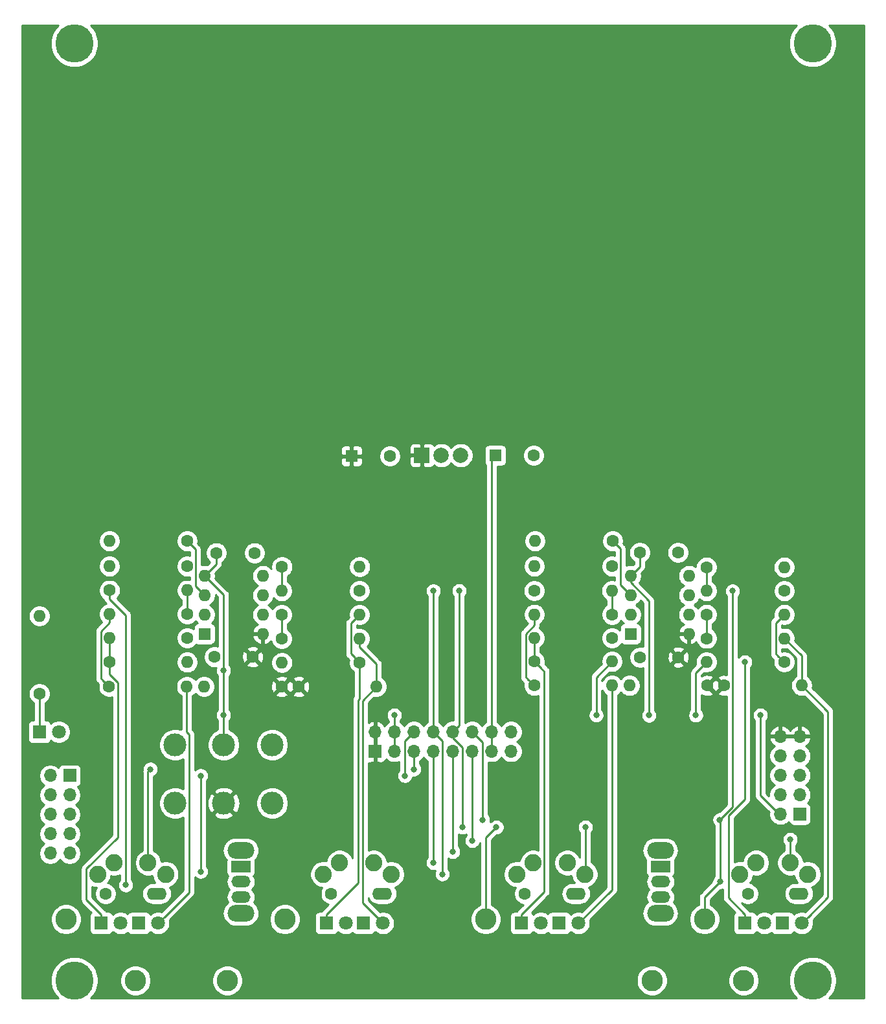
<source format=gbr>
G04 #@! TF.GenerationSoftware,KiCad,Pcbnew,(5.1.10)-1*
G04 #@! TF.CreationDate,2022-01-27T10:16:35-08:00*
G04 #@! TF.ProjectId,PBJ EU,50424a20-4555-42e6-9b69-6361645f7063,4.8*
G04 #@! TF.SameCoordinates,Original*
G04 #@! TF.FileFunction,Copper,L2,Bot*
G04 #@! TF.FilePolarity,Positive*
%FSLAX46Y46*%
G04 Gerber Fmt 4.6, Leading zero omitted, Abs format (unit mm)*
G04 Created by KiCad (PCBNEW (5.1.10)-1) date 2022-01-27 10:16:35*
%MOMM*%
%LPD*%
G01*
G04 APERTURE LIST*
G04 #@! TA.AperFunction,ComponentPad*
%ADD10O,1.700000X1.700000*%
G04 #@! TD*
G04 #@! TA.AperFunction,ComponentPad*
%ADD11R,1.700000X1.700000*%
G04 #@! TD*
G04 #@! TA.AperFunction,ComponentPad*
%ADD12C,3.000000*%
G04 #@! TD*
G04 #@! TA.AperFunction,ComponentPad*
%ADD13C,1.800000*%
G04 #@! TD*
G04 #@! TA.AperFunction,ComponentPad*
%ADD14R,1.800000X1.800000*%
G04 #@! TD*
G04 #@! TA.AperFunction,ComponentPad*
%ADD15O,1.600000X1.600000*%
G04 #@! TD*
G04 #@! TA.AperFunction,ComponentPad*
%ADD16C,1.600000*%
G04 #@! TD*
G04 #@! TA.AperFunction,ComponentPad*
%ADD17R,1.600000X1.600000*%
G04 #@! TD*
G04 #@! TA.AperFunction,ComponentPad*
%ADD18O,3.500000X2.200000*%
G04 #@! TD*
G04 #@! TA.AperFunction,ComponentPad*
%ADD19O,2.500000X1.500000*%
G04 #@! TD*
G04 #@! TA.AperFunction,ComponentPad*
%ADD20R,2.500000X1.500000*%
G04 #@! TD*
G04 #@! TA.AperFunction,ComponentPad*
%ADD21C,2.000000*%
G04 #@! TD*
G04 #@! TA.AperFunction,ComponentPad*
%ADD22R,2.000000X2.000000*%
G04 #@! TD*
G04 #@! TA.AperFunction,ComponentPad*
%ADD23C,2.800000*%
G04 #@! TD*
G04 #@! TA.AperFunction,ComponentPad*
%ADD24O,2.600000X1.600000*%
G04 #@! TD*
G04 #@! TA.AperFunction,ComponentPad*
%ADD25C,2.250000*%
G04 #@! TD*
G04 #@! TA.AperFunction,ComponentPad*
%ADD26C,5.000000*%
G04 #@! TD*
G04 #@! TA.AperFunction,ViaPad*
%ADD27C,0.800000*%
G04 #@! TD*
G04 #@! TA.AperFunction,Conductor*
%ADD28C,0.250000*%
G04 #@! TD*
G04 #@! TA.AperFunction,Conductor*
%ADD29C,0.254000*%
G04 #@! TD*
G04 #@! TA.AperFunction,Conductor*
%ADD30C,0.100000*%
G04 #@! TD*
G04 APERTURE END LIST*
D10*
X139790000Y-123590000D03*
X142330000Y-123590000D03*
X139790000Y-126130000D03*
X142330000Y-126130000D03*
X139790000Y-128670000D03*
X142330000Y-128670000D03*
X139790000Y-131210000D03*
X142330000Y-131210000D03*
X139790000Y-133750000D03*
D11*
X142330000Y-133750000D03*
D12*
X60650000Y-124690000D03*
X60650000Y-132310000D03*
X67000000Y-124690000D03*
X67000000Y-132310000D03*
X73350000Y-124690000D03*
X73350000Y-132310000D03*
D13*
X108490000Y-148000000D03*
D14*
X105950000Y-148000000D03*
D15*
X74630000Y-113930000D03*
D16*
X84790000Y-113930000D03*
D15*
X84770000Y-107670000D03*
D16*
X74610000Y-107670000D03*
D15*
X140290000Y-107660000D03*
D16*
X130130000Y-107660000D03*
D15*
X42920000Y-107840000D03*
D16*
X42920000Y-118000000D03*
D15*
X130120000Y-113870000D03*
D16*
X140280000Y-113870000D03*
D15*
X117770000Y-116940000D03*
D16*
X107610000Y-116940000D03*
D15*
X64440000Y-117080000D03*
D16*
X74600000Y-117080000D03*
D15*
X62200000Y-117080000D03*
D16*
X52040000Y-117080000D03*
D15*
X120060000Y-116940000D03*
D16*
X130220000Y-116940000D03*
D15*
X117790000Y-113800000D03*
D16*
X107630000Y-113800000D03*
D15*
X62240000Y-113890000D03*
D16*
X52080000Y-113890000D03*
D15*
X62260000Y-104500000D03*
D16*
X52100000Y-104500000D03*
D15*
X52080000Y-110710000D03*
D16*
X62240000Y-110710000D03*
D15*
X52090000Y-107600000D03*
D16*
X62250000Y-107600000D03*
D15*
X107620000Y-110720000D03*
D16*
X117780000Y-110720000D03*
X88730000Y-86950000D03*
D17*
X83730000Y-86950000D03*
D16*
X66050000Y-99600000D03*
X71050000Y-99600000D03*
X121400000Y-99550000D03*
X126400000Y-99550000D03*
X121450000Y-113250000D03*
X126450000Y-113250000D03*
X65800000Y-113200000D03*
X70800000Y-113200000D03*
D13*
X53540000Y-148000000D03*
D14*
X51000000Y-148000000D03*
D15*
X140290000Y-110770000D03*
D16*
X130130000Y-110770000D03*
D15*
X72130000Y-110200000D03*
X64510000Y-102580000D03*
X72130000Y-107660000D03*
X64510000Y-105120000D03*
X72130000Y-105120000D03*
X64510000Y-107660000D03*
X72130000Y-102580000D03*
D17*
X64510000Y-110200000D03*
D15*
X142570000Y-116940000D03*
D16*
X132410000Y-116940000D03*
D18*
X69250000Y-146700000D03*
X69250000Y-138500000D03*
D19*
X69250000Y-144600000D03*
X69250000Y-142600000D03*
D20*
X69250000Y-140600000D03*
D21*
X98010000Y-86850000D03*
X95470000Y-86850000D03*
D22*
X92930000Y-86850000D03*
D15*
X86980000Y-117090000D03*
D16*
X76820000Y-117090000D03*
D23*
X46400000Y-147500000D03*
X75000000Y-147500000D03*
X101270000Y-147500000D03*
D15*
X84770000Y-110800000D03*
D16*
X74610000Y-110800000D03*
D23*
X129870000Y-147500000D03*
D16*
X107530000Y-86850000D03*
D17*
X102530000Y-86850000D03*
D18*
X124100000Y-146700000D03*
X124100000Y-138500000D03*
D19*
X124100000Y-144600000D03*
X124100000Y-142600000D03*
D20*
X124100000Y-140600000D03*
D13*
X45460000Y-123000000D03*
D14*
X42920000Y-123000000D03*
D13*
X87840000Y-148000000D03*
D14*
X85300000Y-148000000D03*
D13*
X82990000Y-148000000D03*
D14*
X80450000Y-148000000D03*
D13*
X142590000Y-148000000D03*
D14*
X140050000Y-148000000D03*
D13*
X137690000Y-148000000D03*
D14*
X135150000Y-148000000D03*
D16*
X51580000Y-144150000D03*
D24*
X58260000Y-144150000D03*
D25*
X59420000Y-141600000D03*
X57120000Y-140100000D03*
X52670000Y-140100000D03*
X50520000Y-141600000D03*
D13*
X58440000Y-148000000D03*
D14*
X55900000Y-148000000D03*
D16*
X81080000Y-144150000D03*
D24*
X87760000Y-144150000D03*
D25*
X88920000Y-141600000D03*
X86620000Y-140100000D03*
X82170000Y-140100000D03*
X80020000Y-141600000D03*
D13*
X113390000Y-148000000D03*
D14*
X110850000Y-148000000D03*
D16*
X106380000Y-144150000D03*
D24*
X113060000Y-144150000D03*
D25*
X114220000Y-141600000D03*
X111920000Y-140100000D03*
X107470000Y-140100000D03*
X105320000Y-141600000D03*
D16*
X135530000Y-144150000D03*
D24*
X142210000Y-144150000D03*
D25*
X143370000Y-141600000D03*
X141070000Y-140100000D03*
X136620000Y-140100000D03*
X134470000Y-141600000D03*
D26*
X47500000Y-155500000D03*
X144020000Y-155500000D03*
X144020000Y-33000000D03*
X47500000Y-33000000D03*
D23*
X55500000Y-155500000D03*
X67500000Y-155500000D03*
X123000000Y-155500000D03*
X135000000Y-155500000D03*
D11*
X86800000Y-125540000D03*
D10*
X86800000Y-123000000D03*
X89340000Y-125540000D03*
X89340000Y-123000000D03*
X91880000Y-125540000D03*
X91880000Y-123000000D03*
X94420000Y-125540000D03*
X94420000Y-123000000D03*
X96960000Y-125540000D03*
X96960000Y-123000000D03*
X99500000Y-125540000D03*
X99500000Y-123000000D03*
X102040000Y-125540000D03*
X102040000Y-123000000D03*
X104580000Y-125540000D03*
X104580000Y-123000000D03*
D17*
X120210000Y-110200000D03*
D15*
X127830000Y-102580000D03*
X120210000Y-107660000D03*
X127830000Y-105120000D03*
X120210000Y-105120000D03*
X127830000Y-107660000D03*
X120210000Y-102580000D03*
X127830000Y-110200000D03*
D11*
X46880000Y-128710000D03*
D10*
X44340000Y-128710000D03*
X46880000Y-131250000D03*
X44340000Y-131250000D03*
X46880000Y-133790000D03*
X44340000Y-133790000D03*
X46880000Y-136330000D03*
X44340000Y-136330000D03*
X46880000Y-138870000D03*
X44340000Y-138870000D03*
D15*
X117760000Y-104550000D03*
D16*
X107600000Y-104550000D03*
D15*
X107610000Y-107650000D03*
D16*
X117770000Y-107650000D03*
X84760000Y-104570000D03*
D15*
X74600000Y-104570000D03*
D16*
X140290000Y-104570000D03*
D15*
X130130000Y-104570000D03*
X84800000Y-101430000D03*
D16*
X74640000Y-101430000D03*
X130120000Y-101470000D03*
D15*
X140280000Y-101470000D03*
X52070000Y-98044000D03*
D16*
X62230000Y-98044000D03*
D15*
X107696000Y-98044000D03*
D16*
X117856000Y-98044000D03*
X62230000Y-101346000D03*
D15*
X52070000Y-101346000D03*
D16*
X117770000Y-101346000D03*
D15*
X107610000Y-101346000D03*
D27*
X90704999Y-128734999D03*
X54215010Y-143024990D03*
X64000000Y-141250000D03*
X64000000Y-128734999D03*
X95595001Y-141600000D03*
X94420000Y-104570000D03*
X98225000Y-135450000D03*
X114310000Y-135450000D03*
X102660000Y-135450000D03*
X97800000Y-104550000D03*
X131900000Y-142600000D03*
X100864999Y-134484999D03*
X131865001Y-134484999D03*
X133535001Y-104574999D03*
X67000000Y-114980000D03*
X67000000Y-120810000D03*
X89320000Y-120810000D03*
X137180000Y-120810000D03*
X115710000Y-120810000D03*
X122610000Y-120830000D03*
X128730000Y-120810000D03*
X57425001Y-127874999D03*
X91880000Y-127874999D03*
X94420000Y-140100000D03*
X96960000Y-138649999D03*
X99500000Y-137220000D03*
X141074990Y-137074990D03*
X135150000Y-113870000D03*
D28*
X42920000Y-119131370D02*
X42920000Y-123000000D01*
X42920000Y-118000000D02*
X42920000Y-119131370D01*
X90704999Y-124175001D02*
X90704999Y-128734999D01*
X91880000Y-123000000D02*
X90704999Y-124175001D01*
X90704999Y-128734999D02*
X90704999Y-128734999D01*
X52100000Y-105631370D02*
X54210000Y-107741370D01*
X52100000Y-104500000D02*
X52100000Y-105631370D01*
X54210000Y-107741370D02*
X54210000Y-143030000D01*
X64000000Y-141250000D02*
X64000000Y-128734999D01*
X95269999Y-123849999D02*
X94420000Y-123000000D01*
X95595001Y-124175001D02*
X95269999Y-123849999D01*
X95595001Y-141600000D02*
X95595001Y-141600000D01*
X95595001Y-141600000D02*
X95595001Y-124175001D01*
X94420000Y-123000000D02*
X94420000Y-104570000D01*
X94420000Y-104570000D02*
X94420000Y-104570000D01*
X96960000Y-123800998D02*
X98225000Y-125065998D01*
X96960000Y-123000000D02*
X96960000Y-123800998D01*
X98225000Y-135450000D02*
X98225000Y-135450000D01*
X114310000Y-141510000D02*
X114220000Y-141600000D01*
X114310000Y-135450000D02*
X114310000Y-141510000D01*
X98225000Y-125065998D02*
X98225000Y-135450000D01*
X97809999Y-122150001D02*
X97800000Y-104550000D01*
X96960000Y-123000000D02*
X97809999Y-122150001D01*
X97800000Y-104550000D02*
X97800000Y-104550000D01*
X101270000Y-136840000D02*
X102660000Y-135450000D01*
X101270000Y-147500000D02*
X101270000Y-136840000D01*
X100864999Y-124364999D02*
X100864999Y-134484999D01*
X99500000Y-123000000D02*
X100864999Y-124364999D01*
X100864999Y-134484999D02*
X100864999Y-134484999D01*
X131900000Y-134519998D02*
X131865001Y-134484999D01*
X131900000Y-142600000D02*
X131900000Y-134519998D01*
X133535001Y-132814999D02*
X133535001Y-104574999D01*
X131865001Y-134484999D02*
X133535001Y-132814999D01*
X133535001Y-104574999D02*
X133535001Y-104574999D01*
X129870000Y-144630000D02*
X129870000Y-147500000D01*
X131900000Y-142600000D02*
X129870000Y-144630000D01*
X102040000Y-124202081D02*
X102040000Y-125540000D01*
X102040000Y-123000000D02*
X102040000Y-124202081D01*
X102040000Y-87340000D02*
X102530000Y-86850000D01*
X102040000Y-123000000D02*
X102040000Y-87340000D01*
X66050000Y-101040000D02*
X66050000Y-99600000D01*
X64510000Y-102580000D02*
X66050000Y-101040000D01*
X89340000Y-124202081D02*
X89340000Y-125540000D01*
X89340000Y-123000000D02*
X89340000Y-124202081D01*
X121400000Y-101390000D02*
X121400000Y-99550000D01*
X120210000Y-102580000D02*
X121400000Y-101390000D01*
X67000000Y-105070000D02*
X67000000Y-114980000D01*
X64510000Y-102580000D02*
X67000000Y-105070000D01*
X67000000Y-114980000D02*
X67000000Y-120810000D01*
X67000000Y-120810000D02*
X67000000Y-124180000D01*
X89340000Y-120830000D02*
X89320000Y-120810000D01*
X89340000Y-123000000D02*
X89340000Y-120830000D01*
X137180000Y-131320000D02*
X137180000Y-120810000D01*
X139790000Y-133930000D02*
X137180000Y-131320000D01*
X115710000Y-115880000D02*
X117790000Y-113800000D01*
X115710000Y-120810000D02*
X115710000Y-115880000D01*
X120210000Y-103454998D02*
X122620000Y-105864998D01*
X120210000Y-102580000D02*
X120210000Y-103454998D01*
X122620000Y-105864998D02*
X122620000Y-120780000D01*
X128730000Y-115260000D02*
X130120000Y-113870000D01*
X128730000Y-120810000D02*
X128730000Y-115260000D01*
X59339999Y-147100001D02*
X58440000Y-148000000D01*
X62475001Y-143964999D02*
X59339999Y-147100001D01*
X62475001Y-123303999D02*
X62475001Y-143964999D01*
X62200000Y-123028998D02*
X62475001Y-123303999D01*
X62200000Y-117080000D02*
X62200000Y-123028998D01*
X117770000Y-143620000D02*
X117770000Y-116940000D01*
X113390000Y-148000000D02*
X117770000Y-143620000D01*
X86980000Y-115958630D02*
X86980000Y-117090000D01*
X84770000Y-110800000D02*
X84770000Y-111931370D01*
X84770000Y-111931370D02*
X86980000Y-114141370D01*
X86980000Y-114141370D02*
X86980000Y-115958630D01*
X86940001Y-147100001D02*
X87840000Y-148000000D01*
X85169999Y-145329999D02*
X86940001Y-147100001D01*
X85169999Y-118900001D02*
X85169999Y-145329999D01*
X86980000Y-117090000D02*
X85169999Y-118900001D01*
X142570000Y-113050000D02*
X142570000Y-116940000D01*
X140290000Y-110770000D02*
X142570000Y-113050000D01*
X143489999Y-147100001D02*
X142590000Y-148000000D01*
X146020000Y-144570000D02*
X143489999Y-147100001D01*
X146020000Y-120390000D02*
X146020000Y-144570000D01*
X142570000Y-116940000D02*
X146020000Y-120390000D01*
X57120000Y-140100000D02*
X57120000Y-128180000D01*
X57120000Y-128180000D02*
X57425001Y-127874999D01*
X91880000Y-127874999D02*
X91880000Y-125540000D01*
X94420000Y-125540000D02*
X94420000Y-140100000D01*
X94420000Y-140100000D02*
X94420000Y-140100000D01*
X96960000Y-125540000D02*
X96960000Y-138649999D01*
X96960000Y-138649999D02*
X96960000Y-138649999D01*
X99500000Y-125540000D02*
X99500000Y-137220000D01*
X99500000Y-134460000D02*
X99500000Y-134460000D01*
X141070000Y-137079980D02*
X141074990Y-137074990D01*
X141070000Y-140100000D02*
X141070000Y-137079980D01*
X51240001Y-116280001D02*
X52040000Y-117080000D01*
X50954999Y-115994999D02*
X51240001Y-116280001D01*
X50954999Y-109866371D02*
X50954999Y-115994999D01*
X52090000Y-108731370D02*
X50954999Y-109866371D01*
X52090000Y-107600000D02*
X52090000Y-108731370D01*
X106810001Y-116140001D02*
X107610000Y-116940000D01*
X106494999Y-115824999D02*
X106810001Y-116140001D01*
X106494999Y-110179999D02*
X106494999Y-115824999D01*
X107610000Y-109064998D02*
X106494999Y-110179999D01*
X107610000Y-107650000D02*
X107610000Y-109064998D01*
X62250000Y-104510000D02*
X62260000Y-104500000D01*
X62250000Y-107600000D02*
X62250000Y-104510000D01*
X117770000Y-104560000D02*
X117760000Y-104550000D01*
X117770000Y-107650000D02*
X117770000Y-104560000D01*
X74600000Y-101470000D02*
X74640000Y-101430000D01*
X74600000Y-104570000D02*
X74600000Y-101470000D01*
X130120000Y-104560000D02*
X130130000Y-104570000D01*
X130120000Y-101470000D02*
X130120000Y-104560000D01*
X52080000Y-111841370D02*
X52080000Y-113890000D01*
X52080000Y-110710000D02*
X52080000Y-111841370D01*
X51000000Y-146850000D02*
X51000000Y-148000000D01*
X49069999Y-144919999D02*
X51000000Y-146850000D01*
X49069999Y-140903999D02*
X49069999Y-144919999D01*
X53165001Y-136808997D02*
X49069999Y-140903999D01*
X53165001Y-116539999D02*
X53165001Y-136808997D01*
X52080000Y-115454998D02*
X53165001Y-116539999D01*
X52080000Y-113890000D02*
X52080000Y-115454998D01*
X107620000Y-113790000D02*
X107630000Y-113800000D01*
X107620000Y-110720000D02*
X107620000Y-113790000D01*
X108429999Y-114599999D02*
X107630000Y-113800000D01*
X108920001Y-115090001D02*
X108429999Y-114599999D01*
X108920001Y-143879999D02*
X108920001Y-115090001D01*
X105950000Y-146850000D02*
X108920001Y-143879999D01*
X105950000Y-148000000D02*
X105950000Y-146850000D01*
X83990001Y-113130001D02*
X84790000Y-113930000D01*
X84770000Y-107670000D02*
X83644999Y-108795001D01*
X83644999Y-108795001D02*
X83644999Y-112784999D01*
X83644999Y-112784999D02*
X83990001Y-113130001D01*
X84790000Y-118643590D02*
X84580000Y-118853590D01*
X84790000Y-113930000D02*
X84790000Y-118643590D01*
X80450000Y-146850000D02*
X80450000Y-148000000D01*
X84580000Y-142720000D02*
X80450000Y-146850000D01*
X84580000Y-118853590D02*
X84580000Y-142720000D01*
X139480001Y-113070001D02*
X140280000Y-113870000D01*
X139164999Y-112754999D02*
X139480001Y-113070001D01*
X139164999Y-108785001D02*
X139164999Y-112754999D01*
X140290000Y-107660000D02*
X139164999Y-108785001D01*
X135150000Y-114435685D02*
X135150000Y-113870000D01*
X135150000Y-131836410D02*
X135150000Y-114435685D01*
X133019999Y-133966411D02*
X135150000Y-131836410D01*
X133019999Y-144719999D02*
X133019999Y-133966411D01*
X135150000Y-146850000D02*
X133019999Y-144719999D01*
X135150000Y-148000000D02*
X135150000Y-146850000D01*
X74610000Y-109668630D02*
X74610000Y-107670000D01*
X74610000Y-110800000D02*
X74610000Y-109668630D01*
X130130000Y-109638630D02*
X130130000Y-107660000D01*
X130130000Y-110770000D02*
X130130000Y-109638630D01*
X63355001Y-103965001D02*
X64510000Y-105120000D01*
X63355001Y-99169001D02*
X63355001Y-103965001D01*
X62230000Y-98044000D02*
X63355001Y-99169001D01*
X118895001Y-103805001D02*
X120210000Y-105120000D01*
X118895001Y-99083001D02*
X118895001Y-103805001D01*
X117856000Y-98044000D02*
X118895001Y-99083001D01*
D29*
X45064886Y-31001554D02*
X44721799Y-31515021D01*
X44485476Y-32085554D01*
X44365000Y-32691229D01*
X44365000Y-33308771D01*
X44485476Y-33914446D01*
X44721799Y-34484979D01*
X45064886Y-34998446D01*
X45501554Y-35435114D01*
X46015021Y-35778201D01*
X46585554Y-36014524D01*
X47191229Y-36135000D01*
X47808771Y-36135000D01*
X48414446Y-36014524D01*
X48984979Y-35778201D01*
X49498446Y-35435114D01*
X49935114Y-34998446D01*
X50278201Y-34484979D01*
X50514524Y-33914446D01*
X50635000Y-33308771D01*
X50635000Y-32691229D01*
X50514524Y-32085554D01*
X50278201Y-31515021D01*
X49935114Y-31001554D01*
X49593560Y-30660000D01*
X141926440Y-30660000D01*
X141584886Y-31001554D01*
X141241799Y-31515021D01*
X141005476Y-32085554D01*
X140885000Y-32691229D01*
X140885000Y-33308771D01*
X141005476Y-33914446D01*
X141241799Y-34484979D01*
X141584886Y-34998446D01*
X142021554Y-35435114D01*
X142535021Y-35778201D01*
X143105554Y-36014524D01*
X143711229Y-36135000D01*
X144328771Y-36135000D01*
X144934446Y-36014524D01*
X145504979Y-35778201D01*
X146018446Y-35435114D01*
X146455114Y-34998446D01*
X146798201Y-34484979D01*
X147034524Y-33914446D01*
X147155000Y-33308771D01*
X147155000Y-32691229D01*
X147034524Y-32085554D01*
X146798201Y-31515021D01*
X146455114Y-31001554D01*
X146113560Y-30660000D01*
X150740001Y-30660000D01*
X150740000Y-157840000D01*
X146113560Y-157840000D01*
X146455114Y-157498446D01*
X146798201Y-156984979D01*
X147034524Y-156414446D01*
X147155000Y-155808771D01*
X147155000Y-155191229D01*
X147034524Y-154585554D01*
X146798201Y-154015021D01*
X146455114Y-153501554D01*
X146018446Y-153064886D01*
X145504979Y-152721799D01*
X144934446Y-152485476D01*
X144328771Y-152365000D01*
X143711229Y-152365000D01*
X143105554Y-152485476D01*
X142535021Y-152721799D01*
X142021554Y-153064886D01*
X141584886Y-153501554D01*
X141241799Y-154015021D01*
X141005476Y-154585554D01*
X140885000Y-155191229D01*
X140885000Y-155808771D01*
X141005476Y-156414446D01*
X141241799Y-156984979D01*
X141584886Y-157498446D01*
X141926440Y-157840000D01*
X49593560Y-157840000D01*
X49935114Y-157498446D01*
X50278201Y-156984979D01*
X50514524Y-156414446D01*
X50635000Y-155808771D01*
X50635000Y-155299570D01*
X53465000Y-155299570D01*
X53465000Y-155700430D01*
X53543204Y-156093587D01*
X53696607Y-156463934D01*
X53919313Y-156797237D01*
X54202763Y-157080687D01*
X54536066Y-157303393D01*
X54906413Y-157456796D01*
X55299570Y-157535000D01*
X55700430Y-157535000D01*
X56093587Y-157456796D01*
X56463934Y-157303393D01*
X56797237Y-157080687D01*
X57080687Y-156797237D01*
X57303393Y-156463934D01*
X57456796Y-156093587D01*
X57535000Y-155700430D01*
X57535000Y-155299570D01*
X65465000Y-155299570D01*
X65465000Y-155700430D01*
X65543204Y-156093587D01*
X65696607Y-156463934D01*
X65919313Y-156797237D01*
X66202763Y-157080687D01*
X66536066Y-157303393D01*
X66906413Y-157456796D01*
X67299570Y-157535000D01*
X67700430Y-157535000D01*
X68093587Y-157456796D01*
X68463934Y-157303393D01*
X68797237Y-157080687D01*
X69080687Y-156797237D01*
X69303393Y-156463934D01*
X69456796Y-156093587D01*
X69535000Y-155700430D01*
X69535000Y-155299570D01*
X120965000Y-155299570D01*
X120965000Y-155700430D01*
X121043204Y-156093587D01*
X121196607Y-156463934D01*
X121419313Y-156797237D01*
X121702763Y-157080687D01*
X122036066Y-157303393D01*
X122406413Y-157456796D01*
X122799570Y-157535000D01*
X123200430Y-157535000D01*
X123593587Y-157456796D01*
X123963934Y-157303393D01*
X124297237Y-157080687D01*
X124580687Y-156797237D01*
X124803393Y-156463934D01*
X124956796Y-156093587D01*
X125035000Y-155700430D01*
X125035000Y-155299570D01*
X132965000Y-155299570D01*
X132965000Y-155700430D01*
X133043204Y-156093587D01*
X133196607Y-156463934D01*
X133419313Y-156797237D01*
X133702763Y-157080687D01*
X134036066Y-157303393D01*
X134406413Y-157456796D01*
X134799570Y-157535000D01*
X135200430Y-157535000D01*
X135593587Y-157456796D01*
X135963934Y-157303393D01*
X136297237Y-157080687D01*
X136580687Y-156797237D01*
X136803393Y-156463934D01*
X136956796Y-156093587D01*
X137035000Y-155700430D01*
X137035000Y-155299570D01*
X136956796Y-154906413D01*
X136803393Y-154536066D01*
X136580687Y-154202763D01*
X136297237Y-153919313D01*
X135963934Y-153696607D01*
X135593587Y-153543204D01*
X135200430Y-153465000D01*
X134799570Y-153465000D01*
X134406413Y-153543204D01*
X134036066Y-153696607D01*
X133702763Y-153919313D01*
X133419313Y-154202763D01*
X133196607Y-154536066D01*
X133043204Y-154906413D01*
X132965000Y-155299570D01*
X125035000Y-155299570D01*
X124956796Y-154906413D01*
X124803393Y-154536066D01*
X124580687Y-154202763D01*
X124297237Y-153919313D01*
X123963934Y-153696607D01*
X123593587Y-153543204D01*
X123200430Y-153465000D01*
X122799570Y-153465000D01*
X122406413Y-153543204D01*
X122036066Y-153696607D01*
X121702763Y-153919313D01*
X121419313Y-154202763D01*
X121196607Y-154536066D01*
X121043204Y-154906413D01*
X120965000Y-155299570D01*
X69535000Y-155299570D01*
X69456796Y-154906413D01*
X69303393Y-154536066D01*
X69080687Y-154202763D01*
X68797237Y-153919313D01*
X68463934Y-153696607D01*
X68093587Y-153543204D01*
X67700430Y-153465000D01*
X67299570Y-153465000D01*
X66906413Y-153543204D01*
X66536066Y-153696607D01*
X66202763Y-153919313D01*
X65919313Y-154202763D01*
X65696607Y-154536066D01*
X65543204Y-154906413D01*
X65465000Y-155299570D01*
X57535000Y-155299570D01*
X57456796Y-154906413D01*
X57303393Y-154536066D01*
X57080687Y-154202763D01*
X56797237Y-153919313D01*
X56463934Y-153696607D01*
X56093587Y-153543204D01*
X55700430Y-153465000D01*
X55299570Y-153465000D01*
X54906413Y-153543204D01*
X54536066Y-153696607D01*
X54202763Y-153919313D01*
X53919313Y-154202763D01*
X53696607Y-154536066D01*
X53543204Y-154906413D01*
X53465000Y-155299570D01*
X50635000Y-155299570D01*
X50635000Y-155191229D01*
X50514524Y-154585554D01*
X50278201Y-154015021D01*
X49935114Y-153501554D01*
X49498446Y-153064886D01*
X48984979Y-152721799D01*
X48414446Y-152485476D01*
X47808771Y-152365000D01*
X47191229Y-152365000D01*
X46585554Y-152485476D01*
X46015021Y-152721799D01*
X45501554Y-153064886D01*
X45064886Y-153501554D01*
X44721799Y-154015021D01*
X44485476Y-154585554D01*
X44365000Y-155191229D01*
X44365000Y-155808771D01*
X44485476Y-156414446D01*
X44721799Y-156984979D01*
X45064886Y-157498446D01*
X45406440Y-157840000D01*
X40660000Y-157840000D01*
X40660000Y-147299570D01*
X44365000Y-147299570D01*
X44365000Y-147700430D01*
X44443204Y-148093587D01*
X44596607Y-148463934D01*
X44819313Y-148797237D01*
X45102763Y-149080687D01*
X45436066Y-149303393D01*
X45806413Y-149456796D01*
X46199570Y-149535000D01*
X46600430Y-149535000D01*
X46993587Y-149456796D01*
X47363934Y-149303393D01*
X47697237Y-149080687D01*
X47980687Y-148797237D01*
X48203393Y-148463934D01*
X48356796Y-148093587D01*
X48435000Y-147700430D01*
X48435000Y-147299570D01*
X48356796Y-146906413D01*
X48203393Y-146536066D01*
X47980687Y-146202763D01*
X47697237Y-145919313D01*
X47363934Y-145696607D01*
X46993587Y-145543204D01*
X46600430Y-145465000D01*
X46199570Y-145465000D01*
X45806413Y-145543204D01*
X45436066Y-145696607D01*
X45102763Y-145919313D01*
X44819313Y-146202763D01*
X44596607Y-146536066D01*
X44443204Y-146906413D01*
X44365000Y-147299570D01*
X40660000Y-147299570D01*
X40660000Y-140903999D01*
X48306323Y-140903999D01*
X48309999Y-140941322D01*
X48310000Y-144882667D01*
X48306323Y-144919999D01*
X48320997Y-145068984D01*
X48364453Y-145212245D01*
X48435025Y-145344275D01*
X48506200Y-145431001D01*
X48529999Y-145460000D01*
X48558997Y-145483798D01*
X49690117Y-146614919D01*
X49648815Y-146648815D01*
X49569463Y-146745506D01*
X49510498Y-146855820D01*
X49474188Y-146975518D01*
X49461928Y-147100000D01*
X49461928Y-148900000D01*
X49474188Y-149024482D01*
X49510498Y-149144180D01*
X49569463Y-149254494D01*
X49648815Y-149351185D01*
X49745506Y-149430537D01*
X49855820Y-149489502D01*
X49975518Y-149525812D01*
X50100000Y-149538072D01*
X51900000Y-149538072D01*
X52024482Y-149525812D01*
X52144180Y-149489502D01*
X52254494Y-149430537D01*
X52351185Y-149351185D01*
X52430537Y-149254494D01*
X52489502Y-149144180D01*
X52495056Y-149125873D01*
X52561495Y-149192312D01*
X52812905Y-149360299D01*
X53092257Y-149476011D01*
X53388816Y-149535000D01*
X53691184Y-149535000D01*
X53987743Y-149476011D01*
X54267095Y-149360299D01*
X54457879Y-149232821D01*
X54469463Y-149254494D01*
X54548815Y-149351185D01*
X54645506Y-149430537D01*
X54755820Y-149489502D01*
X54875518Y-149525812D01*
X55000000Y-149538072D01*
X56800000Y-149538072D01*
X56924482Y-149525812D01*
X57044180Y-149489502D01*
X57154494Y-149430537D01*
X57251185Y-149351185D01*
X57330537Y-149254494D01*
X57389502Y-149144180D01*
X57395056Y-149125873D01*
X57461495Y-149192312D01*
X57712905Y-149360299D01*
X57992257Y-149476011D01*
X58288816Y-149535000D01*
X58591184Y-149535000D01*
X58887743Y-149476011D01*
X59167095Y-149360299D01*
X59418505Y-149192312D01*
X59632312Y-148978505D01*
X59800299Y-148727095D01*
X59916011Y-148447743D01*
X59975000Y-148151184D01*
X59975000Y-147848816D01*
X59923731Y-147591070D01*
X62986004Y-144528798D01*
X63015002Y-144505000D01*
X63109975Y-144389275D01*
X63180547Y-144257246D01*
X63224004Y-144113985D01*
X63235001Y-144002332D01*
X63235001Y-144002323D01*
X63238677Y-143965000D01*
X63235001Y-143927677D01*
X63235001Y-141948712D01*
X63340226Y-142053937D01*
X63509744Y-142167205D01*
X63698102Y-142245226D01*
X63898061Y-142285000D01*
X64101939Y-142285000D01*
X64301898Y-142245226D01*
X64490256Y-142167205D01*
X64659774Y-142053937D01*
X64803937Y-141909774D01*
X64917205Y-141740256D01*
X64995226Y-141551898D01*
X65035000Y-141351939D01*
X65035000Y-141148061D01*
X64995226Y-140948102D01*
X64917205Y-140759744D01*
X64803937Y-140590226D01*
X64760000Y-140546289D01*
X64760000Y-138500000D01*
X66856606Y-138500000D01*
X66890105Y-138840119D01*
X66989314Y-139167168D01*
X67150421Y-139468578D01*
X67367234Y-139732766D01*
X67373008Y-139737504D01*
X67361928Y-139850000D01*
X67361928Y-141350000D01*
X67374188Y-141474482D01*
X67410498Y-141594180D01*
X67469463Y-141704494D01*
X67548815Y-141801185D01*
X67588940Y-141834114D01*
X67464236Y-142067419D01*
X67385040Y-142328493D01*
X67358299Y-142600000D01*
X67385040Y-142871507D01*
X67464236Y-143132581D01*
X67592843Y-143373188D01*
X67765919Y-143584081D01*
X67785316Y-143600000D01*
X67765919Y-143615919D01*
X67592843Y-143826812D01*
X67464236Y-144067419D01*
X67385040Y-144328493D01*
X67358299Y-144600000D01*
X67385040Y-144871507D01*
X67464236Y-145132581D01*
X67558994Y-145309861D01*
X67367234Y-145467234D01*
X67150421Y-145731422D01*
X66989314Y-146032832D01*
X66890105Y-146359881D01*
X66856606Y-146700000D01*
X66890105Y-147040119D01*
X66989314Y-147367168D01*
X67150421Y-147668578D01*
X67367234Y-147932766D01*
X67631422Y-148149579D01*
X67932832Y-148310686D01*
X68259881Y-148409895D01*
X68514775Y-148435000D01*
X69985225Y-148435000D01*
X70240119Y-148409895D01*
X70567168Y-148310686D01*
X70868578Y-148149579D01*
X71132766Y-147932766D01*
X71349579Y-147668578D01*
X71510686Y-147367168D01*
X71531191Y-147299570D01*
X72965000Y-147299570D01*
X72965000Y-147700430D01*
X73043204Y-148093587D01*
X73196607Y-148463934D01*
X73419313Y-148797237D01*
X73702763Y-149080687D01*
X74036066Y-149303393D01*
X74406413Y-149456796D01*
X74799570Y-149535000D01*
X75200430Y-149535000D01*
X75593587Y-149456796D01*
X75963934Y-149303393D01*
X76297237Y-149080687D01*
X76580687Y-148797237D01*
X76803393Y-148463934D01*
X76956796Y-148093587D01*
X77035000Y-147700430D01*
X77035000Y-147299570D01*
X76956796Y-146906413D01*
X76803393Y-146536066D01*
X76580687Y-146202763D01*
X76297237Y-145919313D01*
X75963934Y-145696607D01*
X75593587Y-145543204D01*
X75200430Y-145465000D01*
X74799570Y-145465000D01*
X74406413Y-145543204D01*
X74036066Y-145696607D01*
X73702763Y-145919313D01*
X73419313Y-146202763D01*
X73196607Y-146536066D01*
X73043204Y-146906413D01*
X72965000Y-147299570D01*
X71531191Y-147299570D01*
X71609895Y-147040119D01*
X71643394Y-146700000D01*
X71609895Y-146359881D01*
X71510686Y-146032832D01*
X71349579Y-145731422D01*
X71132766Y-145467234D01*
X70941006Y-145309861D01*
X71035764Y-145132581D01*
X71114960Y-144871507D01*
X71141701Y-144600000D01*
X71114960Y-144328493D01*
X71035764Y-144067419D01*
X70907157Y-143826812D01*
X70734081Y-143615919D01*
X70714684Y-143600000D01*
X70734081Y-143584081D01*
X70907157Y-143373188D01*
X71035764Y-143132581D01*
X71114960Y-142871507D01*
X71141701Y-142600000D01*
X71114960Y-142328493D01*
X71035764Y-142067419D01*
X70911060Y-141834114D01*
X70951185Y-141801185D01*
X71030537Y-141704494D01*
X71089502Y-141594180D01*
X71125812Y-141474482D01*
X71130522Y-141426655D01*
X78260000Y-141426655D01*
X78260000Y-141773345D01*
X78327636Y-142113373D01*
X78460308Y-142433673D01*
X78652919Y-142721935D01*
X78898065Y-142967081D01*
X79186327Y-143159692D01*
X79506627Y-143292364D01*
X79846655Y-143360000D01*
X79882002Y-143360000D01*
X79808320Y-143470273D01*
X79700147Y-143731426D01*
X79645000Y-144008665D01*
X79645000Y-144291335D01*
X79700147Y-144568574D01*
X79808320Y-144829727D01*
X79965363Y-145064759D01*
X80165241Y-145264637D01*
X80400273Y-145421680D01*
X80661426Y-145529853D01*
X80689718Y-145535481D01*
X79939003Y-146286196D01*
X79909999Y-146309999D01*
X79854871Y-146377174D01*
X79815026Y-146425724D01*
X79795674Y-146461928D01*
X79550000Y-146461928D01*
X79425518Y-146474188D01*
X79305820Y-146510498D01*
X79195506Y-146569463D01*
X79098815Y-146648815D01*
X79019463Y-146745506D01*
X78960498Y-146855820D01*
X78924188Y-146975518D01*
X78911928Y-147100000D01*
X78911928Y-148900000D01*
X78924188Y-149024482D01*
X78960498Y-149144180D01*
X79019463Y-149254494D01*
X79098815Y-149351185D01*
X79195506Y-149430537D01*
X79305820Y-149489502D01*
X79425518Y-149525812D01*
X79550000Y-149538072D01*
X81350000Y-149538072D01*
X81474482Y-149525812D01*
X81594180Y-149489502D01*
X81704494Y-149430537D01*
X81801185Y-149351185D01*
X81880537Y-149254494D01*
X81939502Y-149144180D01*
X81945056Y-149125873D01*
X82011495Y-149192312D01*
X82262905Y-149360299D01*
X82542257Y-149476011D01*
X82838816Y-149535000D01*
X83141184Y-149535000D01*
X83437743Y-149476011D01*
X83717095Y-149360299D01*
X83871581Y-149257075D01*
X83948815Y-149351185D01*
X84045506Y-149430537D01*
X84155820Y-149489502D01*
X84275518Y-149525812D01*
X84400000Y-149538072D01*
X86200000Y-149538072D01*
X86324482Y-149525812D01*
X86444180Y-149489502D01*
X86554494Y-149430537D01*
X86651185Y-149351185D01*
X86730537Y-149254494D01*
X86789502Y-149144180D01*
X86795056Y-149125873D01*
X86861495Y-149192312D01*
X87112905Y-149360299D01*
X87392257Y-149476011D01*
X87688816Y-149535000D01*
X87991184Y-149535000D01*
X88287743Y-149476011D01*
X88567095Y-149360299D01*
X88818505Y-149192312D01*
X89032312Y-148978505D01*
X89200299Y-148727095D01*
X89316011Y-148447743D01*
X89375000Y-148151184D01*
X89375000Y-147848816D01*
X89316011Y-147552257D01*
X89200299Y-147272905D01*
X89032312Y-147021495D01*
X88818505Y-146807688D01*
X88567095Y-146639701D01*
X88287743Y-146523989D01*
X87991184Y-146465000D01*
X87688816Y-146465000D01*
X87431071Y-146516269D01*
X85929999Y-145015198D01*
X85929999Y-144705888D01*
X86061068Y-144951101D01*
X86240392Y-145169608D01*
X86458899Y-145348932D01*
X86708192Y-145482182D01*
X86978691Y-145564236D01*
X87189508Y-145585000D01*
X88330492Y-145585000D01*
X88541309Y-145564236D01*
X88811808Y-145482182D01*
X89061101Y-145348932D01*
X89279608Y-145169608D01*
X89458932Y-144951101D01*
X89592182Y-144701808D01*
X89674236Y-144431309D01*
X89701943Y-144150000D01*
X89674236Y-143868691D01*
X89592182Y-143598192D01*
X89458932Y-143348899D01*
X89415459Y-143295927D01*
X89433373Y-143292364D01*
X89753673Y-143159692D01*
X90041935Y-142967081D01*
X90287081Y-142721935D01*
X90479692Y-142433673D01*
X90612364Y-142113373D01*
X90680000Y-141773345D01*
X90680000Y-141426655D01*
X90612364Y-141086627D01*
X90479692Y-140766327D01*
X90287081Y-140478065D01*
X90041935Y-140232919D01*
X89753673Y-140040308D01*
X89433373Y-139907636D01*
X89093345Y-139840000D01*
X88746655Y-139840000D01*
X88406627Y-139907636D01*
X88378532Y-139919273D01*
X88312364Y-139586627D01*
X88179692Y-139266327D01*
X87987081Y-138978065D01*
X87741935Y-138732919D01*
X87453673Y-138540308D01*
X87133373Y-138407636D01*
X86793345Y-138340000D01*
X86446655Y-138340000D01*
X86106627Y-138407636D01*
X85929999Y-138480797D01*
X85929999Y-127026102D01*
X85950000Y-127028072D01*
X86514250Y-127025000D01*
X86673000Y-126866250D01*
X86673000Y-125667000D01*
X86653000Y-125667000D01*
X86653000Y-125413000D01*
X86673000Y-125413000D01*
X86673000Y-123127000D01*
X86653000Y-123127000D01*
X86653000Y-122873000D01*
X86673000Y-122873000D01*
X86673000Y-121679845D01*
X86927000Y-121679845D01*
X86927000Y-122873000D01*
X86947000Y-122873000D01*
X86947000Y-123127000D01*
X86927000Y-123127000D01*
X86927000Y-125413000D01*
X86947000Y-125413000D01*
X86947000Y-125667000D01*
X86927000Y-125667000D01*
X86927000Y-126866250D01*
X87085750Y-127025000D01*
X87650000Y-127028072D01*
X87774482Y-127015812D01*
X87894180Y-126979502D01*
X88004494Y-126920537D01*
X88101185Y-126841185D01*
X88180537Y-126744494D01*
X88239502Y-126634180D01*
X88261513Y-126561620D01*
X88393368Y-126693475D01*
X88636589Y-126855990D01*
X88906842Y-126967932D01*
X89193740Y-127025000D01*
X89486260Y-127025000D01*
X89773158Y-126967932D01*
X89945000Y-126896753D01*
X89945000Y-128031287D01*
X89901062Y-128075225D01*
X89787794Y-128244743D01*
X89709773Y-128433101D01*
X89669999Y-128633060D01*
X89669999Y-128836938D01*
X89709773Y-129036897D01*
X89787794Y-129225255D01*
X89901062Y-129394773D01*
X90045225Y-129538936D01*
X90214743Y-129652204D01*
X90403101Y-129730225D01*
X90603060Y-129769999D01*
X90806938Y-129769999D01*
X91006897Y-129730225D01*
X91195255Y-129652204D01*
X91364773Y-129538936D01*
X91508936Y-129394773D01*
X91622204Y-129225255D01*
X91700225Y-129036897D01*
X91727468Y-128899936D01*
X91778061Y-128909999D01*
X91981939Y-128909999D01*
X92181898Y-128870225D01*
X92370256Y-128792204D01*
X92539774Y-128678936D01*
X92683937Y-128534773D01*
X92797205Y-128365255D01*
X92875226Y-128176897D01*
X92915000Y-127976938D01*
X92915000Y-127773060D01*
X92875226Y-127573101D01*
X92797205Y-127384743D01*
X92683937Y-127215225D01*
X92640000Y-127171288D01*
X92640000Y-126818178D01*
X92826632Y-126693475D01*
X93033475Y-126486632D01*
X93150000Y-126312240D01*
X93266525Y-126486632D01*
X93473368Y-126693475D01*
X93660000Y-126818179D01*
X93660001Y-139396288D01*
X93616063Y-139440226D01*
X93502795Y-139609744D01*
X93424774Y-139798102D01*
X93385000Y-139998061D01*
X93385000Y-140201939D01*
X93424774Y-140401898D01*
X93502795Y-140590256D01*
X93616063Y-140759774D01*
X93760226Y-140903937D01*
X93929744Y-141017205D01*
X94118102Y-141095226D01*
X94318061Y-141135000D01*
X94521939Y-141135000D01*
X94682224Y-141103118D01*
X94677796Y-141109744D01*
X94599775Y-141298102D01*
X94560001Y-141498061D01*
X94560001Y-141701939D01*
X94599775Y-141901898D01*
X94677796Y-142090256D01*
X94791064Y-142259774D01*
X94935227Y-142403937D01*
X95104745Y-142517205D01*
X95293103Y-142595226D01*
X95493062Y-142635000D01*
X95696940Y-142635000D01*
X95896899Y-142595226D01*
X96085257Y-142517205D01*
X96254775Y-142403937D01*
X96398938Y-142259774D01*
X96512206Y-142090256D01*
X96590227Y-141901898D01*
X96630001Y-141701939D01*
X96630001Y-141498061D01*
X96590227Y-141298102D01*
X96512206Y-141109744D01*
X96398938Y-140940226D01*
X96355001Y-140896289D01*
X96355001Y-139490535D01*
X96469744Y-139567204D01*
X96658102Y-139645225D01*
X96858061Y-139684999D01*
X97061939Y-139684999D01*
X97261898Y-139645225D01*
X97450256Y-139567204D01*
X97619774Y-139453936D01*
X97763937Y-139309773D01*
X97877205Y-139140255D01*
X97955226Y-138951897D01*
X97995000Y-138751938D01*
X97995000Y-138548060D01*
X97955226Y-138348101D01*
X97877205Y-138159743D01*
X97763937Y-137990225D01*
X97720000Y-137946288D01*
X97720000Y-136357353D01*
X97734744Y-136367205D01*
X97923102Y-136445226D01*
X98123061Y-136485000D01*
X98326939Y-136485000D01*
X98526898Y-136445226D01*
X98715256Y-136367205D01*
X98740001Y-136350671D01*
X98740001Y-136516288D01*
X98696063Y-136560226D01*
X98582795Y-136729744D01*
X98504774Y-136918102D01*
X98465000Y-137118061D01*
X98465000Y-137321939D01*
X98504774Y-137521898D01*
X98582795Y-137710256D01*
X98696063Y-137879774D01*
X98840226Y-138023937D01*
X99009744Y-138137205D01*
X99198102Y-138215226D01*
X99398061Y-138255000D01*
X99601939Y-138255000D01*
X99801898Y-138215226D01*
X99990256Y-138137205D01*
X100159774Y-138023937D01*
X100303937Y-137879774D01*
X100417205Y-137710256D01*
X100495226Y-137521898D01*
X100510001Y-137447619D01*
X100510000Y-145612135D01*
X100306066Y-145696607D01*
X99972763Y-145919313D01*
X99689313Y-146202763D01*
X99466607Y-146536066D01*
X99313204Y-146906413D01*
X99235000Y-147299570D01*
X99235000Y-147700430D01*
X99313204Y-148093587D01*
X99466607Y-148463934D01*
X99689313Y-148797237D01*
X99972763Y-149080687D01*
X100306066Y-149303393D01*
X100676413Y-149456796D01*
X101069570Y-149535000D01*
X101470430Y-149535000D01*
X101863587Y-149456796D01*
X102233934Y-149303393D01*
X102567237Y-149080687D01*
X102850687Y-148797237D01*
X103073393Y-148463934D01*
X103226796Y-148093587D01*
X103305000Y-147700430D01*
X103305000Y-147299570D01*
X103226796Y-146906413D01*
X103073393Y-146536066D01*
X102850687Y-146202763D01*
X102567237Y-145919313D01*
X102233934Y-145696607D01*
X102030000Y-145612135D01*
X102030000Y-141426655D01*
X103560000Y-141426655D01*
X103560000Y-141773345D01*
X103627636Y-142113373D01*
X103760308Y-142433673D01*
X103952919Y-142721935D01*
X104198065Y-142967081D01*
X104486327Y-143159692D01*
X104806627Y-143292364D01*
X105146655Y-143360000D01*
X105182002Y-143360000D01*
X105108320Y-143470273D01*
X105000147Y-143731426D01*
X104945000Y-144008665D01*
X104945000Y-144291335D01*
X105000147Y-144568574D01*
X105108320Y-144829727D01*
X105265363Y-145064759D01*
X105465241Y-145264637D01*
X105700273Y-145421680D01*
X105961426Y-145529853D01*
X106156536Y-145568663D01*
X105438998Y-146286201D01*
X105410000Y-146309999D01*
X105386202Y-146338997D01*
X105386201Y-146338998D01*
X105315026Y-146425724D01*
X105295674Y-146461928D01*
X105050000Y-146461928D01*
X104925518Y-146474188D01*
X104805820Y-146510498D01*
X104695506Y-146569463D01*
X104598815Y-146648815D01*
X104519463Y-146745506D01*
X104460498Y-146855820D01*
X104424188Y-146975518D01*
X104411928Y-147100000D01*
X104411928Y-148900000D01*
X104424188Y-149024482D01*
X104460498Y-149144180D01*
X104519463Y-149254494D01*
X104598815Y-149351185D01*
X104695506Y-149430537D01*
X104805820Y-149489502D01*
X104925518Y-149525812D01*
X105050000Y-149538072D01*
X106850000Y-149538072D01*
X106974482Y-149525812D01*
X107094180Y-149489502D01*
X107204494Y-149430537D01*
X107301185Y-149351185D01*
X107380537Y-149254494D01*
X107439502Y-149144180D01*
X107445056Y-149125873D01*
X107511495Y-149192312D01*
X107762905Y-149360299D01*
X108042257Y-149476011D01*
X108338816Y-149535000D01*
X108641184Y-149535000D01*
X108937743Y-149476011D01*
X109217095Y-149360299D01*
X109407879Y-149232821D01*
X109419463Y-149254494D01*
X109498815Y-149351185D01*
X109595506Y-149430537D01*
X109705820Y-149489502D01*
X109825518Y-149525812D01*
X109950000Y-149538072D01*
X111750000Y-149538072D01*
X111874482Y-149525812D01*
X111994180Y-149489502D01*
X112104494Y-149430537D01*
X112201185Y-149351185D01*
X112280537Y-149254494D01*
X112339502Y-149144180D01*
X112345056Y-149125873D01*
X112411495Y-149192312D01*
X112662905Y-149360299D01*
X112942257Y-149476011D01*
X113238816Y-149535000D01*
X113541184Y-149535000D01*
X113837743Y-149476011D01*
X114117095Y-149360299D01*
X114368505Y-149192312D01*
X114582312Y-148978505D01*
X114750299Y-148727095D01*
X114866011Y-148447743D01*
X114925000Y-148151184D01*
X114925000Y-147848816D01*
X114873731Y-147591070D01*
X118281009Y-144183794D01*
X118310001Y-144160001D01*
X118333795Y-144131008D01*
X118333799Y-144131004D01*
X118404973Y-144044277D01*
X118404974Y-144044276D01*
X118475546Y-143912247D01*
X118519003Y-143768986D01*
X118530000Y-143657333D01*
X118530000Y-143657324D01*
X118533676Y-143620001D01*
X118530000Y-143582678D01*
X118530000Y-138500000D01*
X121706606Y-138500000D01*
X121740105Y-138840119D01*
X121839314Y-139167168D01*
X122000421Y-139468578D01*
X122217234Y-139732766D01*
X122223008Y-139737504D01*
X122211928Y-139850000D01*
X122211928Y-141350000D01*
X122224188Y-141474482D01*
X122260498Y-141594180D01*
X122319463Y-141704494D01*
X122398815Y-141801185D01*
X122438940Y-141834114D01*
X122314236Y-142067419D01*
X122235040Y-142328493D01*
X122208299Y-142600000D01*
X122235040Y-142871507D01*
X122314236Y-143132581D01*
X122442843Y-143373188D01*
X122615919Y-143584081D01*
X122635316Y-143600000D01*
X122615919Y-143615919D01*
X122442843Y-143826812D01*
X122314236Y-144067419D01*
X122235040Y-144328493D01*
X122208299Y-144600000D01*
X122235040Y-144871507D01*
X122314236Y-145132581D01*
X122408994Y-145309861D01*
X122217234Y-145467234D01*
X122000421Y-145731422D01*
X121839314Y-146032832D01*
X121740105Y-146359881D01*
X121706606Y-146700000D01*
X121740105Y-147040119D01*
X121839314Y-147367168D01*
X122000421Y-147668578D01*
X122217234Y-147932766D01*
X122481422Y-148149579D01*
X122782832Y-148310686D01*
X123109881Y-148409895D01*
X123364775Y-148435000D01*
X124835225Y-148435000D01*
X125090119Y-148409895D01*
X125417168Y-148310686D01*
X125718578Y-148149579D01*
X125982766Y-147932766D01*
X126199579Y-147668578D01*
X126360686Y-147367168D01*
X126381191Y-147299570D01*
X127835000Y-147299570D01*
X127835000Y-147700430D01*
X127913204Y-148093587D01*
X128066607Y-148463934D01*
X128289313Y-148797237D01*
X128572763Y-149080687D01*
X128906066Y-149303393D01*
X129276413Y-149456796D01*
X129669570Y-149535000D01*
X130070430Y-149535000D01*
X130463587Y-149456796D01*
X130833934Y-149303393D01*
X131167237Y-149080687D01*
X131450687Y-148797237D01*
X131673393Y-148463934D01*
X131826796Y-148093587D01*
X131905000Y-147700430D01*
X131905000Y-147299570D01*
X131826796Y-146906413D01*
X131673393Y-146536066D01*
X131450687Y-146202763D01*
X131167237Y-145919313D01*
X130833934Y-145696607D01*
X130630000Y-145612135D01*
X130630000Y-144944801D01*
X131939802Y-143635000D01*
X132001939Y-143635000D01*
X132201898Y-143595226D01*
X132259999Y-143571160D01*
X132259999Y-144682677D01*
X132256323Y-144719999D01*
X132259999Y-144757321D01*
X132259999Y-144757331D01*
X132270996Y-144868984D01*
X132297796Y-144957332D01*
X132314453Y-145012245D01*
X132385025Y-145144275D01*
X132406138Y-145170001D01*
X132479998Y-145260000D01*
X132509002Y-145283803D01*
X133840117Y-146614919D01*
X133798815Y-146648815D01*
X133719463Y-146745506D01*
X133660498Y-146855820D01*
X133624188Y-146975518D01*
X133611928Y-147100000D01*
X133611928Y-148900000D01*
X133624188Y-149024482D01*
X133660498Y-149144180D01*
X133719463Y-149254494D01*
X133798815Y-149351185D01*
X133895506Y-149430537D01*
X134005820Y-149489502D01*
X134125518Y-149525812D01*
X134250000Y-149538072D01*
X136050000Y-149538072D01*
X136174482Y-149525812D01*
X136294180Y-149489502D01*
X136404494Y-149430537D01*
X136501185Y-149351185D01*
X136580537Y-149254494D01*
X136639502Y-149144180D01*
X136645056Y-149125873D01*
X136711495Y-149192312D01*
X136962905Y-149360299D01*
X137242257Y-149476011D01*
X137538816Y-149535000D01*
X137841184Y-149535000D01*
X138137743Y-149476011D01*
X138417095Y-149360299D01*
X138607879Y-149232821D01*
X138619463Y-149254494D01*
X138698815Y-149351185D01*
X138795506Y-149430537D01*
X138905820Y-149489502D01*
X139025518Y-149525812D01*
X139150000Y-149538072D01*
X140950000Y-149538072D01*
X141074482Y-149525812D01*
X141194180Y-149489502D01*
X141304494Y-149430537D01*
X141401185Y-149351185D01*
X141480537Y-149254494D01*
X141539502Y-149144180D01*
X141545056Y-149125873D01*
X141611495Y-149192312D01*
X141862905Y-149360299D01*
X142142257Y-149476011D01*
X142438816Y-149535000D01*
X142741184Y-149535000D01*
X143037743Y-149476011D01*
X143317095Y-149360299D01*
X143568505Y-149192312D01*
X143782312Y-148978505D01*
X143950299Y-148727095D01*
X144066011Y-148447743D01*
X144125000Y-148151184D01*
X144125000Y-147848816D01*
X144073731Y-147591070D01*
X146531003Y-145133799D01*
X146560001Y-145110001D01*
X146654974Y-144994276D01*
X146725546Y-144862247D01*
X146769003Y-144718986D01*
X146780000Y-144607333D01*
X146780000Y-144607325D01*
X146783676Y-144570000D01*
X146780000Y-144532675D01*
X146780000Y-120427325D01*
X146783676Y-120390000D01*
X146780000Y-120352675D01*
X146780000Y-120352667D01*
X146769003Y-120241014D01*
X146725546Y-120097753D01*
X146654974Y-119965724D01*
X146560001Y-119849999D01*
X146531004Y-119826202D01*
X143968688Y-117263887D01*
X144005000Y-117081335D01*
X144005000Y-116798665D01*
X143949853Y-116521426D01*
X143841680Y-116260273D01*
X143684637Y-116025241D01*
X143484759Y-115825363D01*
X143330000Y-115721957D01*
X143330000Y-113087323D01*
X143333676Y-113050000D01*
X143330000Y-113012677D01*
X143330000Y-113012667D01*
X143319003Y-112901014D01*
X143275546Y-112757753D01*
X143204974Y-112625723D01*
X143133799Y-112538997D01*
X143110001Y-112509999D01*
X143081004Y-112486202D01*
X141688688Y-111093886D01*
X141725000Y-110911335D01*
X141725000Y-110628665D01*
X141669853Y-110351426D01*
X141561680Y-110090273D01*
X141404637Y-109855241D01*
X141204759Y-109655363D01*
X140969727Y-109498320D01*
X140708574Y-109390147D01*
X140431335Y-109335000D01*
X140148665Y-109335000D01*
X139924999Y-109379491D01*
X139924999Y-109099802D01*
X139966113Y-109058688D01*
X140148665Y-109095000D01*
X140431335Y-109095000D01*
X140708574Y-109039853D01*
X140969727Y-108931680D01*
X141204759Y-108774637D01*
X141404637Y-108574759D01*
X141561680Y-108339727D01*
X141669853Y-108078574D01*
X141725000Y-107801335D01*
X141725000Y-107518665D01*
X141669853Y-107241426D01*
X141561680Y-106980273D01*
X141404637Y-106745241D01*
X141204759Y-106545363D01*
X140969727Y-106388320D01*
X140708574Y-106280147D01*
X140431335Y-106225000D01*
X140148665Y-106225000D01*
X139871426Y-106280147D01*
X139610273Y-106388320D01*
X139375241Y-106545363D01*
X139175363Y-106745241D01*
X139018320Y-106980273D01*
X138910147Y-107241426D01*
X138855000Y-107518665D01*
X138855000Y-107801335D01*
X138891312Y-107983887D01*
X138654001Y-108221197D01*
X138624998Y-108245000D01*
X138578777Y-108301321D01*
X138530025Y-108360725D01*
X138492984Y-108430024D01*
X138459453Y-108492755D01*
X138415996Y-108636016D01*
X138404999Y-108747669D01*
X138404999Y-108747679D01*
X138401323Y-108785001D01*
X138404999Y-108822324D01*
X138405000Y-112717667D01*
X138401323Y-112754999D01*
X138405000Y-112792332D01*
X138415705Y-112901015D01*
X138415997Y-112903984D01*
X138459453Y-113047245D01*
X138530025Y-113179275D01*
X138592193Y-113255026D01*
X138624999Y-113295000D01*
X138653997Y-113318798D01*
X138881312Y-113546113D01*
X138845000Y-113728665D01*
X138845000Y-114011335D01*
X138900147Y-114288574D01*
X139008320Y-114549727D01*
X139165363Y-114784759D01*
X139365241Y-114984637D01*
X139600273Y-115141680D01*
X139861426Y-115249853D01*
X140138665Y-115305000D01*
X140421335Y-115305000D01*
X140698574Y-115249853D01*
X140959727Y-115141680D01*
X141194759Y-114984637D01*
X141394637Y-114784759D01*
X141551680Y-114549727D01*
X141659853Y-114288574D01*
X141715000Y-114011335D01*
X141715000Y-113728665D01*
X141659853Y-113451426D01*
X141551680Y-113190273D01*
X141394637Y-112955241D01*
X141194759Y-112755363D01*
X140959727Y-112598320D01*
X140698574Y-112490147D01*
X140421335Y-112435000D01*
X140138665Y-112435000D01*
X139956113Y-112471312D01*
X139924999Y-112440198D01*
X139924999Y-112160509D01*
X140148665Y-112205000D01*
X140431335Y-112205000D01*
X140613886Y-112168688D01*
X141810000Y-113364802D01*
X141810001Y-115721956D01*
X141655241Y-115825363D01*
X141455363Y-116025241D01*
X141298320Y-116260273D01*
X141190147Y-116521426D01*
X141135000Y-116798665D01*
X141135000Y-117081335D01*
X141190147Y-117358574D01*
X141298320Y-117619727D01*
X141455363Y-117854759D01*
X141655241Y-118054637D01*
X141890273Y-118211680D01*
X142151426Y-118319853D01*
X142428665Y-118375000D01*
X142711335Y-118375000D01*
X142893887Y-118338688D01*
X145260000Y-120704802D01*
X145260001Y-144255197D01*
X142998930Y-146516269D01*
X142741184Y-146465000D01*
X142438816Y-146465000D01*
X142142257Y-146523989D01*
X141862905Y-146639701D01*
X141611495Y-146807688D01*
X141545056Y-146874127D01*
X141539502Y-146855820D01*
X141480537Y-146745506D01*
X141401185Y-146648815D01*
X141304494Y-146569463D01*
X141194180Y-146510498D01*
X141074482Y-146474188D01*
X140950000Y-146461928D01*
X139150000Y-146461928D01*
X139025518Y-146474188D01*
X138905820Y-146510498D01*
X138795506Y-146569463D01*
X138698815Y-146648815D01*
X138619463Y-146745506D01*
X138607879Y-146767179D01*
X138417095Y-146639701D01*
X138137743Y-146523989D01*
X137841184Y-146465000D01*
X137538816Y-146465000D01*
X137242257Y-146523989D01*
X136962905Y-146639701D01*
X136711495Y-146807688D01*
X136645056Y-146874127D01*
X136639502Y-146855820D01*
X136580537Y-146745506D01*
X136501185Y-146648815D01*
X136404494Y-146569463D01*
X136294180Y-146510498D01*
X136174482Y-146474188D01*
X136050000Y-146461928D01*
X135804326Y-146461928D01*
X135784974Y-146425724D01*
X135690001Y-146309999D01*
X135661003Y-146286201D01*
X134688164Y-145313362D01*
X134850273Y-145421680D01*
X135111426Y-145529853D01*
X135388665Y-145585000D01*
X135671335Y-145585000D01*
X135948574Y-145529853D01*
X136209727Y-145421680D01*
X136444759Y-145264637D01*
X136644637Y-145064759D01*
X136801680Y-144829727D01*
X136909853Y-144568574D01*
X136965000Y-144291335D01*
X136965000Y-144008665D01*
X136909853Y-143731426D01*
X136801680Y-143470273D01*
X136644637Y-143235241D01*
X136444759Y-143035363D01*
X136209727Y-142878320D01*
X135948574Y-142770147D01*
X135815366Y-142743650D01*
X135837081Y-142721935D01*
X136029692Y-142433673D01*
X136162364Y-142113373D01*
X136221665Y-141815247D01*
X136446655Y-141860000D01*
X136793345Y-141860000D01*
X137133373Y-141792364D01*
X137453673Y-141659692D01*
X137741935Y-141467081D01*
X137987081Y-141221935D01*
X138179692Y-140933673D01*
X138312364Y-140613373D01*
X138380000Y-140273345D01*
X138380000Y-139926655D01*
X139310000Y-139926655D01*
X139310000Y-140273345D01*
X139377636Y-140613373D01*
X139510308Y-140933673D01*
X139702919Y-141221935D01*
X139948065Y-141467081D01*
X140236327Y-141659692D01*
X140556627Y-141792364D01*
X140896655Y-141860000D01*
X141243345Y-141860000D01*
X141583373Y-141792364D01*
X141611468Y-141780727D01*
X141677636Y-142113373D01*
X141810308Y-142433673D01*
X141998285Y-142715000D01*
X141639508Y-142715000D01*
X141428691Y-142735764D01*
X141158192Y-142817818D01*
X140908899Y-142951068D01*
X140690392Y-143130392D01*
X140511068Y-143348899D01*
X140377818Y-143598192D01*
X140295764Y-143868691D01*
X140268057Y-144150000D01*
X140295764Y-144431309D01*
X140377818Y-144701808D01*
X140511068Y-144951101D01*
X140690392Y-145169608D01*
X140908899Y-145348932D01*
X141158192Y-145482182D01*
X141428691Y-145564236D01*
X141639508Y-145585000D01*
X142780492Y-145585000D01*
X142991309Y-145564236D01*
X143261808Y-145482182D01*
X143511101Y-145348932D01*
X143729608Y-145169608D01*
X143908932Y-144951101D01*
X144042182Y-144701808D01*
X144124236Y-144431309D01*
X144151943Y-144150000D01*
X144124236Y-143868691D01*
X144042182Y-143598192D01*
X143908932Y-143348899D01*
X143865459Y-143295927D01*
X143883373Y-143292364D01*
X144203673Y-143159692D01*
X144491935Y-142967081D01*
X144737081Y-142721935D01*
X144929692Y-142433673D01*
X145062364Y-142113373D01*
X145130000Y-141773345D01*
X145130000Y-141426655D01*
X145062364Y-141086627D01*
X144929692Y-140766327D01*
X144737081Y-140478065D01*
X144491935Y-140232919D01*
X144203673Y-140040308D01*
X143883373Y-139907636D01*
X143543345Y-139840000D01*
X143196655Y-139840000D01*
X142856627Y-139907636D01*
X142828532Y-139919273D01*
X142762364Y-139586627D01*
X142629692Y-139266327D01*
X142437081Y-138978065D01*
X142191935Y-138732919D01*
X141903673Y-138540308D01*
X141830000Y-138509792D01*
X141830000Y-137783691D01*
X141878927Y-137734764D01*
X141992195Y-137565246D01*
X142070216Y-137376888D01*
X142109990Y-137176929D01*
X142109990Y-136973051D01*
X142070216Y-136773092D01*
X141992195Y-136584734D01*
X141878927Y-136415216D01*
X141734764Y-136271053D01*
X141565246Y-136157785D01*
X141376888Y-136079764D01*
X141176929Y-136039990D01*
X140973051Y-136039990D01*
X140773092Y-136079764D01*
X140584734Y-136157785D01*
X140415216Y-136271053D01*
X140271053Y-136415216D01*
X140157785Y-136584734D01*
X140079764Y-136773092D01*
X140039990Y-136973051D01*
X140039990Y-137176929D01*
X140079764Y-137376888D01*
X140157785Y-137565246D01*
X140271053Y-137734764D01*
X140310001Y-137773712D01*
X140310001Y-138509792D01*
X140236327Y-138540308D01*
X139948065Y-138732919D01*
X139702919Y-138978065D01*
X139510308Y-139266327D01*
X139377636Y-139586627D01*
X139310000Y-139926655D01*
X138380000Y-139926655D01*
X138312364Y-139586627D01*
X138179692Y-139266327D01*
X137987081Y-138978065D01*
X137741935Y-138732919D01*
X137453673Y-138540308D01*
X137133373Y-138407636D01*
X136793345Y-138340000D01*
X136446655Y-138340000D01*
X136106627Y-138407636D01*
X135786327Y-138540308D01*
X135498065Y-138732919D01*
X135252919Y-138978065D01*
X135060308Y-139266327D01*
X134927636Y-139586627D01*
X134868335Y-139884753D01*
X134643345Y-139840000D01*
X134296655Y-139840000D01*
X133956627Y-139907636D01*
X133779999Y-139980797D01*
X133779999Y-134281212D01*
X135661004Y-132400208D01*
X135690001Y-132376411D01*
X135784974Y-132260686D01*
X135855546Y-132128657D01*
X135899003Y-131985396D01*
X135910000Y-131873743D01*
X135910000Y-131873734D01*
X135913676Y-131836411D01*
X135910000Y-131799088D01*
X135910000Y-120708061D01*
X136145000Y-120708061D01*
X136145000Y-120911939D01*
X136184774Y-121111898D01*
X136262795Y-121300256D01*
X136376063Y-121469774D01*
X136420001Y-121513712D01*
X136420000Y-131282678D01*
X136416324Y-131320000D01*
X136420000Y-131357322D01*
X136420000Y-131357332D01*
X136430997Y-131468985D01*
X136449125Y-131528745D01*
X136474454Y-131612246D01*
X136545026Y-131744276D01*
X136584871Y-131792826D01*
X136639999Y-131860001D01*
X136669003Y-131883804D01*
X138318926Y-133533729D01*
X138305000Y-133603740D01*
X138305000Y-133896260D01*
X138362068Y-134183158D01*
X138474010Y-134453411D01*
X138636525Y-134696632D01*
X138843368Y-134903475D01*
X139086589Y-135065990D01*
X139356842Y-135177932D01*
X139643740Y-135235000D01*
X139936260Y-135235000D01*
X140223158Y-135177932D01*
X140493411Y-135065990D01*
X140736632Y-134903475D01*
X140868487Y-134771620D01*
X140890498Y-134844180D01*
X140949463Y-134954494D01*
X141028815Y-135051185D01*
X141125506Y-135130537D01*
X141235820Y-135189502D01*
X141355518Y-135225812D01*
X141480000Y-135238072D01*
X143180000Y-135238072D01*
X143304482Y-135225812D01*
X143424180Y-135189502D01*
X143534494Y-135130537D01*
X143631185Y-135051185D01*
X143710537Y-134954494D01*
X143769502Y-134844180D01*
X143805812Y-134724482D01*
X143818072Y-134600000D01*
X143818072Y-132900000D01*
X143805812Y-132775518D01*
X143769502Y-132655820D01*
X143710537Y-132545506D01*
X143631185Y-132448815D01*
X143534494Y-132369463D01*
X143424180Y-132310498D01*
X143351620Y-132288487D01*
X143483475Y-132156632D01*
X143645990Y-131913411D01*
X143757932Y-131643158D01*
X143815000Y-131356260D01*
X143815000Y-131063740D01*
X143757932Y-130776842D01*
X143645990Y-130506589D01*
X143483475Y-130263368D01*
X143276632Y-130056525D01*
X143102240Y-129940000D01*
X143276632Y-129823475D01*
X143483475Y-129616632D01*
X143645990Y-129373411D01*
X143757932Y-129103158D01*
X143815000Y-128816260D01*
X143815000Y-128523740D01*
X143757932Y-128236842D01*
X143645990Y-127966589D01*
X143483475Y-127723368D01*
X143276632Y-127516525D01*
X143102240Y-127400000D01*
X143276632Y-127283475D01*
X143483475Y-127076632D01*
X143645990Y-126833411D01*
X143757932Y-126563158D01*
X143815000Y-126276260D01*
X143815000Y-125983740D01*
X143757932Y-125696842D01*
X143645990Y-125426589D01*
X143483475Y-125183368D01*
X143276632Y-124976525D01*
X143094466Y-124854805D01*
X143211355Y-124785178D01*
X143427588Y-124590269D01*
X143601641Y-124356920D01*
X143726825Y-124094099D01*
X143771476Y-123946890D01*
X143650155Y-123717000D01*
X142457000Y-123717000D01*
X142457000Y-123737000D01*
X142203000Y-123737000D01*
X142203000Y-123717000D01*
X139917000Y-123717000D01*
X139917000Y-123737000D01*
X139663000Y-123737000D01*
X139663000Y-123717000D01*
X138469845Y-123717000D01*
X138348524Y-123946890D01*
X138393175Y-124094099D01*
X138518359Y-124356920D01*
X138692412Y-124590269D01*
X138908645Y-124785178D01*
X139025534Y-124854805D01*
X138843368Y-124976525D01*
X138636525Y-125183368D01*
X138474010Y-125426589D01*
X138362068Y-125696842D01*
X138305000Y-125983740D01*
X138305000Y-126276260D01*
X138362068Y-126563158D01*
X138474010Y-126833411D01*
X138636525Y-127076632D01*
X138843368Y-127283475D01*
X139017760Y-127400000D01*
X138843368Y-127516525D01*
X138636525Y-127723368D01*
X138474010Y-127966589D01*
X138362068Y-128236842D01*
X138305000Y-128523740D01*
X138305000Y-128816260D01*
X138362068Y-129103158D01*
X138474010Y-129373411D01*
X138636525Y-129616632D01*
X138843368Y-129823475D01*
X139017760Y-129940000D01*
X138843368Y-130056525D01*
X138636525Y-130263368D01*
X138474010Y-130506589D01*
X138362068Y-130776842D01*
X138305000Y-131063740D01*
X138305000Y-131356260D01*
X138308461Y-131373660D01*
X137940000Y-131005199D01*
X137940000Y-123233110D01*
X138348524Y-123233110D01*
X138469845Y-123463000D01*
X139663000Y-123463000D01*
X139663000Y-122269186D01*
X139917000Y-122269186D01*
X139917000Y-123463000D01*
X142203000Y-123463000D01*
X142203000Y-122269186D01*
X142457000Y-122269186D01*
X142457000Y-123463000D01*
X143650155Y-123463000D01*
X143771476Y-123233110D01*
X143726825Y-123085901D01*
X143601641Y-122823080D01*
X143427588Y-122589731D01*
X143211355Y-122394822D01*
X142961252Y-122245843D01*
X142686891Y-122148519D01*
X142457000Y-122269186D01*
X142203000Y-122269186D01*
X141973109Y-122148519D01*
X141698748Y-122245843D01*
X141448645Y-122394822D01*
X141232412Y-122589731D01*
X141060000Y-122820880D01*
X140887588Y-122589731D01*
X140671355Y-122394822D01*
X140421252Y-122245843D01*
X140146891Y-122148519D01*
X139917000Y-122269186D01*
X139663000Y-122269186D01*
X139433109Y-122148519D01*
X139158748Y-122245843D01*
X138908645Y-122394822D01*
X138692412Y-122589731D01*
X138518359Y-122823080D01*
X138393175Y-123085901D01*
X138348524Y-123233110D01*
X137940000Y-123233110D01*
X137940000Y-121513711D01*
X137983937Y-121469774D01*
X138097205Y-121300256D01*
X138175226Y-121111898D01*
X138215000Y-120911939D01*
X138215000Y-120708061D01*
X138175226Y-120508102D01*
X138097205Y-120319744D01*
X137983937Y-120150226D01*
X137839774Y-120006063D01*
X137670256Y-119892795D01*
X137481898Y-119814774D01*
X137281939Y-119775000D01*
X137078061Y-119775000D01*
X136878102Y-119814774D01*
X136689744Y-119892795D01*
X136520226Y-120006063D01*
X136376063Y-120150226D01*
X136262795Y-120319744D01*
X136184774Y-120508102D01*
X136145000Y-120708061D01*
X135910000Y-120708061D01*
X135910000Y-114573711D01*
X135953937Y-114529774D01*
X136067205Y-114360256D01*
X136145226Y-114171898D01*
X136185000Y-113971939D01*
X136185000Y-113768061D01*
X136145226Y-113568102D01*
X136067205Y-113379744D01*
X135953937Y-113210226D01*
X135809774Y-113066063D01*
X135640256Y-112952795D01*
X135451898Y-112874774D01*
X135251939Y-112835000D01*
X135048061Y-112835000D01*
X134848102Y-112874774D01*
X134659744Y-112952795D01*
X134490226Y-113066063D01*
X134346063Y-113210226D01*
X134295001Y-113286646D01*
X134295001Y-105278710D01*
X134338938Y-105234773D01*
X134452206Y-105065255D01*
X134530227Y-104876897D01*
X134570001Y-104676938D01*
X134570001Y-104473060D01*
X134561171Y-104428665D01*
X138855000Y-104428665D01*
X138855000Y-104711335D01*
X138910147Y-104988574D01*
X139018320Y-105249727D01*
X139175363Y-105484759D01*
X139375241Y-105684637D01*
X139610273Y-105841680D01*
X139871426Y-105949853D01*
X140148665Y-106005000D01*
X140431335Y-106005000D01*
X140708574Y-105949853D01*
X140969727Y-105841680D01*
X141204759Y-105684637D01*
X141404637Y-105484759D01*
X141561680Y-105249727D01*
X141669853Y-104988574D01*
X141725000Y-104711335D01*
X141725000Y-104428665D01*
X141669853Y-104151426D01*
X141561680Y-103890273D01*
X141404637Y-103655241D01*
X141204759Y-103455363D01*
X140969727Y-103298320D01*
X140708574Y-103190147D01*
X140431335Y-103135000D01*
X140148665Y-103135000D01*
X139871426Y-103190147D01*
X139610273Y-103298320D01*
X139375241Y-103455363D01*
X139175363Y-103655241D01*
X139018320Y-103890273D01*
X138910147Y-104151426D01*
X138855000Y-104428665D01*
X134561171Y-104428665D01*
X134530227Y-104273101D01*
X134452206Y-104084743D01*
X134338938Y-103915225D01*
X134194775Y-103771062D01*
X134025257Y-103657794D01*
X133836899Y-103579773D01*
X133636940Y-103539999D01*
X133433062Y-103539999D01*
X133233103Y-103579773D01*
X133044745Y-103657794D01*
X132875227Y-103771062D01*
X132731064Y-103915225D01*
X132617796Y-104084743D01*
X132539775Y-104273101D01*
X132500001Y-104473060D01*
X132500001Y-104676938D01*
X132539775Y-104876897D01*
X132617796Y-105065255D01*
X132731064Y-105234773D01*
X132775002Y-105278711D01*
X132775002Y-115552098D01*
X132621816Y-115513700D01*
X132339488Y-115499783D01*
X132059870Y-115541213D01*
X131793708Y-115636397D01*
X131668486Y-115703329D01*
X131596903Y-115947298D01*
X132410000Y-116760395D01*
X132424143Y-116746253D01*
X132603748Y-116925858D01*
X132589605Y-116940000D01*
X132603748Y-116954143D01*
X132424143Y-117133748D01*
X132410000Y-117119605D01*
X131596903Y-117932702D01*
X131668486Y-118176671D01*
X131923996Y-118297571D01*
X132198184Y-118366300D01*
X132480512Y-118380217D01*
X132760130Y-118338787D01*
X132775002Y-118333469D01*
X132775001Y-132500197D01*
X131825200Y-133449999D01*
X131763062Y-133449999D01*
X131563103Y-133489773D01*
X131374745Y-133567794D01*
X131205227Y-133681062D01*
X131061064Y-133825225D01*
X130947796Y-133994743D01*
X130869775Y-134183101D01*
X130830001Y-134383060D01*
X130830001Y-134586938D01*
X130869775Y-134786897D01*
X130947796Y-134975255D01*
X131061064Y-135144773D01*
X131140001Y-135223710D01*
X131140000Y-141896289D01*
X131096063Y-141940226D01*
X130982795Y-142109744D01*
X130904774Y-142298102D01*
X130865000Y-142498061D01*
X130865000Y-142560198D01*
X129359003Y-144066196D01*
X129329999Y-144089999D01*
X129284267Y-144145724D01*
X129235026Y-144205724D01*
X129189266Y-144291335D01*
X129164454Y-144337754D01*
X129120997Y-144481015D01*
X129110000Y-144592668D01*
X129110000Y-144592678D01*
X129106324Y-144630000D01*
X129110000Y-144667323D01*
X129110000Y-145612134D01*
X128906066Y-145696607D01*
X128572763Y-145919313D01*
X128289313Y-146202763D01*
X128066607Y-146536066D01*
X127913204Y-146906413D01*
X127835000Y-147299570D01*
X126381191Y-147299570D01*
X126459895Y-147040119D01*
X126493394Y-146700000D01*
X126459895Y-146359881D01*
X126360686Y-146032832D01*
X126199579Y-145731422D01*
X125982766Y-145467234D01*
X125791006Y-145309861D01*
X125885764Y-145132581D01*
X125964960Y-144871507D01*
X125991701Y-144600000D01*
X125964960Y-144328493D01*
X125885764Y-144067419D01*
X125757157Y-143826812D01*
X125584081Y-143615919D01*
X125564684Y-143600000D01*
X125584081Y-143584081D01*
X125757157Y-143373188D01*
X125885764Y-143132581D01*
X125964960Y-142871507D01*
X125991701Y-142600000D01*
X125964960Y-142328493D01*
X125885764Y-142067419D01*
X125761060Y-141834114D01*
X125801185Y-141801185D01*
X125880537Y-141704494D01*
X125939502Y-141594180D01*
X125975812Y-141474482D01*
X125988072Y-141350000D01*
X125988072Y-139850000D01*
X125976992Y-139737504D01*
X125982766Y-139732766D01*
X126199579Y-139468578D01*
X126360686Y-139167168D01*
X126459895Y-138840119D01*
X126493394Y-138500000D01*
X126459895Y-138159881D01*
X126360686Y-137832832D01*
X126199579Y-137531422D01*
X125982766Y-137267234D01*
X125718578Y-137050421D01*
X125417168Y-136889314D01*
X125090119Y-136790105D01*
X124835225Y-136765000D01*
X123364775Y-136765000D01*
X123109881Y-136790105D01*
X122782832Y-136889314D01*
X122481422Y-137050421D01*
X122217234Y-137267234D01*
X122000421Y-137531422D01*
X121839314Y-137832832D01*
X121740105Y-138159881D01*
X121706606Y-138500000D01*
X118530000Y-138500000D01*
X118530000Y-118158043D01*
X118684759Y-118054637D01*
X118884637Y-117854759D01*
X118915000Y-117809317D01*
X118945363Y-117854759D01*
X119145241Y-118054637D01*
X119380273Y-118211680D01*
X119641426Y-118319853D01*
X119918665Y-118375000D01*
X120201335Y-118375000D01*
X120478574Y-118319853D01*
X120739727Y-118211680D01*
X120974759Y-118054637D01*
X121174637Y-117854759D01*
X121331680Y-117619727D01*
X121439853Y-117358574D01*
X121495000Y-117081335D01*
X121495000Y-116798665D01*
X121439853Y-116521426D01*
X121331680Y-116260273D01*
X121174637Y-116025241D01*
X120974759Y-115825363D01*
X120739727Y-115668320D01*
X120478574Y-115560147D01*
X120201335Y-115505000D01*
X119918665Y-115505000D01*
X119641426Y-115560147D01*
X119380273Y-115668320D01*
X119145241Y-115825363D01*
X118945363Y-116025241D01*
X118915000Y-116070683D01*
X118884637Y-116025241D01*
X118684759Y-115825363D01*
X118449727Y-115668320D01*
X118188574Y-115560147D01*
X117911335Y-115505000D01*
X117628665Y-115505000D01*
X117351426Y-115560147D01*
X117090273Y-115668320D01*
X116855241Y-115825363D01*
X116655363Y-116025241D01*
X116498320Y-116260273D01*
X116470000Y-116328644D01*
X116470000Y-116194801D01*
X117466114Y-115198688D01*
X117648665Y-115235000D01*
X117931335Y-115235000D01*
X118208574Y-115179853D01*
X118469727Y-115071680D01*
X118704759Y-114914637D01*
X118904637Y-114714759D01*
X119061680Y-114479727D01*
X119169853Y-114218574D01*
X119225000Y-113941335D01*
X119225000Y-113658665D01*
X119169853Y-113381426D01*
X119061680Y-113120273D01*
X118904637Y-112885241D01*
X118704759Y-112685363D01*
X118469727Y-112528320D01*
X118208574Y-112420147D01*
X117931335Y-112365000D01*
X117648665Y-112365000D01*
X117371426Y-112420147D01*
X117110273Y-112528320D01*
X116875241Y-112685363D01*
X116675363Y-112885241D01*
X116518320Y-113120273D01*
X116410147Y-113381426D01*
X116355000Y-113658665D01*
X116355000Y-113941335D01*
X116391312Y-114123886D01*
X115198998Y-115316201D01*
X115170000Y-115339999D01*
X115146202Y-115368997D01*
X115146201Y-115368998D01*
X115075026Y-115455724D01*
X115004454Y-115587754D01*
X114984420Y-115653800D01*
X114960998Y-115731014D01*
X114955543Y-115786397D01*
X114946324Y-115880000D01*
X114950001Y-115917332D01*
X114950000Y-120106289D01*
X114906063Y-120150226D01*
X114792795Y-120319744D01*
X114714774Y-120508102D01*
X114675000Y-120708061D01*
X114675000Y-120911939D01*
X114714774Y-121111898D01*
X114792795Y-121300256D01*
X114906063Y-121469774D01*
X115050226Y-121613937D01*
X115219744Y-121727205D01*
X115408102Y-121805226D01*
X115608061Y-121845000D01*
X115811939Y-121845000D01*
X116011898Y-121805226D01*
X116200256Y-121727205D01*
X116369774Y-121613937D01*
X116513937Y-121469774D01*
X116627205Y-121300256D01*
X116705226Y-121111898D01*
X116745000Y-120911939D01*
X116745000Y-120708061D01*
X116705226Y-120508102D01*
X116627205Y-120319744D01*
X116513937Y-120150226D01*
X116470000Y-120106289D01*
X116470000Y-117551356D01*
X116498320Y-117619727D01*
X116655363Y-117854759D01*
X116855241Y-118054637D01*
X117010001Y-118158044D01*
X117010000Y-143305197D01*
X113798930Y-146516269D01*
X113541184Y-146465000D01*
X113238816Y-146465000D01*
X112942257Y-146523989D01*
X112662905Y-146639701D01*
X112411495Y-146807688D01*
X112345056Y-146874127D01*
X112339502Y-146855820D01*
X112280537Y-146745506D01*
X112201185Y-146648815D01*
X112104494Y-146569463D01*
X111994180Y-146510498D01*
X111874482Y-146474188D01*
X111750000Y-146461928D01*
X109950000Y-146461928D01*
X109825518Y-146474188D01*
X109705820Y-146510498D01*
X109595506Y-146569463D01*
X109498815Y-146648815D01*
X109419463Y-146745506D01*
X109407879Y-146767179D01*
X109217095Y-146639701D01*
X108937743Y-146523989D01*
X108641184Y-146465000D01*
X108338816Y-146465000D01*
X108042257Y-146523989D01*
X107762905Y-146639701D01*
X107511495Y-146807688D01*
X107445056Y-146874127D01*
X107439502Y-146855820D01*
X107380537Y-146745506D01*
X107301185Y-146648815D01*
X107259882Y-146614919D01*
X109431005Y-144443797D01*
X109460002Y-144420000D01*
X109554975Y-144304275D01*
X109625547Y-144172246D01*
X109669004Y-144028985D01*
X109680001Y-143917332D01*
X109680001Y-143917324D01*
X109683677Y-143879999D01*
X109680001Y-143842674D01*
X109680001Y-139926655D01*
X110160000Y-139926655D01*
X110160000Y-140273345D01*
X110227636Y-140613373D01*
X110360308Y-140933673D01*
X110552919Y-141221935D01*
X110798065Y-141467081D01*
X111086327Y-141659692D01*
X111406627Y-141792364D01*
X111746655Y-141860000D01*
X112093345Y-141860000D01*
X112433373Y-141792364D01*
X112461468Y-141780727D01*
X112527636Y-142113373D01*
X112660308Y-142433673D01*
X112848285Y-142715000D01*
X112489508Y-142715000D01*
X112278691Y-142735764D01*
X112008192Y-142817818D01*
X111758899Y-142951068D01*
X111540392Y-143130392D01*
X111361068Y-143348899D01*
X111227818Y-143598192D01*
X111145764Y-143868691D01*
X111118057Y-144150000D01*
X111145764Y-144431309D01*
X111227818Y-144701808D01*
X111361068Y-144951101D01*
X111540392Y-145169608D01*
X111758899Y-145348932D01*
X112008192Y-145482182D01*
X112278691Y-145564236D01*
X112489508Y-145585000D01*
X113630492Y-145585000D01*
X113841309Y-145564236D01*
X114111808Y-145482182D01*
X114361101Y-145348932D01*
X114579608Y-145169608D01*
X114758932Y-144951101D01*
X114892182Y-144701808D01*
X114974236Y-144431309D01*
X115001943Y-144150000D01*
X114974236Y-143868691D01*
X114892182Y-143598192D01*
X114758932Y-143348899D01*
X114715459Y-143295927D01*
X114733373Y-143292364D01*
X115053673Y-143159692D01*
X115341935Y-142967081D01*
X115587081Y-142721935D01*
X115779692Y-142433673D01*
X115912364Y-142113373D01*
X115980000Y-141773345D01*
X115980000Y-141426655D01*
X115912364Y-141086627D01*
X115779692Y-140766327D01*
X115587081Y-140478065D01*
X115341935Y-140232919D01*
X115070000Y-140051217D01*
X115070000Y-136153711D01*
X115113937Y-136109774D01*
X115227205Y-135940256D01*
X115305226Y-135751898D01*
X115345000Y-135551939D01*
X115345000Y-135348061D01*
X115305226Y-135148102D01*
X115227205Y-134959744D01*
X115113937Y-134790226D01*
X114969774Y-134646063D01*
X114800256Y-134532795D01*
X114611898Y-134454774D01*
X114411939Y-134415000D01*
X114208061Y-134415000D01*
X114008102Y-134454774D01*
X113819744Y-134532795D01*
X113650226Y-134646063D01*
X113506063Y-134790226D01*
X113392795Y-134959744D01*
X113314774Y-135148102D01*
X113275000Y-135348061D01*
X113275000Y-135551939D01*
X113314774Y-135751898D01*
X113392795Y-135940256D01*
X113506063Y-136109774D01*
X113550000Y-136153711D01*
X113550001Y-139436068D01*
X113479692Y-139266327D01*
X113287081Y-138978065D01*
X113041935Y-138732919D01*
X112753673Y-138540308D01*
X112433373Y-138407636D01*
X112093345Y-138340000D01*
X111746655Y-138340000D01*
X111406627Y-138407636D01*
X111086327Y-138540308D01*
X110798065Y-138732919D01*
X110552919Y-138978065D01*
X110360308Y-139266327D01*
X110227636Y-139586627D01*
X110160000Y-139926655D01*
X109680001Y-139926655D01*
X109680001Y-115127323D01*
X109683677Y-115090000D01*
X109680001Y-115052677D01*
X109680001Y-115052668D01*
X109669004Y-114941015D01*
X109625547Y-114797754D01*
X109554975Y-114665725D01*
X109460002Y-114550000D01*
X109431003Y-114526201D01*
X109028688Y-114123887D01*
X109065000Y-113941335D01*
X109065000Y-113658665D01*
X109009853Y-113381426D01*
X108901680Y-113120273D01*
X108744637Y-112885241D01*
X108544759Y-112685363D01*
X108380000Y-112575275D01*
X108380000Y-111938043D01*
X108534759Y-111834637D01*
X108734637Y-111634759D01*
X108891680Y-111399727D01*
X108999853Y-111138574D01*
X109055000Y-110861335D01*
X109055000Y-110578665D01*
X108999853Y-110301426D01*
X108891680Y-110040273D01*
X108734637Y-109805241D01*
X108534759Y-109605363D01*
X108299727Y-109448320D01*
X108272822Y-109437175D01*
X108315546Y-109357245D01*
X108359003Y-109213984D01*
X108370000Y-109102331D01*
X108373677Y-109064998D01*
X108370000Y-109027665D01*
X108370000Y-108868043D01*
X108524759Y-108764637D01*
X108724637Y-108564759D01*
X108881680Y-108329727D01*
X108989853Y-108068574D01*
X109045000Y-107791335D01*
X109045000Y-107508665D01*
X108989853Y-107231426D01*
X108881680Y-106970273D01*
X108724637Y-106735241D01*
X108524759Y-106535363D01*
X108289727Y-106378320D01*
X108028574Y-106270147D01*
X107751335Y-106215000D01*
X107468665Y-106215000D01*
X107191426Y-106270147D01*
X106930273Y-106378320D01*
X106695241Y-106535363D01*
X106495363Y-106735241D01*
X106338320Y-106970273D01*
X106230147Y-107231426D01*
X106175000Y-107508665D01*
X106175000Y-107791335D01*
X106230147Y-108068574D01*
X106338320Y-108329727D01*
X106495363Y-108564759D01*
X106695241Y-108764637D01*
X106779356Y-108820841D01*
X105984001Y-109616195D01*
X105954998Y-109639998D01*
X105905779Y-109699972D01*
X105860025Y-109755723D01*
X105821031Y-109828675D01*
X105789453Y-109887753D01*
X105745996Y-110031014D01*
X105734999Y-110142667D01*
X105734999Y-110142677D01*
X105731323Y-110179999D01*
X105734999Y-110217322D01*
X105735000Y-115787667D01*
X105731323Y-115824999D01*
X105735000Y-115862332D01*
X105745997Y-115973985D01*
X105752664Y-115995963D01*
X105789453Y-116117245D01*
X105860025Y-116249275D01*
X105923258Y-116326324D01*
X105954999Y-116365000D01*
X105983997Y-116388798D01*
X106211312Y-116616113D01*
X106175000Y-116798665D01*
X106175000Y-117081335D01*
X106230147Y-117358574D01*
X106338320Y-117619727D01*
X106495363Y-117854759D01*
X106695241Y-118054637D01*
X106930273Y-118211680D01*
X107191426Y-118319853D01*
X107468665Y-118375000D01*
X107751335Y-118375000D01*
X108028574Y-118319853D01*
X108160002Y-118265414D01*
X108160001Y-138480797D01*
X107983373Y-138407636D01*
X107643345Y-138340000D01*
X107296655Y-138340000D01*
X106956627Y-138407636D01*
X106636327Y-138540308D01*
X106348065Y-138732919D01*
X106102919Y-138978065D01*
X105910308Y-139266327D01*
X105777636Y-139586627D01*
X105718335Y-139884753D01*
X105493345Y-139840000D01*
X105146655Y-139840000D01*
X104806627Y-139907636D01*
X104486327Y-140040308D01*
X104198065Y-140232919D01*
X103952919Y-140478065D01*
X103760308Y-140766327D01*
X103627636Y-141086627D01*
X103560000Y-141426655D01*
X102030000Y-141426655D01*
X102030000Y-137154801D01*
X102699802Y-136485000D01*
X102761939Y-136485000D01*
X102961898Y-136445226D01*
X103150256Y-136367205D01*
X103319774Y-136253937D01*
X103463937Y-136109774D01*
X103577205Y-135940256D01*
X103655226Y-135751898D01*
X103695000Y-135551939D01*
X103695000Y-135348061D01*
X103655226Y-135148102D01*
X103577205Y-134959744D01*
X103463937Y-134790226D01*
X103319774Y-134646063D01*
X103150256Y-134532795D01*
X102961898Y-134454774D01*
X102761939Y-134415000D01*
X102558061Y-134415000D01*
X102358102Y-134454774D01*
X102169744Y-134532795D01*
X102000226Y-134646063D01*
X101860432Y-134785857D01*
X101899999Y-134586938D01*
X101899999Y-134383060D01*
X101860225Y-134183101D01*
X101782204Y-133994743D01*
X101668936Y-133825225D01*
X101624999Y-133781288D01*
X101624999Y-126971544D01*
X101893740Y-127025000D01*
X102186260Y-127025000D01*
X102473158Y-126967932D01*
X102743411Y-126855990D01*
X102986632Y-126693475D01*
X103193475Y-126486632D01*
X103310000Y-126312240D01*
X103426525Y-126486632D01*
X103633368Y-126693475D01*
X103876589Y-126855990D01*
X104146842Y-126967932D01*
X104433740Y-127025000D01*
X104726260Y-127025000D01*
X105013158Y-126967932D01*
X105283411Y-126855990D01*
X105526632Y-126693475D01*
X105733475Y-126486632D01*
X105895990Y-126243411D01*
X106007932Y-125973158D01*
X106065000Y-125686260D01*
X106065000Y-125393740D01*
X106007932Y-125106842D01*
X105895990Y-124836589D01*
X105733475Y-124593368D01*
X105526632Y-124386525D01*
X105352240Y-124270000D01*
X105526632Y-124153475D01*
X105733475Y-123946632D01*
X105895990Y-123703411D01*
X106007932Y-123433158D01*
X106065000Y-123146260D01*
X106065000Y-122853740D01*
X106007932Y-122566842D01*
X105895990Y-122296589D01*
X105733475Y-122053368D01*
X105526632Y-121846525D01*
X105283411Y-121684010D01*
X105013158Y-121572068D01*
X104726260Y-121515000D01*
X104433740Y-121515000D01*
X104146842Y-121572068D01*
X103876589Y-121684010D01*
X103633368Y-121846525D01*
X103426525Y-122053368D01*
X103310000Y-122227760D01*
X103193475Y-122053368D01*
X102986632Y-121846525D01*
X102800000Y-121721822D01*
X102800000Y-104408665D01*
X106165000Y-104408665D01*
X106165000Y-104691335D01*
X106220147Y-104968574D01*
X106328320Y-105229727D01*
X106485363Y-105464759D01*
X106685241Y-105664637D01*
X106920273Y-105821680D01*
X107181426Y-105929853D01*
X107458665Y-105985000D01*
X107741335Y-105985000D01*
X108018574Y-105929853D01*
X108279727Y-105821680D01*
X108514759Y-105664637D01*
X108714637Y-105464759D01*
X108871680Y-105229727D01*
X108979853Y-104968574D01*
X109035000Y-104691335D01*
X109035000Y-104408665D01*
X116325000Y-104408665D01*
X116325000Y-104691335D01*
X116380147Y-104968574D01*
X116488320Y-105229727D01*
X116645363Y-105464759D01*
X116845241Y-105664637D01*
X117010001Y-105774726D01*
X117010000Y-106431956D01*
X116855241Y-106535363D01*
X116655363Y-106735241D01*
X116498320Y-106970273D01*
X116390147Y-107231426D01*
X116335000Y-107508665D01*
X116335000Y-107791335D01*
X116390147Y-108068574D01*
X116498320Y-108329727D01*
X116655363Y-108564759D01*
X116855241Y-108764637D01*
X117090273Y-108921680D01*
X117351426Y-109029853D01*
X117628665Y-109085000D01*
X117911335Y-109085000D01*
X118188574Y-109029853D01*
X118449727Y-108921680D01*
X118684759Y-108764637D01*
X118884637Y-108564759D01*
X118986659Y-108412072D01*
X119095363Y-108574759D01*
X119293961Y-108773357D01*
X119285518Y-108774188D01*
X119165820Y-108810498D01*
X119055506Y-108869463D01*
X118958815Y-108948815D01*
X118879463Y-109045506D01*
X118820498Y-109155820D01*
X118784188Y-109275518D01*
X118771928Y-109400000D01*
X118771928Y-109682532D01*
X118694759Y-109605363D01*
X118459727Y-109448320D01*
X118198574Y-109340147D01*
X117921335Y-109285000D01*
X117638665Y-109285000D01*
X117361426Y-109340147D01*
X117100273Y-109448320D01*
X116865241Y-109605363D01*
X116665363Y-109805241D01*
X116508320Y-110040273D01*
X116400147Y-110301426D01*
X116345000Y-110578665D01*
X116345000Y-110861335D01*
X116400147Y-111138574D01*
X116508320Y-111399727D01*
X116665363Y-111634759D01*
X116865241Y-111834637D01*
X117100273Y-111991680D01*
X117361426Y-112099853D01*
X117638665Y-112155000D01*
X117921335Y-112155000D01*
X118198574Y-112099853D01*
X118459727Y-111991680D01*
X118694759Y-111834637D01*
X118894637Y-111634759D01*
X118996585Y-111482182D01*
X119055506Y-111530537D01*
X119165820Y-111589502D01*
X119285518Y-111625812D01*
X119410000Y-111638072D01*
X121010000Y-111638072D01*
X121134482Y-111625812D01*
X121254180Y-111589502D01*
X121364494Y-111530537D01*
X121461185Y-111451185D01*
X121540537Y-111354494D01*
X121599502Y-111244180D01*
X121635812Y-111124482D01*
X121648072Y-111000000D01*
X121648072Y-109400000D01*
X121635812Y-109275518D01*
X121599502Y-109155820D01*
X121540537Y-109045506D01*
X121461185Y-108948815D01*
X121364494Y-108869463D01*
X121254180Y-108810498D01*
X121134482Y-108774188D01*
X121126039Y-108773357D01*
X121324637Y-108574759D01*
X121481680Y-108339727D01*
X121589853Y-108078574D01*
X121645000Y-107801335D01*
X121645000Y-107518665D01*
X121589853Y-107241426D01*
X121481680Y-106980273D01*
X121324637Y-106745241D01*
X121124759Y-106545363D01*
X120892241Y-106390000D01*
X121124759Y-106234637D01*
X121324637Y-106034759D01*
X121480978Y-105800778D01*
X121860000Y-106179800D01*
X121860000Y-111868442D01*
X121591335Y-111815000D01*
X121308665Y-111815000D01*
X121031426Y-111870147D01*
X120770273Y-111978320D01*
X120535241Y-112135363D01*
X120335363Y-112335241D01*
X120178320Y-112570273D01*
X120070147Y-112831426D01*
X120015000Y-113108665D01*
X120015000Y-113391335D01*
X120070147Y-113668574D01*
X120178320Y-113929727D01*
X120335363Y-114164759D01*
X120535241Y-114364637D01*
X120770273Y-114521680D01*
X121031426Y-114629853D01*
X121308665Y-114685000D01*
X121591335Y-114685000D01*
X121860001Y-114631558D01*
X121860001Y-120116288D01*
X121806063Y-120170226D01*
X121692795Y-120339744D01*
X121614774Y-120528102D01*
X121575000Y-120728061D01*
X121575000Y-120931939D01*
X121614774Y-121131898D01*
X121692795Y-121320256D01*
X121806063Y-121489774D01*
X121950226Y-121633937D01*
X122119744Y-121747205D01*
X122308102Y-121825226D01*
X122508061Y-121865000D01*
X122711939Y-121865000D01*
X122911898Y-121825226D01*
X123100256Y-121747205D01*
X123269774Y-121633937D01*
X123413937Y-121489774D01*
X123527205Y-121320256D01*
X123605226Y-121131898D01*
X123645000Y-120931939D01*
X123645000Y-120728061D01*
X123641022Y-120708061D01*
X127695000Y-120708061D01*
X127695000Y-120911939D01*
X127734774Y-121111898D01*
X127812795Y-121300256D01*
X127926063Y-121469774D01*
X128070226Y-121613937D01*
X128239744Y-121727205D01*
X128428102Y-121805226D01*
X128628061Y-121845000D01*
X128831939Y-121845000D01*
X129031898Y-121805226D01*
X129220256Y-121727205D01*
X129389774Y-121613937D01*
X129533937Y-121469774D01*
X129647205Y-121300256D01*
X129725226Y-121111898D01*
X129765000Y-120911939D01*
X129765000Y-120708061D01*
X129725226Y-120508102D01*
X129647205Y-120319744D01*
X129533937Y-120150226D01*
X129490000Y-120106289D01*
X129490000Y-118182119D01*
X129733996Y-118297571D01*
X130008184Y-118366300D01*
X130290512Y-118380217D01*
X130570130Y-118338787D01*
X130836292Y-118243603D01*
X130961514Y-118176671D01*
X131033097Y-117932702D01*
X130220000Y-117119605D01*
X130205858Y-117133748D01*
X130026253Y-116954143D01*
X130040395Y-116940000D01*
X130399605Y-116940000D01*
X131212702Y-117753097D01*
X131315000Y-117723082D01*
X131417298Y-117753097D01*
X132230395Y-116940000D01*
X131417298Y-116126903D01*
X131315000Y-116156918D01*
X131212702Y-116126903D01*
X130399605Y-116940000D01*
X130040395Y-116940000D01*
X130026253Y-116925858D01*
X130205858Y-116746253D01*
X130220000Y-116760395D01*
X131033097Y-115947298D01*
X130961514Y-115703329D01*
X130706004Y-115582429D01*
X130431816Y-115513700D01*
X130149488Y-115499783D01*
X129869870Y-115541213D01*
X129603708Y-115636397D01*
X129490000Y-115697175D01*
X129490000Y-115574801D01*
X129796114Y-115268688D01*
X129978665Y-115305000D01*
X130261335Y-115305000D01*
X130538574Y-115249853D01*
X130799727Y-115141680D01*
X131034759Y-114984637D01*
X131234637Y-114784759D01*
X131391680Y-114549727D01*
X131499853Y-114288574D01*
X131555000Y-114011335D01*
X131555000Y-113728665D01*
X131499853Y-113451426D01*
X131391680Y-113190273D01*
X131234637Y-112955241D01*
X131034759Y-112755363D01*
X130799727Y-112598320D01*
X130538574Y-112490147D01*
X130261335Y-112435000D01*
X129978665Y-112435000D01*
X129701426Y-112490147D01*
X129440273Y-112598320D01*
X129205241Y-112755363D01*
X129005363Y-112955241D01*
X128848320Y-113190273D01*
X128740147Y-113451426D01*
X128685000Y-113728665D01*
X128685000Y-114011335D01*
X128721312Y-114193886D01*
X128218998Y-114696201D01*
X128190000Y-114719999D01*
X128166202Y-114748997D01*
X128166201Y-114748998D01*
X128095026Y-114835724D01*
X128024454Y-114967754D01*
X128005354Y-115030722D01*
X127987373Y-115090000D01*
X127980998Y-115111015D01*
X127966324Y-115260000D01*
X127970001Y-115297332D01*
X127970000Y-120106289D01*
X127926063Y-120150226D01*
X127812795Y-120319744D01*
X127734774Y-120508102D01*
X127695000Y-120708061D01*
X123641022Y-120708061D01*
X123605226Y-120528102D01*
X123527205Y-120339744D01*
X123413937Y-120170226D01*
X123380000Y-120136289D01*
X123380000Y-114242702D01*
X125636903Y-114242702D01*
X125708486Y-114486671D01*
X125963996Y-114607571D01*
X126238184Y-114676300D01*
X126520512Y-114690217D01*
X126800130Y-114648787D01*
X127066292Y-114553603D01*
X127191514Y-114486671D01*
X127263097Y-114242702D01*
X126450000Y-113429605D01*
X125636903Y-114242702D01*
X123380000Y-114242702D01*
X123380000Y-113320512D01*
X125009783Y-113320512D01*
X125051213Y-113600130D01*
X125146397Y-113866292D01*
X125213329Y-113991514D01*
X125457298Y-114063097D01*
X126270395Y-113250000D01*
X126629605Y-113250000D01*
X127442702Y-114063097D01*
X127686671Y-113991514D01*
X127807571Y-113736004D01*
X127876300Y-113461816D01*
X127890217Y-113179488D01*
X127848787Y-112899870D01*
X127753603Y-112633708D01*
X127686671Y-112508486D01*
X127442702Y-112436903D01*
X126629605Y-113250000D01*
X126270395Y-113250000D01*
X125457298Y-112436903D01*
X125213329Y-112508486D01*
X125092429Y-112763996D01*
X125023700Y-113038184D01*
X125009783Y-113320512D01*
X123380000Y-113320512D01*
X123380000Y-112257298D01*
X125636903Y-112257298D01*
X126450000Y-113070395D01*
X127263097Y-112257298D01*
X127191514Y-112013329D01*
X126936004Y-111892429D01*
X126661816Y-111823700D01*
X126379488Y-111809783D01*
X126099870Y-111851213D01*
X125833708Y-111946397D01*
X125708486Y-112013329D01*
X125636903Y-112257298D01*
X123380000Y-112257298D01*
X123380000Y-110549039D01*
X126438096Y-110549039D01*
X126478754Y-110683087D01*
X126598963Y-110937420D01*
X126766481Y-111163414D01*
X126974869Y-111352385D01*
X127216119Y-111497070D01*
X127480960Y-111591909D01*
X127703000Y-111470624D01*
X127703000Y-110327000D01*
X126560085Y-110327000D01*
X126438096Y-110549039D01*
X123380000Y-110549039D01*
X123380000Y-105902323D01*
X123383676Y-105864998D01*
X123380000Y-105827673D01*
X123380000Y-105827665D01*
X123369003Y-105716012D01*
X123325546Y-105572751D01*
X123254974Y-105440722D01*
X123160001Y-105324997D01*
X123131004Y-105301200D01*
X121324600Y-103494796D01*
X121324637Y-103494759D01*
X121481680Y-103259727D01*
X121589853Y-102998574D01*
X121645000Y-102721335D01*
X121645000Y-102438665D01*
X126395000Y-102438665D01*
X126395000Y-102721335D01*
X126450147Y-102998574D01*
X126558320Y-103259727D01*
X126715363Y-103494759D01*
X126915241Y-103694637D01*
X127147759Y-103850000D01*
X126915241Y-104005363D01*
X126715363Y-104205241D01*
X126558320Y-104440273D01*
X126450147Y-104701426D01*
X126395000Y-104978665D01*
X126395000Y-105261335D01*
X126450147Y-105538574D01*
X126558320Y-105799727D01*
X126715363Y-106034759D01*
X126915241Y-106234637D01*
X127147759Y-106390000D01*
X126915241Y-106545363D01*
X126715363Y-106745241D01*
X126558320Y-106980273D01*
X126450147Y-107241426D01*
X126395000Y-107518665D01*
X126395000Y-107801335D01*
X126450147Y-108078574D01*
X126558320Y-108339727D01*
X126715363Y-108574759D01*
X126915241Y-108774637D01*
X127150273Y-108931680D01*
X127160865Y-108936067D01*
X126974869Y-109047615D01*
X126766481Y-109236586D01*
X126598963Y-109462580D01*
X126478754Y-109716913D01*
X126438096Y-109850961D01*
X126560085Y-110073000D01*
X127703000Y-110073000D01*
X127703000Y-110053000D01*
X127957000Y-110053000D01*
X127957000Y-110073000D01*
X127977000Y-110073000D01*
X127977000Y-110327000D01*
X127957000Y-110327000D01*
X127957000Y-111470624D01*
X128179040Y-111591909D01*
X128443881Y-111497070D01*
X128685131Y-111352385D01*
X128781719Y-111264796D01*
X128858320Y-111449727D01*
X129015363Y-111684759D01*
X129215241Y-111884637D01*
X129450273Y-112041680D01*
X129711426Y-112149853D01*
X129988665Y-112205000D01*
X130271335Y-112205000D01*
X130548574Y-112149853D01*
X130809727Y-112041680D01*
X131044759Y-111884637D01*
X131244637Y-111684759D01*
X131401680Y-111449727D01*
X131509853Y-111188574D01*
X131565000Y-110911335D01*
X131565000Y-110628665D01*
X131509853Y-110351426D01*
X131401680Y-110090273D01*
X131244637Y-109855241D01*
X131044759Y-109655363D01*
X130890000Y-109551957D01*
X130890000Y-108878043D01*
X131044759Y-108774637D01*
X131244637Y-108574759D01*
X131401680Y-108339727D01*
X131509853Y-108078574D01*
X131565000Y-107801335D01*
X131565000Y-107518665D01*
X131509853Y-107241426D01*
X131401680Y-106980273D01*
X131244637Y-106745241D01*
X131044759Y-106545363D01*
X130809727Y-106388320D01*
X130548574Y-106280147D01*
X130271335Y-106225000D01*
X129988665Y-106225000D01*
X129711426Y-106280147D01*
X129450273Y-106388320D01*
X129215241Y-106545363D01*
X129015363Y-106745241D01*
X128980000Y-106798166D01*
X128944637Y-106745241D01*
X128744759Y-106545363D01*
X128512241Y-106390000D01*
X128744759Y-106234637D01*
X128944637Y-106034759D01*
X129101680Y-105799727D01*
X129168650Y-105638046D01*
X129215241Y-105684637D01*
X129450273Y-105841680D01*
X129711426Y-105949853D01*
X129988665Y-106005000D01*
X130271335Y-106005000D01*
X130548574Y-105949853D01*
X130809727Y-105841680D01*
X131044759Y-105684637D01*
X131244637Y-105484759D01*
X131401680Y-105249727D01*
X131509853Y-104988574D01*
X131565000Y-104711335D01*
X131565000Y-104428665D01*
X131509853Y-104151426D01*
X131401680Y-103890273D01*
X131244637Y-103655241D01*
X131044759Y-103455363D01*
X130880000Y-103345275D01*
X130880000Y-102688043D01*
X131034759Y-102584637D01*
X131234637Y-102384759D01*
X131391680Y-102149727D01*
X131499853Y-101888574D01*
X131555000Y-101611335D01*
X131555000Y-101328665D01*
X138845000Y-101328665D01*
X138845000Y-101611335D01*
X138900147Y-101888574D01*
X139008320Y-102149727D01*
X139165363Y-102384759D01*
X139365241Y-102584637D01*
X139600273Y-102741680D01*
X139861426Y-102849853D01*
X140138665Y-102905000D01*
X140421335Y-102905000D01*
X140698574Y-102849853D01*
X140959727Y-102741680D01*
X141194759Y-102584637D01*
X141394637Y-102384759D01*
X141551680Y-102149727D01*
X141659853Y-101888574D01*
X141715000Y-101611335D01*
X141715000Y-101328665D01*
X141659853Y-101051426D01*
X141551680Y-100790273D01*
X141394637Y-100555241D01*
X141194759Y-100355363D01*
X140959727Y-100198320D01*
X140698574Y-100090147D01*
X140421335Y-100035000D01*
X140138665Y-100035000D01*
X139861426Y-100090147D01*
X139600273Y-100198320D01*
X139365241Y-100355363D01*
X139165363Y-100555241D01*
X139008320Y-100790273D01*
X138900147Y-101051426D01*
X138845000Y-101328665D01*
X131555000Y-101328665D01*
X131499853Y-101051426D01*
X131391680Y-100790273D01*
X131234637Y-100555241D01*
X131034759Y-100355363D01*
X130799727Y-100198320D01*
X130538574Y-100090147D01*
X130261335Y-100035000D01*
X129978665Y-100035000D01*
X129701426Y-100090147D01*
X129440273Y-100198320D01*
X129205241Y-100355363D01*
X129005363Y-100555241D01*
X128848320Y-100790273D01*
X128740147Y-101051426D01*
X128685000Y-101328665D01*
X128685000Y-101425433D01*
X128509727Y-101308320D01*
X128248574Y-101200147D01*
X127971335Y-101145000D01*
X127688665Y-101145000D01*
X127411426Y-101200147D01*
X127150273Y-101308320D01*
X126915241Y-101465363D01*
X126715363Y-101665241D01*
X126558320Y-101900273D01*
X126450147Y-102161426D01*
X126395000Y-102438665D01*
X121645000Y-102438665D01*
X121608688Y-102256114D01*
X121911004Y-101953798D01*
X121940001Y-101930001D01*
X122002148Y-101854275D01*
X122034974Y-101814277D01*
X122105546Y-101682247D01*
X122124736Y-101618985D01*
X122149003Y-101538986D01*
X122160000Y-101427333D01*
X122160000Y-101427324D01*
X122163676Y-101390001D01*
X122160000Y-101352678D01*
X122160000Y-100768043D01*
X122314759Y-100664637D01*
X122514637Y-100464759D01*
X122671680Y-100229727D01*
X122779853Y-99968574D01*
X122835000Y-99691335D01*
X122835000Y-99408665D01*
X124965000Y-99408665D01*
X124965000Y-99691335D01*
X125020147Y-99968574D01*
X125128320Y-100229727D01*
X125285363Y-100464759D01*
X125485241Y-100664637D01*
X125720273Y-100821680D01*
X125981426Y-100929853D01*
X126258665Y-100985000D01*
X126541335Y-100985000D01*
X126818574Y-100929853D01*
X127079727Y-100821680D01*
X127314759Y-100664637D01*
X127514637Y-100464759D01*
X127671680Y-100229727D01*
X127779853Y-99968574D01*
X127835000Y-99691335D01*
X127835000Y-99408665D01*
X127779853Y-99131426D01*
X127671680Y-98870273D01*
X127514637Y-98635241D01*
X127314759Y-98435363D01*
X127079727Y-98278320D01*
X126818574Y-98170147D01*
X126541335Y-98115000D01*
X126258665Y-98115000D01*
X125981426Y-98170147D01*
X125720273Y-98278320D01*
X125485241Y-98435363D01*
X125285363Y-98635241D01*
X125128320Y-98870273D01*
X125020147Y-99131426D01*
X124965000Y-99408665D01*
X122835000Y-99408665D01*
X122779853Y-99131426D01*
X122671680Y-98870273D01*
X122514637Y-98635241D01*
X122314759Y-98435363D01*
X122079727Y-98278320D01*
X121818574Y-98170147D01*
X121541335Y-98115000D01*
X121258665Y-98115000D01*
X120981426Y-98170147D01*
X120720273Y-98278320D01*
X120485241Y-98435363D01*
X120285363Y-98635241D01*
X120128320Y-98870273D01*
X120020147Y-99131426D01*
X119965000Y-99408665D01*
X119965000Y-99691335D01*
X120020147Y-99968574D01*
X120128320Y-100229727D01*
X120285363Y-100464759D01*
X120485241Y-100664637D01*
X120640000Y-100768044D01*
X120640000Y-101075198D01*
X120533886Y-101181312D01*
X120351335Y-101145000D01*
X120068665Y-101145000D01*
X119791426Y-101200147D01*
X119655001Y-101256656D01*
X119655001Y-99120323D01*
X119658677Y-99083000D01*
X119655001Y-99045677D01*
X119655001Y-99045668D01*
X119644004Y-98934015D01*
X119600547Y-98790754D01*
X119529975Y-98658725D01*
X119435002Y-98543000D01*
X119406005Y-98519203D01*
X119254688Y-98367886D01*
X119291000Y-98185335D01*
X119291000Y-97902665D01*
X119235853Y-97625426D01*
X119127680Y-97364273D01*
X118970637Y-97129241D01*
X118770759Y-96929363D01*
X118535727Y-96772320D01*
X118274574Y-96664147D01*
X117997335Y-96609000D01*
X117714665Y-96609000D01*
X117437426Y-96664147D01*
X117176273Y-96772320D01*
X116941241Y-96929363D01*
X116741363Y-97129241D01*
X116584320Y-97364273D01*
X116476147Y-97625426D01*
X116421000Y-97902665D01*
X116421000Y-98185335D01*
X116476147Y-98462574D01*
X116584320Y-98723727D01*
X116741363Y-98958759D01*
X116941241Y-99158637D01*
X117176273Y-99315680D01*
X117437426Y-99423853D01*
X117714665Y-99479000D01*
X117997335Y-99479000D01*
X118135001Y-99451616D01*
X118135001Y-99955491D01*
X117911335Y-99911000D01*
X117628665Y-99911000D01*
X117351426Y-99966147D01*
X117090273Y-100074320D01*
X116855241Y-100231363D01*
X116655363Y-100431241D01*
X116498320Y-100666273D01*
X116390147Y-100927426D01*
X116335000Y-101204665D01*
X116335000Y-101487335D01*
X116390147Y-101764574D01*
X116498320Y-102025727D01*
X116655363Y-102260759D01*
X116855241Y-102460637D01*
X117090273Y-102617680D01*
X117351426Y-102725853D01*
X117628665Y-102781000D01*
X117911335Y-102781000D01*
X118135002Y-102736509D01*
X118135002Y-103161480D01*
X117901335Y-103115000D01*
X117618665Y-103115000D01*
X117341426Y-103170147D01*
X117080273Y-103278320D01*
X116845241Y-103435363D01*
X116645363Y-103635241D01*
X116488320Y-103870273D01*
X116380147Y-104131426D01*
X116325000Y-104408665D01*
X109035000Y-104408665D01*
X108979853Y-104131426D01*
X108871680Y-103870273D01*
X108714637Y-103635241D01*
X108514759Y-103435363D01*
X108279727Y-103278320D01*
X108018574Y-103170147D01*
X107741335Y-103115000D01*
X107458665Y-103115000D01*
X107181426Y-103170147D01*
X106920273Y-103278320D01*
X106685241Y-103435363D01*
X106485363Y-103635241D01*
X106328320Y-103870273D01*
X106220147Y-104131426D01*
X106165000Y-104408665D01*
X102800000Y-104408665D01*
X102800000Y-101204665D01*
X106175000Y-101204665D01*
X106175000Y-101487335D01*
X106230147Y-101764574D01*
X106338320Y-102025727D01*
X106495363Y-102260759D01*
X106695241Y-102460637D01*
X106930273Y-102617680D01*
X107191426Y-102725853D01*
X107468665Y-102781000D01*
X107751335Y-102781000D01*
X108028574Y-102725853D01*
X108289727Y-102617680D01*
X108524759Y-102460637D01*
X108724637Y-102260759D01*
X108881680Y-102025727D01*
X108989853Y-101764574D01*
X109045000Y-101487335D01*
X109045000Y-101204665D01*
X108989853Y-100927426D01*
X108881680Y-100666273D01*
X108724637Y-100431241D01*
X108524759Y-100231363D01*
X108289727Y-100074320D01*
X108028574Y-99966147D01*
X107751335Y-99911000D01*
X107468665Y-99911000D01*
X107191426Y-99966147D01*
X106930273Y-100074320D01*
X106695241Y-100231363D01*
X106495363Y-100431241D01*
X106338320Y-100666273D01*
X106230147Y-100927426D01*
X106175000Y-101204665D01*
X102800000Y-101204665D01*
X102800000Y-97902665D01*
X106261000Y-97902665D01*
X106261000Y-98185335D01*
X106316147Y-98462574D01*
X106424320Y-98723727D01*
X106581363Y-98958759D01*
X106781241Y-99158637D01*
X107016273Y-99315680D01*
X107277426Y-99423853D01*
X107554665Y-99479000D01*
X107837335Y-99479000D01*
X108114574Y-99423853D01*
X108375727Y-99315680D01*
X108610759Y-99158637D01*
X108810637Y-98958759D01*
X108967680Y-98723727D01*
X109075853Y-98462574D01*
X109131000Y-98185335D01*
X109131000Y-97902665D01*
X109075853Y-97625426D01*
X108967680Y-97364273D01*
X108810637Y-97129241D01*
X108610759Y-96929363D01*
X108375727Y-96772320D01*
X108114574Y-96664147D01*
X107837335Y-96609000D01*
X107554665Y-96609000D01*
X107277426Y-96664147D01*
X107016273Y-96772320D01*
X106781241Y-96929363D01*
X106581363Y-97129241D01*
X106424320Y-97364273D01*
X106316147Y-97625426D01*
X106261000Y-97902665D01*
X102800000Y-97902665D01*
X102800000Y-88288072D01*
X103330000Y-88288072D01*
X103454482Y-88275812D01*
X103574180Y-88239502D01*
X103684494Y-88180537D01*
X103781185Y-88101185D01*
X103860537Y-88004494D01*
X103919502Y-87894180D01*
X103955812Y-87774482D01*
X103968072Y-87650000D01*
X103968072Y-86708665D01*
X106095000Y-86708665D01*
X106095000Y-86991335D01*
X106150147Y-87268574D01*
X106258320Y-87529727D01*
X106415363Y-87764759D01*
X106615241Y-87964637D01*
X106850273Y-88121680D01*
X107111426Y-88229853D01*
X107388665Y-88285000D01*
X107671335Y-88285000D01*
X107948574Y-88229853D01*
X108209727Y-88121680D01*
X108444759Y-87964637D01*
X108644637Y-87764759D01*
X108801680Y-87529727D01*
X108909853Y-87268574D01*
X108965000Y-86991335D01*
X108965000Y-86708665D01*
X108909853Y-86431426D01*
X108801680Y-86170273D01*
X108644637Y-85935241D01*
X108444759Y-85735363D01*
X108209727Y-85578320D01*
X107948574Y-85470147D01*
X107671335Y-85415000D01*
X107388665Y-85415000D01*
X107111426Y-85470147D01*
X106850273Y-85578320D01*
X106615241Y-85735363D01*
X106415363Y-85935241D01*
X106258320Y-86170273D01*
X106150147Y-86431426D01*
X106095000Y-86708665D01*
X103968072Y-86708665D01*
X103968072Y-86050000D01*
X103955812Y-85925518D01*
X103919502Y-85805820D01*
X103860537Y-85695506D01*
X103781185Y-85598815D01*
X103684494Y-85519463D01*
X103574180Y-85460498D01*
X103454482Y-85424188D01*
X103330000Y-85411928D01*
X101730000Y-85411928D01*
X101605518Y-85424188D01*
X101485820Y-85460498D01*
X101375506Y-85519463D01*
X101278815Y-85598815D01*
X101199463Y-85695506D01*
X101140498Y-85805820D01*
X101104188Y-85925518D01*
X101091928Y-86050000D01*
X101091928Y-87650000D01*
X101104188Y-87774482D01*
X101140498Y-87894180D01*
X101199463Y-88004494D01*
X101278815Y-88101185D01*
X101280001Y-88102158D01*
X101280000Y-121721822D01*
X101093368Y-121846525D01*
X100886525Y-122053368D01*
X100770000Y-122227760D01*
X100653475Y-122053368D01*
X100446632Y-121846525D01*
X100203411Y-121684010D01*
X99933158Y-121572068D01*
X99646260Y-121515000D01*
X99353740Y-121515000D01*
X99066842Y-121572068D01*
X98796589Y-121684010D01*
X98569820Y-121835532D01*
X98560399Y-105253312D01*
X98603937Y-105209774D01*
X98717205Y-105040256D01*
X98795226Y-104851898D01*
X98835000Y-104651939D01*
X98835000Y-104448061D01*
X98795226Y-104248102D01*
X98717205Y-104059744D01*
X98603937Y-103890226D01*
X98459774Y-103746063D01*
X98290256Y-103632795D01*
X98101898Y-103554774D01*
X97901939Y-103515000D01*
X97698061Y-103515000D01*
X97498102Y-103554774D01*
X97309744Y-103632795D01*
X97140226Y-103746063D01*
X96996063Y-103890226D01*
X96882795Y-104059744D01*
X96804774Y-104248102D01*
X96765000Y-104448061D01*
X96765000Y-104651939D01*
X96804774Y-104851898D01*
X96882795Y-105040256D01*
X96996063Y-105209774D01*
X97040400Y-105254111D01*
X97049639Y-121515000D01*
X96813740Y-121515000D01*
X96526842Y-121572068D01*
X96256589Y-121684010D01*
X96013368Y-121846525D01*
X95806525Y-122053368D01*
X95690000Y-122227760D01*
X95573475Y-122053368D01*
X95366632Y-121846525D01*
X95180000Y-121721822D01*
X95180000Y-105273711D01*
X95223937Y-105229774D01*
X95337205Y-105060256D01*
X95415226Y-104871898D01*
X95455000Y-104671939D01*
X95455000Y-104468061D01*
X95415226Y-104268102D01*
X95337205Y-104079744D01*
X95223937Y-103910226D01*
X95079774Y-103766063D01*
X94910256Y-103652795D01*
X94721898Y-103574774D01*
X94521939Y-103535000D01*
X94318061Y-103535000D01*
X94118102Y-103574774D01*
X93929744Y-103652795D01*
X93760226Y-103766063D01*
X93616063Y-103910226D01*
X93502795Y-104079744D01*
X93424774Y-104268102D01*
X93385000Y-104468061D01*
X93385000Y-104671939D01*
X93424774Y-104871898D01*
X93502795Y-105060256D01*
X93616063Y-105229774D01*
X93660001Y-105273712D01*
X93660000Y-121721821D01*
X93473368Y-121846525D01*
X93266525Y-122053368D01*
X93150000Y-122227760D01*
X93033475Y-122053368D01*
X92826632Y-121846525D01*
X92583411Y-121684010D01*
X92313158Y-121572068D01*
X92026260Y-121515000D01*
X91733740Y-121515000D01*
X91446842Y-121572068D01*
X91176589Y-121684010D01*
X90933368Y-121846525D01*
X90726525Y-122053368D01*
X90610000Y-122227760D01*
X90493475Y-122053368D01*
X90286632Y-121846525D01*
X90100000Y-121721822D01*
X90100000Y-121493711D01*
X90123937Y-121469774D01*
X90237205Y-121300256D01*
X90315226Y-121111898D01*
X90355000Y-120911939D01*
X90355000Y-120708061D01*
X90315226Y-120508102D01*
X90237205Y-120319744D01*
X90123937Y-120150226D01*
X89979774Y-120006063D01*
X89810256Y-119892795D01*
X89621898Y-119814774D01*
X89421939Y-119775000D01*
X89218061Y-119775000D01*
X89018102Y-119814774D01*
X88829744Y-119892795D01*
X88660226Y-120006063D01*
X88516063Y-120150226D01*
X88402795Y-120319744D01*
X88324774Y-120508102D01*
X88285000Y-120708061D01*
X88285000Y-120911939D01*
X88324774Y-121111898D01*
X88402795Y-121300256D01*
X88516063Y-121469774D01*
X88580001Y-121533712D01*
X88580001Y-121721821D01*
X88393368Y-121846525D01*
X88186525Y-122053368D01*
X88064805Y-122235534D01*
X87995178Y-122118645D01*
X87800269Y-121902412D01*
X87566920Y-121728359D01*
X87304099Y-121603175D01*
X87156890Y-121558524D01*
X86927000Y-121679845D01*
X86673000Y-121679845D01*
X86443110Y-121558524D01*
X86295901Y-121603175D01*
X86033080Y-121728359D01*
X85929999Y-121805246D01*
X85929999Y-119214802D01*
X86656114Y-118488688D01*
X86838665Y-118525000D01*
X87121335Y-118525000D01*
X87398574Y-118469853D01*
X87659727Y-118361680D01*
X87894759Y-118204637D01*
X88094637Y-118004759D01*
X88251680Y-117769727D01*
X88359853Y-117508574D01*
X88415000Y-117231335D01*
X88415000Y-116948665D01*
X88359853Y-116671426D01*
X88251680Y-116410273D01*
X88094637Y-116175241D01*
X87894759Y-115975363D01*
X87740000Y-115871957D01*
X87740000Y-114178693D01*
X87743676Y-114141370D01*
X87740000Y-114104047D01*
X87740000Y-114104037D01*
X87729003Y-113992384D01*
X87685546Y-113849123D01*
X87659669Y-113800711D01*
X87614974Y-113717093D01*
X87543799Y-113630367D01*
X87520001Y-113601369D01*
X87491004Y-113577572D01*
X85756414Y-111842982D01*
X85884637Y-111714759D01*
X86041680Y-111479727D01*
X86149853Y-111218574D01*
X86205000Y-110941335D01*
X86205000Y-110658665D01*
X86149853Y-110381426D01*
X86041680Y-110120273D01*
X85884637Y-109885241D01*
X85684759Y-109685363D01*
X85449727Y-109528320D01*
X85188574Y-109420147D01*
X84911335Y-109365000D01*
X84628665Y-109365000D01*
X84404999Y-109409491D01*
X84404999Y-109109802D01*
X84446113Y-109068688D01*
X84628665Y-109105000D01*
X84911335Y-109105000D01*
X85188574Y-109049853D01*
X85449727Y-108941680D01*
X85684759Y-108784637D01*
X85884637Y-108584759D01*
X86041680Y-108349727D01*
X86149853Y-108088574D01*
X86205000Y-107811335D01*
X86205000Y-107528665D01*
X86149853Y-107251426D01*
X86041680Y-106990273D01*
X85884637Y-106755241D01*
X85684759Y-106555363D01*
X85449727Y-106398320D01*
X85188574Y-106290147D01*
X84911335Y-106235000D01*
X84628665Y-106235000D01*
X84351426Y-106290147D01*
X84090273Y-106398320D01*
X83855241Y-106555363D01*
X83655363Y-106755241D01*
X83498320Y-106990273D01*
X83390147Y-107251426D01*
X83335000Y-107528665D01*
X83335000Y-107811335D01*
X83371312Y-107993887D01*
X83134001Y-108231197D01*
X83104998Y-108255000D01*
X83062246Y-108307094D01*
X83010025Y-108370725D01*
X83007022Y-108376344D01*
X82939453Y-108502755D01*
X82895996Y-108646016D01*
X82884999Y-108757669D01*
X82884999Y-108757679D01*
X82881323Y-108795001D01*
X82884999Y-108832324D01*
X82885000Y-112747667D01*
X82881323Y-112784999D01*
X82885000Y-112822332D01*
X82894720Y-112921014D01*
X82895997Y-112933984D01*
X82939453Y-113077245D01*
X83010025Y-113209275D01*
X83080400Y-113295026D01*
X83104999Y-113325000D01*
X83133997Y-113348798D01*
X83391312Y-113606113D01*
X83355000Y-113788665D01*
X83355000Y-114071335D01*
X83410147Y-114348574D01*
X83518320Y-114609727D01*
X83675363Y-114844759D01*
X83875241Y-115044637D01*
X84030000Y-115148044D01*
X84030001Y-118325772D01*
X83989601Y-118375000D01*
X83945026Y-118429314D01*
X83891092Y-118530217D01*
X83874454Y-118561344D01*
X83830997Y-118704605D01*
X83820000Y-118816258D01*
X83820000Y-118816268D01*
X83816324Y-118853590D01*
X83820000Y-118890912D01*
X83820001Y-139484353D01*
X83729692Y-139266327D01*
X83537081Y-138978065D01*
X83291935Y-138732919D01*
X83003673Y-138540308D01*
X82683373Y-138407636D01*
X82343345Y-138340000D01*
X81996655Y-138340000D01*
X81656627Y-138407636D01*
X81336327Y-138540308D01*
X81048065Y-138732919D01*
X80802919Y-138978065D01*
X80610308Y-139266327D01*
X80477636Y-139586627D01*
X80418335Y-139884753D01*
X80193345Y-139840000D01*
X79846655Y-139840000D01*
X79506627Y-139907636D01*
X79186327Y-140040308D01*
X78898065Y-140232919D01*
X78652919Y-140478065D01*
X78460308Y-140766327D01*
X78327636Y-141086627D01*
X78260000Y-141426655D01*
X71130522Y-141426655D01*
X71138072Y-141350000D01*
X71138072Y-139850000D01*
X71126992Y-139737504D01*
X71132766Y-139732766D01*
X71349579Y-139468578D01*
X71510686Y-139167168D01*
X71609895Y-138840119D01*
X71643394Y-138500000D01*
X71609895Y-138159881D01*
X71510686Y-137832832D01*
X71349579Y-137531422D01*
X71132766Y-137267234D01*
X70868578Y-137050421D01*
X70567168Y-136889314D01*
X70240119Y-136790105D01*
X69985225Y-136765000D01*
X68514775Y-136765000D01*
X68259881Y-136790105D01*
X67932832Y-136889314D01*
X67631422Y-137050421D01*
X67367234Y-137267234D01*
X67150421Y-137531422D01*
X66989314Y-137832832D01*
X66890105Y-138159881D01*
X66856606Y-138500000D01*
X64760000Y-138500000D01*
X64760000Y-133801653D01*
X65687952Y-133801653D01*
X65843962Y-134117214D01*
X66218745Y-134308020D01*
X66623551Y-134422044D01*
X67042824Y-134454902D01*
X67460451Y-134405334D01*
X67860383Y-134275243D01*
X68156038Y-134117214D01*
X68312048Y-133801653D01*
X67000000Y-132489605D01*
X65687952Y-133801653D01*
X64760000Y-133801653D01*
X64760000Y-132352824D01*
X64855098Y-132352824D01*
X64904666Y-132770451D01*
X65034757Y-133170383D01*
X65192786Y-133466038D01*
X65508347Y-133622048D01*
X66820395Y-132310000D01*
X67179605Y-132310000D01*
X68491653Y-133622048D01*
X68807214Y-133466038D01*
X68998020Y-133091255D01*
X69112044Y-132686449D01*
X69144902Y-132267176D01*
X69125027Y-132099721D01*
X71215000Y-132099721D01*
X71215000Y-132520279D01*
X71297047Y-132932756D01*
X71457988Y-133321302D01*
X71691637Y-133670983D01*
X71989017Y-133968363D01*
X72338698Y-134202012D01*
X72727244Y-134362953D01*
X73139721Y-134445000D01*
X73560279Y-134445000D01*
X73972756Y-134362953D01*
X74361302Y-134202012D01*
X74710983Y-133968363D01*
X75008363Y-133670983D01*
X75242012Y-133321302D01*
X75402953Y-132932756D01*
X75485000Y-132520279D01*
X75485000Y-132099721D01*
X75402953Y-131687244D01*
X75242012Y-131298698D01*
X75008363Y-130949017D01*
X74710983Y-130651637D01*
X74361302Y-130417988D01*
X73972756Y-130257047D01*
X73560279Y-130175000D01*
X73139721Y-130175000D01*
X72727244Y-130257047D01*
X72338698Y-130417988D01*
X71989017Y-130651637D01*
X71691637Y-130949017D01*
X71457988Y-131298698D01*
X71297047Y-131687244D01*
X71215000Y-132099721D01*
X69125027Y-132099721D01*
X69095334Y-131849549D01*
X68965243Y-131449617D01*
X68807214Y-131153962D01*
X68491653Y-130997952D01*
X67179605Y-132310000D01*
X66820395Y-132310000D01*
X65508347Y-130997952D01*
X65192786Y-131153962D01*
X65001980Y-131528745D01*
X64887956Y-131933551D01*
X64855098Y-132352824D01*
X64760000Y-132352824D01*
X64760000Y-130818347D01*
X65687952Y-130818347D01*
X67000000Y-132130395D01*
X68312048Y-130818347D01*
X68156038Y-130502786D01*
X67781255Y-130311980D01*
X67376449Y-130197956D01*
X66957176Y-130165098D01*
X66539549Y-130214666D01*
X66139617Y-130344757D01*
X65843962Y-130502786D01*
X65687952Y-130818347D01*
X64760000Y-130818347D01*
X64760000Y-129438710D01*
X64803937Y-129394773D01*
X64917205Y-129225255D01*
X64995226Y-129036897D01*
X65035000Y-128836938D01*
X65035000Y-128633060D01*
X64995226Y-128433101D01*
X64917205Y-128244743D01*
X64803937Y-128075225D01*
X64659774Y-127931062D01*
X64490256Y-127817794D01*
X64301898Y-127739773D01*
X64101939Y-127699999D01*
X63898061Y-127699999D01*
X63698102Y-127739773D01*
X63509744Y-127817794D01*
X63340226Y-127931062D01*
X63235001Y-128036287D01*
X63235001Y-123341321D01*
X63238677Y-123303998D01*
X63235001Y-123266675D01*
X63235001Y-123266666D01*
X63224004Y-123155013D01*
X63180547Y-123011752D01*
X63109975Y-122879723D01*
X63015002Y-122763998D01*
X62985999Y-122740196D01*
X62960000Y-122714197D01*
X62960000Y-118298043D01*
X63114759Y-118194637D01*
X63314637Y-117994759D01*
X63320000Y-117986733D01*
X63325363Y-117994759D01*
X63525241Y-118194637D01*
X63760273Y-118351680D01*
X64021426Y-118459853D01*
X64298665Y-118515000D01*
X64581335Y-118515000D01*
X64858574Y-118459853D01*
X65119727Y-118351680D01*
X65354759Y-118194637D01*
X65554637Y-117994759D01*
X65711680Y-117759727D01*
X65819853Y-117498574D01*
X65875000Y-117221335D01*
X65875000Y-116938665D01*
X65819853Y-116661426D01*
X65711680Y-116400273D01*
X65554637Y-116165241D01*
X65354759Y-115965363D01*
X65119727Y-115808320D01*
X64858574Y-115700147D01*
X64581335Y-115645000D01*
X64298665Y-115645000D01*
X64021426Y-115700147D01*
X63760273Y-115808320D01*
X63525241Y-115965363D01*
X63325363Y-116165241D01*
X63320000Y-116173267D01*
X63314637Y-116165241D01*
X63114759Y-115965363D01*
X62879727Y-115808320D01*
X62618574Y-115700147D01*
X62341335Y-115645000D01*
X62058665Y-115645000D01*
X61781426Y-115700147D01*
X61520273Y-115808320D01*
X61285241Y-115965363D01*
X61085363Y-116165241D01*
X60928320Y-116400273D01*
X60820147Y-116661426D01*
X60765000Y-116938665D01*
X60765000Y-117221335D01*
X60820147Y-117498574D01*
X60928320Y-117759727D01*
X61085363Y-117994759D01*
X61285241Y-118194637D01*
X61440000Y-118298044D01*
X61440001Y-122706322D01*
X61272756Y-122637047D01*
X60860279Y-122555000D01*
X60439721Y-122555000D01*
X60027244Y-122637047D01*
X59638698Y-122797988D01*
X59289017Y-123031637D01*
X58991637Y-123329017D01*
X58757988Y-123678698D01*
X58597047Y-124067244D01*
X58515000Y-124479721D01*
X58515000Y-124900279D01*
X58597047Y-125312756D01*
X58757988Y-125701302D01*
X58991637Y-126050983D01*
X59289017Y-126348363D01*
X59638698Y-126582012D01*
X60027244Y-126742953D01*
X60439721Y-126825000D01*
X60860279Y-126825000D01*
X61272756Y-126742953D01*
X61661302Y-126582012D01*
X61715001Y-126546131D01*
X61715001Y-130453869D01*
X61661302Y-130417988D01*
X61272756Y-130257047D01*
X60860279Y-130175000D01*
X60439721Y-130175000D01*
X60027244Y-130257047D01*
X59638698Y-130417988D01*
X59289017Y-130651637D01*
X58991637Y-130949017D01*
X58757988Y-131298698D01*
X58597047Y-131687244D01*
X58515000Y-132099721D01*
X58515000Y-132520279D01*
X58597047Y-132932756D01*
X58757988Y-133321302D01*
X58991637Y-133670983D01*
X59289017Y-133968363D01*
X59638698Y-134202012D01*
X60027244Y-134362953D01*
X60439721Y-134445000D01*
X60860279Y-134445000D01*
X61272756Y-134362953D01*
X61661302Y-134202012D01*
X61715002Y-134166131D01*
X61715002Y-143650196D01*
X58848930Y-146516269D01*
X58591184Y-146465000D01*
X58288816Y-146465000D01*
X57992257Y-146523989D01*
X57712905Y-146639701D01*
X57461495Y-146807688D01*
X57395056Y-146874127D01*
X57389502Y-146855820D01*
X57330537Y-146745506D01*
X57251185Y-146648815D01*
X57154494Y-146569463D01*
X57044180Y-146510498D01*
X56924482Y-146474188D01*
X56800000Y-146461928D01*
X55000000Y-146461928D01*
X54875518Y-146474188D01*
X54755820Y-146510498D01*
X54645506Y-146569463D01*
X54548815Y-146648815D01*
X54469463Y-146745506D01*
X54457879Y-146767179D01*
X54267095Y-146639701D01*
X53987743Y-146523989D01*
X53691184Y-146465000D01*
X53388816Y-146465000D01*
X53092257Y-146523989D01*
X52812905Y-146639701D01*
X52561495Y-146807688D01*
X52495056Y-146874127D01*
X52489502Y-146855820D01*
X52430537Y-146745506D01*
X52351185Y-146648815D01*
X52254494Y-146569463D01*
X52144180Y-146510498D01*
X52024482Y-146474188D01*
X51900000Y-146461928D01*
X51654326Y-146461928D01*
X51634974Y-146425724D01*
X51563799Y-146338997D01*
X51540001Y-146309999D01*
X51511004Y-146286202D01*
X49829999Y-144605198D01*
X49829999Y-143219203D01*
X50006627Y-143292364D01*
X50346655Y-143360000D01*
X50382002Y-143360000D01*
X50308320Y-143470273D01*
X50200147Y-143731426D01*
X50145000Y-144008665D01*
X50145000Y-144291335D01*
X50200147Y-144568574D01*
X50308320Y-144829727D01*
X50465363Y-145064759D01*
X50665241Y-145264637D01*
X50900273Y-145421680D01*
X51161426Y-145529853D01*
X51438665Y-145585000D01*
X51721335Y-145585000D01*
X51998574Y-145529853D01*
X52259727Y-145421680D01*
X52494759Y-145264637D01*
X52694637Y-145064759D01*
X52851680Y-144829727D01*
X52959853Y-144568574D01*
X53015000Y-144291335D01*
X53015000Y-144008665D01*
X52959853Y-143731426D01*
X52851680Y-143470273D01*
X52694637Y-143235241D01*
X52494759Y-143035363D01*
X52259727Y-142878320D01*
X51998574Y-142770147D01*
X51865366Y-142743650D01*
X51887081Y-142721935D01*
X52079692Y-142433673D01*
X52212364Y-142113373D01*
X52271665Y-141815247D01*
X52496655Y-141860000D01*
X52843345Y-141860000D01*
X53183373Y-141792364D01*
X53450001Y-141681924D01*
X53450001Y-142326288D01*
X53411073Y-142365216D01*
X53297805Y-142534734D01*
X53219784Y-142723092D01*
X53180010Y-142923051D01*
X53180010Y-143126929D01*
X53219784Y-143326888D01*
X53297805Y-143515246D01*
X53411073Y-143684764D01*
X53555236Y-143828927D01*
X53724754Y-143942195D01*
X53913112Y-144020216D01*
X54113071Y-144059990D01*
X54316949Y-144059990D01*
X54516908Y-144020216D01*
X54705266Y-143942195D01*
X54874784Y-143828927D01*
X55018947Y-143684764D01*
X55132215Y-143515246D01*
X55210236Y-143326888D01*
X55250010Y-143126929D01*
X55250010Y-142923051D01*
X55210236Y-142723092D01*
X55132215Y-142534734D01*
X55018947Y-142365216D01*
X54970000Y-142316269D01*
X54970000Y-139926655D01*
X55360000Y-139926655D01*
X55360000Y-140273345D01*
X55427636Y-140613373D01*
X55560308Y-140933673D01*
X55752919Y-141221935D01*
X55998065Y-141467081D01*
X56286327Y-141659692D01*
X56606627Y-141792364D01*
X56946655Y-141860000D01*
X57293345Y-141860000D01*
X57633373Y-141792364D01*
X57661468Y-141780727D01*
X57727636Y-142113373D01*
X57860308Y-142433673D01*
X58048285Y-142715000D01*
X57689508Y-142715000D01*
X57478691Y-142735764D01*
X57208192Y-142817818D01*
X56958899Y-142951068D01*
X56740392Y-143130392D01*
X56561068Y-143348899D01*
X56427818Y-143598192D01*
X56345764Y-143868691D01*
X56318057Y-144150000D01*
X56345764Y-144431309D01*
X56427818Y-144701808D01*
X56561068Y-144951101D01*
X56740392Y-145169608D01*
X56958899Y-145348932D01*
X57208192Y-145482182D01*
X57478691Y-145564236D01*
X57689508Y-145585000D01*
X58830492Y-145585000D01*
X59041309Y-145564236D01*
X59311808Y-145482182D01*
X59561101Y-145348932D01*
X59779608Y-145169608D01*
X59958932Y-144951101D01*
X60092182Y-144701808D01*
X60174236Y-144431309D01*
X60201943Y-144150000D01*
X60174236Y-143868691D01*
X60092182Y-143598192D01*
X59958932Y-143348899D01*
X59915459Y-143295927D01*
X59933373Y-143292364D01*
X60253673Y-143159692D01*
X60541935Y-142967081D01*
X60787081Y-142721935D01*
X60979692Y-142433673D01*
X61112364Y-142113373D01*
X61180000Y-141773345D01*
X61180000Y-141426655D01*
X61112364Y-141086627D01*
X60979692Y-140766327D01*
X60787081Y-140478065D01*
X60541935Y-140232919D01*
X60253673Y-140040308D01*
X59933373Y-139907636D01*
X59593345Y-139840000D01*
X59246655Y-139840000D01*
X58906627Y-139907636D01*
X58878532Y-139919273D01*
X58812364Y-139586627D01*
X58679692Y-139266327D01*
X58487081Y-138978065D01*
X58241935Y-138732919D01*
X57953673Y-138540308D01*
X57880000Y-138509792D01*
X57880000Y-128806808D01*
X57915257Y-128792204D01*
X58084775Y-128678936D01*
X58228938Y-128534773D01*
X58342206Y-128365255D01*
X58420227Y-128176897D01*
X58460001Y-127976938D01*
X58460001Y-127773060D01*
X58420227Y-127573101D01*
X58342206Y-127384743D01*
X58228938Y-127215225D01*
X58084775Y-127071062D01*
X57915257Y-126957794D01*
X57726899Y-126879773D01*
X57526940Y-126839999D01*
X57323062Y-126839999D01*
X57123103Y-126879773D01*
X56934745Y-126957794D01*
X56765227Y-127071062D01*
X56621064Y-127215225D01*
X56507796Y-127384743D01*
X56429775Y-127573101D01*
X56390001Y-127773060D01*
X56390001Y-127968368D01*
X56373131Y-128023984D01*
X56370998Y-128031015D01*
X56356324Y-128180000D01*
X56360001Y-128217332D01*
X56360000Y-138509792D01*
X56286327Y-138540308D01*
X55998065Y-138732919D01*
X55752919Y-138978065D01*
X55560308Y-139266327D01*
X55427636Y-139586627D01*
X55360000Y-139926655D01*
X54970000Y-139926655D01*
X54970000Y-113748665D01*
X60805000Y-113748665D01*
X60805000Y-114031335D01*
X60860147Y-114308574D01*
X60968320Y-114569727D01*
X61125363Y-114804759D01*
X61325241Y-115004637D01*
X61560273Y-115161680D01*
X61821426Y-115269853D01*
X62098665Y-115325000D01*
X62381335Y-115325000D01*
X62658574Y-115269853D01*
X62919727Y-115161680D01*
X63154759Y-115004637D01*
X63354637Y-114804759D01*
X63511680Y-114569727D01*
X63619853Y-114308574D01*
X63675000Y-114031335D01*
X63675000Y-113748665D01*
X63619853Y-113471426D01*
X63511680Y-113210273D01*
X63354637Y-112975241D01*
X63154759Y-112775363D01*
X62919727Y-112618320D01*
X62658574Y-112510147D01*
X62381335Y-112455000D01*
X62098665Y-112455000D01*
X61821426Y-112510147D01*
X61560273Y-112618320D01*
X61325241Y-112775363D01*
X61125363Y-112975241D01*
X60968320Y-113210273D01*
X60860147Y-113471426D01*
X60805000Y-113748665D01*
X54970000Y-113748665D01*
X54970000Y-107778703D01*
X54973677Y-107741370D01*
X54959003Y-107592384D01*
X54915546Y-107449123D01*
X54844974Y-107317094D01*
X54773799Y-107230367D01*
X54750001Y-107201369D01*
X54721004Y-107177572D01*
X53086414Y-105542982D01*
X53214637Y-105414759D01*
X53371680Y-105179727D01*
X53479853Y-104918574D01*
X53535000Y-104641335D01*
X53535000Y-104358665D01*
X53479853Y-104081426D01*
X53371680Y-103820273D01*
X53214637Y-103585241D01*
X53014759Y-103385363D01*
X52779727Y-103228320D01*
X52518574Y-103120147D01*
X52241335Y-103065000D01*
X51958665Y-103065000D01*
X51681426Y-103120147D01*
X51420273Y-103228320D01*
X51185241Y-103385363D01*
X50985363Y-103585241D01*
X50828320Y-103820273D01*
X50720147Y-104081426D01*
X50665000Y-104358665D01*
X50665000Y-104641335D01*
X50720147Y-104918574D01*
X50828320Y-105179727D01*
X50985363Y-105414759D01*
X51185241Y-105614637D01*
X51345203Y-105721520D01*
X51350144Y-105771680D01*
X51350998Y-105780355D01*
X51394454Y-105923616D01*
X51465026Y-106055646D01*
X51536201Y-106142372D01*
X51560000Y-106171371D01*
X51588998Y-106195169D01*
X51630803Y-106236974D01*
X51410273Y-106328320D01*
X51175241Y-106485363D01*
X50975363Y-106685241D01*
X50818320Y-106920273D01*
X50710147Y-107181426D01*
X50655000Y-107458665D01*
X50655000Y-107741335D01*
X50710147Y-108018574D01*
X50818320Y-108279727D01*
X50975363Y-108514759D01*
X51103586Y-108642982D01*
X50444001Y-109302567D01*
X50414998Y-109326370D01*
X50373954Y-109376383D01*
X50320025Y-109442095D01*
X50263055Y-109548677D01*
X50249453Y-109574125D01*
X50205996Y-109717386D01*
X50194999Y-109829039D01*
X50194999Y-109829049D01*
X50191323Y-109866371D01*
X50194999Y-109903694D01*
X50195000Y-115957667D01*
X50191323Y-115994999D01*
X50195000Y-116032332D01*
X50205997Y-116143985D01*
X50215807Y-116176324D01*
X50249453Y-116287245D01*
X50320025Y-116419275D01*
X50356491Y-116463708D01*
X50414999Y-116535000D01*
X50443997Y-116558798D01*
X50641312Y-116756113D01*
X50605000Y-116938665D01*
X50605000Y-117221335D01*
X50660147Y-117498574D01*
X50768320Y-117759727D01*
X50925363Y-117994759D01*
X51125241Y-118194637D01*
X51360273Y-118351680D01*
X51621426Y-118459853D01*
X51898665Y-118515000D01*
X52181335Y-118515000D01*
X52405001Y-118470509D01*
X52405002Y-136494194D01*
X48559002Y-140340195D01*
X48529998Y-140363998D01*
X48498895Y-140401898D01*
X48435025Y-140479723D01*
X48368183Y-140604774D01*
X48364453Y-140611753D01*
X48320996Y-140755014D01*
X48309999Y-140866667D01*
X48309999Y-140866677D01*
X48306323Y-140903999D01*
X40660000Y-140903999D01*
X40660000Y-128563740D01*
X42855000Y-128563740D01*
X42855000Y-128856260D01*
X42912068Y-129143158D01*
X43024010Y-129413411D01*
X43186525Y-129656632D01*
X43393368Y-129863475D01*
X43567760Y-129980000D01*
X43393368Y-130096525D01*
X43186525Y-130303368D01*
X43024010Y-130546589D01*
X42912068Y-130816842D01*
X42855000Y-131103740D01*
X42855000Y-131396260D01*
X42912068Y-131683158D01*
X43024010Y-131953411D01*
X43186525Y-132196632D01*
X43393368Y-132403475D01*
X43567760Y-132520000D01*
X43393368Y-132636525D01*
X43186525Y-132843368D01*
X43024010Y-133086589D01*
X42912068Y-133356842D01*
X42855000Y-133643740D01*
X42855000Y-133936260D01*
X42912068Y-134223158D01*
X43024010Y-134493411D01*
X43186525Y-134736632D01*
X43393368Y-134943475D01*
X43567760Y-135060000D01*
X43393368Y-135176525D01*
X43186525Y-135383368D01*
X43024010Y-135626589D01*
X42912068Y-135896842D01*
X42855000Y-136183740D01*
X42855000Y-136476260D01*
X42912068Y-136763158D01*
X43024010Y-137033411D01*
X43186525Y-137276632D01*
X43393368Y-137483475D01*
X43567760Y-137600000D01*
X43393368Y-137716525D01*
X43186525Y-137923368D01*
X43024010Y-138166589D01*
X42912068Y-138436842D01*
X42855000Y-138723740D01*
X42855000Y-139016260D01*
X42912068Y-139303158D01*
X43024010Y-139573411D01*
X43186525Y-139816632D01*
X43393368Y-140023475D01*
X43636589Y-140185990D01*
X43906842Y-140297932D01*
X44193740Y-140355000D01*
X44486260Y-140355000D01*
X44773158Y-140297932D01*
X45043411Y-140185990D01*
X45286632Y-140023475D01*
X45493475Y-139816632D01*
X45610000Y-139642240D01*
X45726525Y-139816632D01*
X45933368Y-140023475D01*
X46176589Y-140185990D01*
X46446842Y-140297932D01*
X46733740Y-140355000D01*
X47026260Y-140355000D01*
X47313158Y-140297932D01*
X47583411Y-140185990D01*
X47826632Y-140023475D01*
X48033475Y-139816632D01*
X48195990Y-139573411D01*
X48307932Y-139303158D01*
X48365000Y-139016260D01*
X48365000Y-138723740D01*
X48307932Y-138436842D01*
X48195990Y-138166589D01*
X48033475Y-137923368D01*
X47826632Y-137716525D01*
X47652240Y-137600000D01*
X47826632Y-137483475D01*
X48033475Y-137276632D01*
X48195990Y-137033411D01*
X48307932Y-136763158D01*
X48365000Y-136476260D01*
X48365000Y-136183740D01*
X48307932Y-135896842D01*
X48195990Y-135626589D01*
X48033475Y-135383368D01*
X47826632Y-135176525D01*
X47652240Y-135060000D01*
X47826632Y-134943475D01*
X48033475Y-134736632D01*
X48195990Y-134493411D01*
X48307932Y-134223158D01*
X48365000Y-133936260D01*
X48365000Y-133643740D01*
X48307932Y-133356842D01*
X48195990Y-133086589D01*
X48033475Y-132843368D01*
X47826632Y-132636525D01*
X47652240Y-132520000D01*
X47826632Y-132403475D01*
X48033475Y-132196632D01*
X48195990Y-131953411D01*
X48307932Y-131683158D01*
X48365000Y-131396260D01*
X48365000Y-131103740D01*
X48307932Y-130816842D01*
X48195990Y-130546589D01*
X48033475Y-130303368D01*
X47901620Y-130171513D01*
X47974180Y-130149502D01*
X48084494Y-130090537D01*
X48181185Y-130011185D01*
X48260537Y-129914494D01*
X48319502Y-129804180D01*
X48355812Y-129684482D01*
X48368072Y-129560000D01*
X48368072Y-127860000D01*
X48355812Y-127735518D01*
X48319502Y-127615820D01*
X48260537Y-127505506D01*
X48181185Y-127408815D01*
X48084494Y-127329463D01*
X47974180Y-127270498D01*
X47854482Y-127234188D01*
X47730000Y-127221928D01*
X46030000Y-127221928D01*
X45905518Y-127234188D01*
X45785820Y-127270498D01*
X45675506Y-127329463D01*
X45578815Y-127408815D01*
X45499463Y-127505506D01*
X45440498Y-127615820D01*
X45418487Y-127688380D01*
X45286632Y-127556525D01*
X45043411Y-127394010D01*
X44773158Y-127282068D01*
X44486260Y-127225000D01*
X44193740Y-127225000D01*
X43906842Y-127282068D01*
X43636589Y-127394010D01*
X43393368Y-127556525D01*
X43186525Y-127763368D01*
X43024010Y-128006589D01*
X42912068Y-128276842D01*
X42855000Y-128563740D01*
X40660000Y-128563740D01*
X40660000Y-122100000D01*
X41381928Y-122100000D01*
X41381928Y-123900000D01*
X41394188Y-124024482D01*
X41430498Y-124144180D01*
X41489463Y-124254494D01*
X41568815Y-124351185D01*
X41665506Y-124430537D01*
X41775820Y-124489502D01*
X41895518Y-124525812D01*
X42020000Y-124538072D01*
X43820000Y-124538072D01*
X43944482Y-124525812D01*
X44064180Y-124489502D01*
X44174494Y-124430537D01*
X44271185Y-124351185D01*
X44350537Y-124254494D01*
X44409502Y-124144180D01*
X44415056Y-124125873D01*
X44481495Y-124192312D01*
X44732905Y-124360299D01*
X45012257Y-124476011D01*
X45308816Y-124535000D01*
X45611184Y-124535000D01*
X45907743Y-124476011D01*
X46187095Y-124360299D01*
X46438505Y-124192312D01*
X46652312Y-123978505D01*
X46820299Y-123727095D01*
X46936011Y-123447743D01*
X46995000Y-123151184D01*
X46995000Y-122848816D01*
X46936011Y-122552257D01*
X46820299Y-122272905D01*
X46652312Y-122021495D01*
X46438505Y-121807688D01*
X46187095Y-121639701D01*
X45907743Y-121523989D01*
X45611184Y-121465000D01*
X45308816Y-121465000D01*
X45012257Y-121523989D01*
X44732905Y-121639701D01*
X44481495Y-121807688D01*
X44415056Y-121874127D01*
X44409502Y-121855820D01*
X44350537Y-121745506D01*
X44271185Y-121648815D01*
X44174494Y-121569463D01*
X44064180Y-121510498D01*
X43944482Y-121474188D01*
X43820000Y-121461928D01*
X43680000Y-121461928D01*
X43680000Y-119218043D01*
X43834759Y-119114637D01*
X44034637Y-118914759D01*
X44191680Y-118679727D01*
X44299853Y-118418574D01*
X44355000Y-118141335D01*
X44355000Y-117858665D01*
X44299853Y-117581426D01*
X44191680Y-117320273D01*
X44034637Y-117085241D01*
X43834759Y-116885363D01*
X43599727Y-116728320D01*
X43338574Y-116620147D01*
X43061335Y-116565000D01*
X42778665Y-116565000D01*
X42501426Y-116620147D01*
X42240273Y-116728320D01*
X42005241Y-116885363D01*
X41805363Y-117085241D01*
X41648320Y-117320273D01*
X41540147Y-117581426D01*
X41485000Y-117858665D01*
X41485000Y-118141335D01*
X41540147Y-118418574D01*
X41648320Y-118679727D01*
X41805363Y-118914759D01*
X42005241Y-119114637D01*
X42160000Y-119218043D01*
X42160001Y-121461928D01*
X42020000Y-121461928D01*
X41895518Y-121474188D01*
X41775820Y-121510498D01*
X41665506Y-121569463D01*
X41568815Y-121648815D01*
X41489463Y-121745506D01*
X41430498Y-121855820D01*
X41394188Y-121975518D01*
X41381928Y-122100000D01*
X40660000Y-122100000D01*
X40660000Y-107698665D01*
X41485000Y-107698665D01*
X41485000Y-107981335D01*
X41540147Y-108258574D01*
X41648320Y-108519727D01*
X41805363Y-108754759D01*
X42005241Y-108954637D01*
X42240273Y-109111680D01*
X42501426Y-109219853D01*
X42778665Y-109275000D01*
X43061335Y-109275000D01*
X43338574Y-109219853D01*
X43599727Y-109111680D01*
X43834759Y-108954637D01*
X44034637Y-108754759D01*
X44191680Y-108519727D01*
X44299853Y-108258574D01*
X44355000Y-107981335D01*
X44355000Y-107698665D01*
X44299853Y-107421426D01*
X44191680Y-107160273D01*
X44034637Y-106925241D01*
X43834759Y-106725363D01*
X43599727Y-106568320D01*
X43338574Y-106460147D01*
X43061335Y-106405000D01*
X42778665Y-106405000D01*
X42501426Y-106460147D01*
X42240273Y-106568320D01*
X42005241Y-106725363D01*
X41805363Y-106925241D01*
X41648320Y-107160273D01*
X41540147Y-107421426D01*
X41485000Y-107698665D01*
X40660000Y-107698665D01*
X40660000Y-101204665D01*
X50635000Y-101204665D01*
X50635000Y-101487335D01*
X50690147Y-101764574D01*
X50798320Y-102025727D01*
X50955363Y-102260759D01*
X51155241Y-102460637D01*
X51390273Y-102617680D01*
X51651426Y-102725853D01*
X51928665Y-102781000D01*
X52211335Y-102781000D01*
X52488574Y-102725853D01*
X52749727Y-102617680D01*
X52984759Y-102460637D01*
X53184637Y-102260759D01*
X53341680Y-102025727D01*
X53449853Y-101764574D01*
X53505000Y-101487335D01*
X53505000Y-101204665D01*
X53449853Y-100927426D01*
X53341680Y-100666273D01*
X53184637Y-100431241D01*
X52984759Y-100231363D01*
X52749727Y-100074320D01*
X52488574Y-99966147D01*
X52211335Y-99911000D01*
X51928665Y-99911000D01*
X51651426Y-99966147D01*
X51390273Y-100074320D01*
X51155241Y-100231363D01*
X50955363Y-100431241D01*
X50798320Y-100666273D01*
X50690147Y-100927426D01*
X50635000Y-101204665D01*
X40660000Y-101204665D01*
X40660000Y-97902665D01*
X50635000Y-97902665D01*
X50635000Y-98185335D01*
X50690147Y-98462574D01*
X50798320Y-98723727D01*
X50955363Y-98958759D01*
X51155241Y-99158637D01*
X51390273Y-99315680D01*
X51651426Y-99423853D01*
X51928665Y-99479000D01*
X52211335Y-99479000D01*
X52488574Y-99423853D01*
X52749727Y-99315680D01*
X52984759Y-99158637D01*
X53184637Y-98958759D01*
X53341680Y-98723727D01*
X53449853Y-98462574D01*
X53505000Y-98185335D01*
X53505000Y-97902665D01*
X60795000Y-97902665D01*
X60795000Y-98185335D01*
X60850147Y-98462574D01*
X60958320Y-98723727D01*
X61115363Y-98958759D01*
X61315241Y-99158637D01*
X61550273Y-99315680D01*
X61811426Y-99423853D01*
X62088665Y-99479000D01*
X62371335Y-99479000D01*
X62553886Y-99442688D01*
X62595001Y-99483803D01*
X62595001Y-99955491D01*
X62371335Y-99911000D01*
X62088665Y-99911000D01*
X61811426Y-99966147D01*
X61550273Y-100074320D01*
X61315241Y-100231363D01*
X61115363Y-100431241D01*
X60958320Y-100666273D01*
X60850147Y-100927426D01*
X60795000Y-101204665D01*
X60795000Y-101487335D01*
X60850147Y-101764574D01*
X60958320Y-102025727D01*
X61115363Y-102260759D01*
X61315241Y-102460637D01*
X61550273Y-102617680D01*
X61811426Y-102725853D01*
X62088665Y-102781000D01*
X62371335Y-102781000D01*
X62595002Y-102736509D01*
X62595002Y-103103523D01*
X62401335Y-103065000D01*
X62118665Y-103065000D01*
X61841426Y-103120147D01*
X61580273Y-103228320D01*
X61345241Y-103385363D01*
X61145363Y-103585241D01*
X60988320Y-103820273D01*
X60880147Y-104081426D01*
X60825000Y-104358665D01*
X60825000Y-104641335D01*
X60880147Y-104918574D01*
X60988320Y-105179727D01*
X61145363Y-105414759D01*
X61345241Y-105614637D01*
X61490001Y-105711362D01*
X61490000Y-106381956D01*
X61335241Y-106485363D01*
X61135363Y-106685241D01*
X60978320Y-106920273D01*
X60870147Y-107181426D01*
X60815000Y-107458665D01*
X60815000Y-107741335D01*
X60870147Y-108018574D01*
X60978320Y-108279727D01*
X61135363Y-108514759D01*
X61335241Y-108714637D01*
X61570273Y-108871680D01*
X61831426Y-108979853D01*
X62108665Y-109035000D01*
X62391335Y-109035000D01*
X62668574Y-108979853D01*
X62929727Y-108871680D01*
X63164759Y-108714637D01*
X63359023Y-108520373D01*
X63395363Y-108574759D01*
X63593961Y-108773357D01*
X63585518Y-108774188D01*
X63465820Y-108810498D01*
X63355506Y-108869463D01*
X63258815Y-108948815D01*
X63179463Y-109045506D01*
X63120498Y-109155820D01*
X63084188Y-109275518D01*
X63071928Y-109400000D01*
X63071928Y-109540017D01*
X62919727Y-109438320D01*
X62658574Y-109330147D01*
X62381335Y-109275000D01*
X62098665Y-109275000D01*
X61821426Y-109330147D01*
X61560273Y-109438320D01*
X61325241Y-109595363D01*
X61125363Y-109795241D01*
X60968320Y-110030273D01*
X60860147Y-110291426D01*
X60805000Y-110568665D01*
X60805000Y-110851335D01*
X60860147Y-111128574D01*
X60968320Y-111389727D01*
X61125363Y-111624759D01*
X61325241Y-111824637D01*
X61560273Y-111981680D01*
X61821426Y-112089853D01*
X62098665Y-112145000D01*
X62381335Y-112145000D01*
X62658574Y-112089853D01*
X62919727Y-111981680D01*
X63154759Y-111824637D01*
X63354637Y-111624759D01*
X63401255Y-111554991D01*
X63465820Y-111589502D01*
X63585518Y-111625812D01*
X63710000Y-111638072D01*
X65310000Y-111638072D01*
X65434482Y-111625812D01*
X65554180Y-111589502D01*
X65664494Y-111530537D01*
X65761185Y-111451185D01*
X65840537Y-111354494D01*
X65899502Y-111244180D01*
X65935812Y-111124482D01*
X65948072Y-111000000D01*
X65948072Y-109400000D01*
X65935812Y-109275518D01*
X65899502Y-109155820D01*
X65840537Y-109045506D01*
X65761185Y-108948815D01*
X65664494Y-108869463D01*
X65554180Y-108810498D01*
X65434482Y-108774188D01*
X65426039Y-108773357D01*
X65624637Y-108574759D01*
X65781680Y-108339727D01*
X65889853Y-108078574D01*
X65945000Y-107801335D01*
X65945000Y-107518665D01*
X65889853Y-107241426D01*
X65781680Y-106980273D01*
X65624637Y-106745241D01*
X65424759Y-106545363D01*
X65192241Y-106390000D01*
X65424759Y-106234637D01*
X65624637Y-106034759D01*
X65781680Y-105799727D01*
X65889853Y-105538574D01*
X65945000Y-105261335D01*
X65945000Y-105089802D01*
X66240000Y-105384802D01*
X66240001Y-111829022D01*
X66218574Y-111820147D01*
X65941335Y-111765000D01*
X65658665Y-111765000D01*
X65381426Y-111820147D01*
X65120273Y-111928320D01*
X64885241Y-112085363D01*
X64685363Y-112285241D01*
X64528320Y-112520273D01*
X64420147Y-112781426D01*
X64365000Y-113058665D01*
X64365000Y-113341335D01*
X64420147Y-113618574D01*
X64528320Y-113879727D01*
X64685363Y-114114759D01*
X64885241Y-114314637D01*
X65120273Y-114471680D01*
X65381426Y-114579853D01*
X65658665Y-114635000D01*
X65941335Y-114635000D01*
X66029927Y-114617378D01*
X66004774Y-114678102D01*
X65965000Y-114878061D01*
X65965000Y-115081939D01*
X66004774Y-115281898D01*
X66082795Y-115470256D01*
X66196063Y-115639774D01*
X66240000Y-115683711D01*
X66240001Y-120106288D01*
X66196063Y-120150226D01*
X66082795Y-120319744D01*
X66004774Y-120508102D01*
X65965000Y-120708061D01*
X65965000Y-120911939D01*
X66004774Y-121111898D01*
X66082795Y-121300256D01*
X66196063Y-121469774D01*
X66240000Y-121513711D01*
X66240001Y-122693895D01*
X65988698Y-122797988D01*
X65639017Y-123031637D01*
X65341637Y-123329017D01*
X65107988Y-123678698D01*
X64947047Y-124067244D01*
X64865000Y-124479721D01*
X64865000Y-124900279D01*
X64947047Y-125312756D01*
X65107988Y-125701302D01*
X65341637Y-126050983D01*
X65639017Y-126348363D01*
X65988698Y-126582012D01*
X66377244Y-126742953D01*
X66789721Y-126825000D01*
X67210279Y-126825000D01*
X67622756Y-126742953D01*
X68011302Y-126582012D01*
X68360983Y-126348363D01*
X68658363Y-126050983D01*
X68892012Y-125701302D01*
X69052953Y-125312756D01*
X69135000Y-124900279D01*
X69135000Y-124479721D01*
X71215000Y-124479721D01*
X71215000Y-124900279D01*
X71297047Y-125312756D01*
X71457988Y-125701302D01*
X71691637Y-126050983D01*
X71989017Y-126348363D01*
X72338698Y-126582012D01*
X72727244Y-126742953D01*
X73139721Y-126825000D01*
X73560279Y-126825000D01*
X73972756Y-126742953D01*
X74361302Y-126582012D01*
X74710983Y-126348363D01*
X75008363Y-126050983D01*
X75242012Y-125701302D01*
X75402953Y-125312756D01*
X75485000Y-124900279D01*
X75485000Y-124479721D01*
X75402953Y-124067244D01*
X75242012Y-123678698D01*
X75008363Y-123329017D01*
X74710983Y-123031637D01*
X74361302Y-122797988D01*
X73972756Y-122637047D01*
X73560279Y-122555000D01*
X73139721Y-122555000D01*
X72727244Y-122637047D01*
X72338698Y-122797988D01*
X71989017Y-123031637D01*
X71691637Y-123329017D01*
X71457988Y-123678698D01*
X71297047Y-124067244D01*
X71215000Y-124479721D01*
X69135000Y-124479721D01*
X69052953Y-124067244D01*
X68892012Y-123678698D01*
X68658363Y-123329017D01*
X68360983Y-123031637D01*
X68011302Y-122797988D01*
X67760000Y-122693895D01*
X67760000Y-121513711D01*
X67803937Y-121469774D01*
X67917205Y-121300256D01*
X67995226Y-121111898D01*
X68035000Y-120911939D01*
X68035000Y-120708061D01*
X67995226Y-120508102D01*
X67917205Y-120319744D01*
X67803937Y-120150226D01*
X67760000Y-120106289D01*
X67760000Y-118072702D01*
X73786903Y-118072702D01*
X73858486Y-118316671D01*
X74113996Y-118437571D01*
X74388184Y-118506300D01*
X74670512Y-118520217D01*
X74950130Y-118478787D01*
X75216292Y-118383603D01*
X75341514Y-118316671D01*
X75410162Y-118082702D01*
X76006903Y-118082702D01*
X76078486Y-118326671D01*
X76333996Y-118447571D01*
X76608184Y-118516300D01*
X76890512Y-118530217D01*
X77170130Y-118488787D01*
X77436292Y-118393603D01*
X77561514Y-118326671D01*
X77633097Y-118082702D01*
X76820000Y-117269605D01*
X76006903Y-118082702D01*
X75410162Y-118082702D01*
X75413097Y-118072702D01*
X74600000Y-117259605D01*
X73786903Y-118072702D01*
X67760000Y-118072702D01*
X67760000Y-117150512D01*
X73159783Y-117150512D01*
X73201213Y-117430130D01*
X73296397Y-117696292D01*
X73363329Y-117821514D01*
X73607298Y-117893097D01*
X74420395Y-117080000D01*
X74779605Y-117080000D01*
X75592702Y-117893097D01*
X75692959Y-117863681D01*
X75827298Y-117903097D01*
X76640395Y-117090000D01*
X76999605Y-117090000D01*
X77812702Y-117903097D01*
X78056671Y-117831514D01*
X78177571Y-117576004D01*
X78246300Y-117301816D01*
X78260217Y-117019488D01*
X78218787Y-116739870D01*
X78123603Y-116473708D01*
X78056671Y-116348486D01*
X77812702Y-116276903D01*
X76999605Y-117090000D01*
X76640395Y-117090000D01*
X75827298Y-116276903D01*
X75727041Y-116306319D01*
X75592702Y-116266903D01*
X74779605Y-117080000D01*
X74420395Y-117080000D01*
X73607298Y-116266903D01*
X73363329Y-116338486D01*
X73242429Y-116593996D01*
X73173700Y-116868184D01*
X73159783Y-117150512D01*
X67760000Y-117150512D01*
X67760000Y-116087298D01*
X73786903Y-116087298D01*
X74600000Y-116900395D01*
X75403097Y-116097298D01*
X76006903Y-116097298D01*
X76820000Y-116910395D01*
X77633097Y-116097298D01*
X77561514Y-115853329D01*
X77306004Y-115732429D01*
X77031816Y-115663700D01*
X76749488Y-115649783D01*
X76469870Y-115691213D01*
X76203708Y-115786397D01*
X76078486Y-115853329D01*
X76006903Y-116097298D01*
X75403097Y-116097298D01*
X75413097Y-116087298D01*
X75341514Y-115843329D01*
X75086004Y-115722429D01*
X74811816Y-115653700D01*
X74529488Y-115639783D01*
X74249870Y-115681213D01*
X73983708Y-115776397D01*
X73858486Y-115843329D01*
X73786903Y-116087298D01*
X67760000Y-116087298D01*
X67760000Y-115683711D01*
X67803937Y-115639774D01*
X67917205Y-115470256D01*
X67995226Y-115281898D01*
X68035000Y-115081939D01*
X68035000Y-114878061D01*
X67995226Y-114678102D01*
X67917205Y-114489744D01*
X67803937Y-114320226D01*
X67760000Y-114276289D01*
X67760000Y-114192702D01*
X69986903Y-114192702D01*
X70058486Y-114436671D01*
X70313996Y-114557571D01*
X70588184Y-114626300D01*
X70870512Y-114640217D01*
X71150130Y-114598787D01*
X71416292Y-114503603D01*
X71541514Y-114436671D01*
X71613097Y-114192702D01*
X70800000Y-113379605D01*
X69986903Y-114192702D01*
X67760000Y-114192702D01*
X67760000Y-113270512D01*
X69359783Y-113270512D01*
X69401213Y-113550130D01*
X69496397Y-113816292D01*
X69563329Y-113941514D01*
X69807298Y-114013097D01*
X70620395Y-113200000D01*
X70979605Y-113200000D01*
X71792702Y-114013097D01*
X72036671Y-113941514D01*
X72108994Y-113788665D01*
X73195000Y-113788665D01*
X73195000Y-114071335D01*
X73250147Y-114348574D01*
X73358320Y-114609727D01*
X73515363Y-114844759D01*
X73715241Y-115044637D01*
X73950273Y-115201680D01*
X74211426Y-115309853D01*
X74488665Y-115365000D01*
X74771335Y-115365000D01*
X75048574Y-115309853D01*
X75309727Y-115201680D01*
X75544759Y-115044637D01*
X75744637Y-114844759D01*
X75901680Y-114609727D01*
X76009853Y-114348574D01*
X76065000Y-114071335D01*
X76065000Y-113788665D01*
X76009853Y-113511426D01*
X75901680Y-113250273D01*
X75744637Y-113015241D01*
X75544759Y-112815363D01*
X75309727Y-112658320D01*
X75048574Y-112550147D01*
X74771335Y-112495000D01*
X74488665Y-112495000D01*
X74211426Y-112550147D01*
X73950273Y-112658320D01*
X73715241Y-112815363D01*
X73515363Y-113015241D01*
X73358320Y-113250273D01*
X73250147Y-113511426D01*
X73195000Y-113788665D01*
X72108994Y-113788665D01*
X72157571Y-113686004D01*
X72226300Y-113411816D01*
X72240217Y-113129488D01*
X72198787Y-112849870D01*
X72103603Y-112583708D01*
X72036671Y-112458486D01*
X71792702Y-112386903D01*
X70979605Y-113200000D01*
X70620395Y-113200000D01*
X69807298Y-112386903D01*
X69563329Y-112458486D01*
X69442429Y-112713996D01*
X69373700Y-112988184D01*
X69359783Y-113270512D01*
X67760000Y-113270512D01*
X67760000Y-112207298D01*
X69986903Y-112207298D01*
X70800000Y-113020395D01*
X71613097Y-112207298D01*
X71541514Y-111963329D01*
X71286004Y-111842429D01*
X71011816Y-111773700D01*
X70729488Y-111759783D01*
X70449870Y-111801213D01*
X70183708Y-111896397D01*
X70058486Y-111963329D01*
X69986903Y-112207298D01*
X67760000Y-112207298D01*
X67760000Y-110549039D01*
X70738096Y-110549039D01*
X70778754Y-110683087D01*
X70898963Y-110937420D01*
X71066481Y-111163414D01*
X71274869Y-111352385D01*
X71516119Y-111497070D01*
X71780960Y-111591909D01*
X72003000Y-111470624D01*
X72003000Y-110327000D01*
X70860085Y-110327000D01*
X70738096Y-110549039D01*
X67760000Y-110549039D01*
X67760000Y-105107325D01*
X67763676Y-105070000D01*
X67760000Y-105032675D01*
X67760000Y-105032667D01*
X67749003Y-104921014D01*
X67705546Y-104777753D01*
X67634974Y-104645724D01*
X67540001Y-104529999D01*
X67511004Y-104506202D01*
X65908688Y-102903886D01*
X65945000Y-102721335D01*
X65945000Y-102438665D01*
X70695000Y-102438665D01*
X70695000Y-102721335D01*
X70750147Y-102998574D01*
X70858320Y-103259727D01*
X71015363Y-103494759D01*
X71215241Y-103694637D01*
X71447759Y-103850000D01*
X71215241Y-104005363D01*
X71015363Y-104205241D01*
X70858320Y-104440273D01*
X70750147Y-104701426D01*
X70695000Y-104978665D01*
X70695000Y-105261335D01*
X70750147Y-105538574D01*
X70858320Y-105799727D01*
X71015363Y-106034759D01*
X71215241Y-106234637D01*
X71447759Y-106390000D01*
X71215241Y-106545363D01*
X71015363Y-106745241D01*
X70858320Y-106980273D01*
X70750147Y-107241426D01*
X70695000Y-107518665D01*
X70695000Y-107801335D01*
X70750147Y-108078574D01*
X70858320Y-108339727D01*
X71015363Y-108574759D01*
X71215241Y-108774637D01*
X71450273Y-108931680D01*
X71460865Y-108936067D01*
X71274869Y-109047615D01*
X71066481Y-109236586D01*
X70898963Y-109462580D01*
X70778754Y-109716913D01*
X70738096Y-109850961D01*
X70860085Y-110073000D01*
X72003000Y-110073000D01*
X72003000Y-110053000D01*
X72257000Y-110053000D01*
X72257000Y-110073000D01*
X72277000Y-110073000D01*
X72277000Y-110327000D01*
X72257000Y-110327000D01*
X72257000Y-111470624D01*
X72479040Y-111591909D01*
X72743881Y-111497070D01*
X72985131Y-111352385D01*
X73193519Y-111163414D01*
X73213747Y-111136125D01*
X73230147Y-111218574D01*
X73338320Y-111479727D01*
X73495363Y-111714759D01*
X73695241Y-111914637D01*
X73930273Y-112071680D01*
X74191426Y-112179853D01*
X74468665Y-112235000D01*
X74751335Y-112235000D01*
X75028574Y-112179853D01*
X75289727Y-112071680D01*
X75524759Y-111914637D01*
X75724637Y-111714759D01*
X75881680Y-111479727D01*
X75989853Y-111218574D01*
X76045000Y-110941335D01*
X76045000Y-110658665D01*
X75989853Y-110381426D01*
X75881680Y-110120273D01*
X75724637Y-109885241D01*
X75524759Y-109685363D01*
X75370000Y-109581957D01*
X75370000Y-108888043D01*
X75524759Y-108784637D01*
X75724637Y-108584759D01*
X75881680Y-108349727D01*
X75989853Y-108088574D01*
X76045000Y-107811335D01*
X76045000Y-107528665D01*
X75989853Y-107251426D01*
X75881680Y-106990273D01*
X75724637Y-106755241D01*
X75524759Y-106555363D01*
X75289727Y-106398320D01*
X75028574Y-106290147D01*
X74751335Y-106235000D01*
X74468665Y-106235000D01*
X74191426Y-106290147D01*
X73930273Y-106398320D01*
X73695241Y-106555363D01*
X73495363Y-106755241D01*
X73373341Y-106937860D01*
X73244637Y-106745241D01*
X73044759Y-106545363D01*
X72812241Y-106390000D01*
X73044759Y-106234637D01*
X73244637Y-106034759D01*
X73401680Y-105799727D01*
X73509853Y-105538574D01*
X73514718Y-105514114D01*
X73685241Y-105684637D01*
X73920273Y-105841680D01*
X74181426Y-105949853D01*
X74458665Y-106005000D01*
X74741335Y-106005000D01*
X75018574Y-105949853D01*
X75279727Y-105841680D01*
X75514759Y-105684637D01*
X75714637Y-105484759D01*
X75871680Y-105249727D01*
X75979853Y-104988574D01*
X76035000Y-104711335D01*
X76035000Y-104428665D01*
X83325000Y-104428665D01*
X83325000Y-104711335D01*
X83380147Y-104988574D01*
X83488320Y-105249727D01*
X83645363Y-105484759D01*
X83845241Y-105684637D01*
X84080273Y-105841680D01*
X84341426Y-105949853D01*
X84618665Y-106005000D01*
X84901335Y-106005000D01*
X85178574Y-105949853D01*
X85439727Y-105841680D01*
X85674759Y-105684637D01*
X85874637Y-105484759D01*
X86031680Y-105249727D01*
X86139853Y-104988574D01*
X86195000Y-104711335D01*
X86195000Y-104428665D01*
X86139853Y-104151426D01*
X86031680Y-103890273D01*
X85874637Y-103655241D01*
X85674759Y-103455363D01*
X85439727Y-103298320D01*
X85178574Y-103190147D01*
X84901335Y-103135000D01*
X84618665Y-103135000D01*
X84341426Y-103190147D01*
X84080273Y-103298320D01*
X83845241Y-103455363D01*
X83645363Y-103655241D01*
X83488320Y-103890273D01*
X83380147Y-104151426D01*
X83325000Y-104428665D01*
X76035000Y-104428665D01*
X75979853Y-104151426D01*
X75871680Y-103890273D01*
X75714637Y-103655241D01*
X75514759Y-103455363D01*
X75360000Y-103351957D01*
X75360000Y-102674771D01*
X75554759Y-102544637D01*
X75754637Y-102344759D01*
X75911680Y-102109727D01*
X76019853Y-101848574D01*
X76075000Y-101571335D01*
X76075000Y-101288665D01*
X83365000Y-101288665D01*
X83365000Y-101571335D01*
X83420147Y-101848574D01*
X83528320Y-102109727D01*
X83685363Y-102344759D01*
X83885241Y-102544637D01*
X84120273Y-102701680D01*
X84381426Y-102809853D01*
X84658665Y-102865000D01*
X84941335Y-102865000D01*
X85218574Y-102809853D01*
X85479727Y-102701680D01*
X85714759Y-102544637D01*
X85914637Y-102344759D01*
X86071680Y-102109727D01*
X86179853Y-101848574D01*
X86235000Y-101571335D01*
X86235000Y-101288665D01*
X86179853Y-101011426D01*
X86071680Y-100750273D01*
X85914637Y-100515241D01*
X85714759Y-100315363D01*
X85479727Y-100158320D01*
X85218574Y-100050147D01*
X84941335Y-99995000D01*
X84658665Y-99995000D01*
X84381426Y-100050147D01*
X84120273Y-100158320D01*
X83885241Y-100315363D01*
X83685363Y-100515241D01*
X83528320Y-100750273D01*
X83420147Y-101011426D01*
X83365000Y-101288665D01*
X76075000Y-101288665D01*
X76019853Y-101011426D01*
X75911680Y-100750273D01*
X75754637Y-100515241D01*
X75554759Y-100315363D01*
X75319727Y-100158320D01*
X75058574Y-100050147D01*
X74781335Y-99995000D01*
X74498665Y-99995000D01*
X74221426Y-100050147D01*
X73960273Y-100158320D01*
X73725241Y-100315363D01*
X73525363Y-100515241D01*
X73368320Y-100750273D01*
X73260147Y-101011426D01*
X73205000Y-101288665D01*
X73205000Y-101571335D01*
X73218475Y-101639079D01*
X73044759Y-101465363D01*
X72809727Y-101308320D01*
X72548574Y-101200147D01*
X72271335Y-101145000D01*
X71988665Y-101145000D01*
X71711426Y-101200147D01*
X71450273Y-101308320D01*
X71215241Y-101465363D01*
X71015363Y-101665241D01*
X70858320Y-101900273D01*
X70750147Y-102161426D01*
X70695000Y-102438665D01*
X65945000Y-102438665D01*
X65908688Y-102256114D01*
X66561004Y-101603798D01*
X66590001Y-101580001D01*
X66623662Y-101538985D01*
X66684974Y-101464277D01*
X66755546Y-101332247D01*
X66783220Y-101241015D01*
X66799003Y-101188986D01*
X66810000Y-101077333D01*
X66810000Y-101077323D01*
X66813676Y-101040000D01*
X66810000Y-101002677D01*
X66810000Y-100818043D01*
X66964759Y-100714637D01*
X67164637Y-100514759D01*
X67321680Y-100279727D01*
X67429853Y-100018574D01*
X67485000Y-99741335D01*
X67485000Y-99458665D01*
X69615000Y-99458665D01*
X69615000Y-99741335D01*
X69670147Y-100018574D01*
X69778320Y-100279727D01*
X69935363Y-100514759D01*
X70135241Y-100714637D01*
X70370273Y-100871680D01*
X70631426Y-100979853D01*
X70908665Y-101035000D01*
X71191335Y-101035000D01*
X71468574Y-100979853D01*
X71729727Y-100871680D01*
X71964759Y-100714637D01*
X72164637Y-100514759D01*
X72321680Y-100279727D01*
X72429853Y-100018574D01*
X72485000Y-99741335D01*
X72485000Y-99458665D01*
X72429853Y-99181426D01*
X72321680Y-98920273D01*
X72164637Y-98685241D01*
X71964759Y-98485363D01*
X71729727Y-98328320D01*
X71468574Y-98220147D01*
X71191335Y-98165000D01*
X70908665Y-98165000D01*
X70631426Y-98220147D01*
X70370273Y-98328320D01*
X70135241Y-98485363D01*
X69935363Y-98685241D01*
X69778320Y-98920273D01*
X69670147Y-99181426D01*
X69615000Y-99458665D01*
X67485000Y-99458665D01*
X67429853Y-99181426D01*
X67321680Y-98920273D01*
X67164637Y-98685241D01*
X66964759Y-98485363D01*
X66729727Y-98328320D01*
X66468574Y-98220147D01*
X66191335Y-98165000D01*
X65908665Y-98165000D01*
X65631426Y-98220147D01*
X65370273Y-98328320D01*
X65135241Y-98485363D01*
X64935363Y-98685241D01*
X64778320Y-98920273D01*
X64670147Y-99181426D01*
X64615000Y-99458665D01*
X64615000Y-99741335D01*
X64670147Y-100018574D01*
X64778320Y-100279727D01*
X64935363Y-100514759D01*
X65135241Y-100714637D01*
X65234343Y-100780855D01*
X64833886Y-101181312D01*
X64651335Y-101145000D01*
X64368665Y-101145000D01*
X64115001Y-101195458D01*
X64115001Y-99206326D01*
X64118677Y-99169001D01*
X64115001Y-99131676D01*
X64115001Y-99131668D01*
X64104004Y-99020015D01*
X64060547Y-98876754D01*
X63989975Y-98744725D01*
X63895002Y-98629000D01*
X63866005Y-98605203D01*
X63628688Y-98367886D01*
X63665000Y-98185335D01*
X63665000Y-97902665D01*
X63609853Y-97625426D01*
X63501680Y-97364273D01*
X63344637Y-97129241D01*
X63144759Y-96929363D01*
X62909727Y-96772320D01*
X62648574Y-96664147D01*
X62371335Y-96609000D01*
X62088665Y-96609000D01*
X61811426Y-96664147D01*
X61550273Y-96772320D01*
X61315241Y-96929363D01*
X61115363Y-97129241D01*
X60958320Y-97364273D01*
X60850147Y-97625426D01*
X60795000Y-97902665D01*
X53505000Y-97902665D01*
X53449853Y-97625426D01*
X53341680Y-97364273D01*
X53184637Y-97129241D01*
X52984759Y-96929363D01*
X52749727Y-96772320D01*
X52488574Y-96664147D01*
X52211335Y-96609000D01*
X51928665Y-96609000D01*
X51651426Y-96664147D01*
X51390273Y-96772320D01*
X51155241Y-96929363D01*
X50955363Y-97129241D01*
X50798320Y-97364273D01*
X50690147Y-97625426D01*
X50635000Y-97902665D01*
X40660000Y-97902665D01*
X40660000Y-87750000D01*
X82291928Y-87750000D01*
X82304188Y-87874482D01*
X82340498Y-87994180D01*
X82399463Y-88104494D01*
X82478815Y-88201185D01*
X82575506Y-88280537D01*
X82685820Y-88339502D01*
X82805518Y-88375812D01*
X82930000Y-88388072D01*
X83444250Y-88385000D01*
X83603000Y-88226250D01*
X83603000Y-87077000D01*
X83857000Y-87077000D01*
X83857000Y-88226250D01*
X84015750Y-88385000D01*
X84530000Y-88388072D01*
X84654482Y-88375812D01*
X84774180Y-88339502D01*
X84884494Y-88280537D01*
X84981185Y-88201185D01*
X85060537Y-88104494D01*
X85119502Y-87994180D01*
X85155812Y-87874482D01*
X85168072Y-87750000D01*
X85165000Y-87235750D01*
X85006250Y-87077000D01*
X83857000Y-87077000D01*
X83603000Y-87077000D01*
X82453750Y-87077000D01*
X82295000Y-87235750D01*
X82291928Y-87750000D01*
X40660000Y-87750000D01*
X40660000Y-86150000D01*
X82291928Y-86150000D01*
X82295000Y-86664250D01*
X82453750Y-86823000D01*
X83603000Y-86823000D01*
X83603000Y-85673750D01*
X83857000Y-85673750D01*
X83857000Y-86823000D01*
X85006250Y-86823000D01*
X85020585Y-86808665D01*
X87295000Y-86808665D01*
X87295000Y-87091335D01*
X87350147Y-87368574D01*
X87458320Y-87629727D01*
X87615363Y-87864759D01*
X87815241Y-88064637D01*
X88050273Y-88221680D01*
X88311426Y-88329853D01*
X88588665Y-88385000D01*
X88871335Y-88385000D01*
X89148574Y-88329853D01*
X89409727Y-88221680D01*
X89644759Y-88064637D01*
X89844637Y-87864759D01*
X89854498Y-87850000D01*
X91291928Y-87850000D01*
X91304188Y-87974482D01*
X91340498Y-88094180D01*
X91399463Y-88204494D01*
X91478815Y-88301185D01*
X91575506Y-88380537D01*
X91685820Y-88439502D01*
X91805518Y-88475812D01*
X91930000Y-88488072D01*
X92644250Y-88485000D01*
X92803000Y-88326250D01*
X92803000Y-86977000D01*
X91453750Y-86977000D01*
X91295000Y-87135750D01*
X91291928Y-87850000D01*
X89854498Y-87850000D01*
X90001680Y-87629727D01*
X90109853Y-87368574D01*
X90165000Y-87091335D01*
X90165000Y-86808665D01*
X90109853Y-86531426D01*
X90001680Y-86270273D01*
X89844637Y-86035241D01*
X89659396Y-85850000D01*
X91291928Y-85850000D01*
X91295000Y-86564250D01*
X91453750Y-86723000D01*
X92803000Y-86723000D01*
X92803000Y-85373750D01*
X93057000Y-85373750D01*
X93057000Y-86723000D01*
X93077000Y-86723000D01*
X93077000Y-86977000D01*
X93057000Y-86977000D01*
X93057000Y-88326250D01*
X93215750Y-88485000D01*
X93930000Y-88488072D01*
X94054482Y-88475812D01*
X94174180Y-88439502D01*
X94284494Y-88380537D01*
X94381185Y-88301185D01*
X94460537Y-88204494D01*
X94485191Y-88158370D01*
X94695537Y-88298918D01*
X94993088Y-88422168D01*
X95308967Y-88485000D01*
X95631033Y-88485000D01*
X95946912Y-88422168D01*
X96244463Y-88298918D01*
X96512252Y-88119987D01*
X96739987Y-87892252D01*
X96740000Y-87892233D01*
X96740013Y-87892252D01*
X96967748Y-88119987D01*
X97235537Y-88298918D01*
X97533088Y-88422168D01*
X97848967Y-88485000D01*
X98171033Y-88485000D01*
X98486912Y-88422168D01*
X98784463Y-88298918D01*
X99052252Y-88119987D01*
X99279987Y-87892252D01*
X99458918Y-87624463D01*
X99582168Y-87326912D01*
X99645000Y-87011033D01*
X99645000Y-86688967D01*
X99582168Y-86373088D01*
X99458918Y-86075537D01*
X99279987Y-85807748D01*
X99052252Y-85580013D01*
X98784463Y-85401082D01*
X98486912Y-85277832D01*
X98171033Y-85215000D01*
X97848967Y-85215000D01*
X97533088Y-85277832D01*
X97235537Y-85401082D01*
X96967748Y-85580013D01*
X96740013Y-85807748D01*
X96740000Y-85807767D01*
X96739987Y-85807748D01*
X96512252Y-85580013D01*
X96244463Y-85401082D01*
X95946912Y-85277832D01*
X95631033Y-85215000D01*
X95308967Y-85215000D01*
X94993088Y-85277832D01*
X94695537Y-85401082D01*
X94485191Y-85541630D01*
X94460537Y-85495506D01*
X94381185Y-85398815D01*
X94284494Y-85319463D01*
X94174180Y-85260498D01*
X94054482Y-85224188D01*
X93930000Y-85211928D01*
X93215750Y-85215000D01*
X93057000Y-85373750D01*
X92803000Y-85373750D01*
X92644250Y-85215000D01*
X91930000Y-85211928D01*
X91805518Y-85224188D01*
X91685820Y-85260498D01*
X91575506Y-85319463D01*
X91478815Y-85398815D01*
X91399463Y-85495506D01*
X91340498Y-85605820D01*
X91304188Y-85725518D01*
X91291928Y-85850000D01*
X89659396Y-85850000D01*
X89644759Y-85835363D01*
X89409727Y-85678320D01*
X89148574Y-85570147D01*
X88871335Y-85515000D01*
X88588665Y-85515000D01*
X88311426Y-85570147D01*
X88050273Y-85678320D01*
X87815241Y-85835363D01*
X87615363Y-86035241D01*
X87458320Y-86270273D01*
X87350147Y-86531426D01*
X87295000Y-86808665D01*
X85020585Y-86808665D01*
X85165000Y-86664250D01*
X85168072Y-86150000D01*
X85155812Y-86025518D01*
X85119502Y-85905820D01*
X85060537Y-85795506D01*
X84981185Y-85698815D01*
X84884494Y-85619463D01*
X84774180Y-85560498D01*
X84654482Y-85524188D01*
X84530000Y-85511928D01*
X84015750Y-85515000D01*
X83857000Y-85673750D01*
X83603000Y-85673750D01*
X83444250Y-85515000D01*
X82930000Y-85511928D01*
X82805518Y-85524188D01*
X82685820Y-85560498D01*
X82575506Y-85619463D01*
X82478815Y-85698815D01*
X82399463Y-85795506D01*
X82340498Y-85905820D01*
X82304188Y-86025518D01*
X82291928Y-86150000D01*
X40660000Y-86150000D01*
X40660000Y-30660000D01*
X45406440Y-30660000D01*
X45064886Y-31001554D01*
G04 #@! TA.AperFunction,Conductor*
D30*
G36*
X45064886Y-31001554D02*
G01*
X44721799Y-31515021D01*
X44485476Y-32085554D01*
X44365000Y-32691229D01*
X44365000Y-33308771D01*
X44485476Y-33914446D01*
X44721799Y-34484979D01*
X45064886Y-34998446D01*
X45501554Y-35435114D01*
X46015021Y-35778201D01*
X46585554Y-36014524D01*
X47191229Y-36135000D01*
X47808771Y-36135000D01*
X48414446Y-36014524D01*
X48984979Y-35778201D01*
X49498446Y-35435114D01*
X49935114Y-34998446D01*
X50278201Y-34484979D01*
X50514524Y-33914446D01*
X50635000Y-33308771D01*
X50635000Y-32691229D01*
X50514524Y-32085554D01*
X50278201Y-31515021D01*
X49935114Y-31001554D01*
X49593560Y-30660000D01*
X141926440Y-30660000D01*
X141584886Y-31001554D01*
X141241799Y-31515021D01*
X141005476Y-32085554D01*
X140885000Y-32691229D01*
X140885000Y-33308771D01*
X141005476Y-33914446D01*
X141241799Y-34484979D01*
X141584886Y-34998446D01*
X142021554Y-35435114D01*
X142535021Y-35778201D01*
X143105554Y-36014524D01*
X143711229Y-36135000D01*
X144328771Y-36135000D01*
X144934446Y-36014524D01*
X145504979Y-35778201D01*
X146018446Y-35435114D01*
X146455114Y-34998446D01*
X146798201Y-34484979D01*
X147034524Y-33914446D01*
X147155000Y-33308771D01*
X147155000Y-32691229D01*
X147034524Y-32085554D01*
X146798201Y-31515021D01*
X146455114Y-31001554D01*
X146113560Y-30660000D01*
X150740001Y-30660000D01*
X150740000Y-157840000D01*
X146113560Y-157840000D01*
X146455114Y-157498446D01*
X146798201Y-156984979D01*
X147034524Y-156414446D01*
X147155000Y-155808771D01*
X147155000Y-155191229D01*
X147034524Y-154585554D01*
X146798201Y-154015021D01*
X146455114Y-153501554D01*
X146018446Y-153064886D01*
X145504979Y-152721799D01*
X144934446Y-152485476D01*
X144328771Y-152365000D01*
X143711229Y-152365000D01*
X143105554Y-152485476D01*
X142535021Y-152721799D01*
X142021554Y-153064886D01*
X141584886Y-153501554D01*
X141241799Y-154015021D01*
X141005476Y-154585554D01*
X140885000Y-155191229D01*
X140885000Y-155808771D01*
X141005476Y-156414446D01*
X141241799Y-156984979D01*
X141584886Y-157498446D01*
X141926440Y-157840000D01*
X49593560Y-157840000D01*
X49935114Y-157498446D01*
X50278201Y-156984979D01*
X50514524Y-156414446D01*
X50635000Y-155808771D01*
X50635000Y-155299570D01*
X53465000Y-155299570D01*
X53465000Y-155700430D01*
X53543204Y-156093587D01*
X53696607Y-156463934D01*
X53919313Y-156797237D01*
X54202763Y-157080687D01*
X54536066Y-157303393D01*
X54906413Y-157456796D01*
X55299570Y-157535000D01*
X55700430Y-157535000D01*
X56093587Y-157456796D01*
X56463934Y-157303393D01*
X56797237Y-157080687D01*
X57080687Y-156797237D01*
X57303393Y-156463934D01*
X57456796Y-156093587D01*
X57535000Y-155700430D01*
X57535000Y-155299570D01*
X65465000Y-155299570D01*
X65465000Y-155700430D01*
X65543204Y-156093587D01*
X65696607Y-156463934D01*
X65919313Y-156797237D01*
X66202763Y-157080687D01*
X66536066Y-157303393D01*
X66906413Y-157456796D01*
X67299570Y-157535000D01*
X67700430Y-157535000D01*
X68093587Y-157456796D01*
X68463934Y-157303393D01*
X68797237Y-157080687D01*
X69080687Y-156797237D01*
X69303393Y-156463934D01*
X69456796Y-156093587D01*
X69535000Y-155700430D01*
X69535000Y-155299570D01*
X120965000Y-155299570D01*
X120965000Y-155700430D01*
X121043204Y-156093587D01*
X121196607Y-156463934D01*
X121419313Y-156797237D01*
X121702763Y-157080687D01*
X122036066Y-157303393D01*
X122406413Y-157456796D01*
X122799570Y-157535000D01*
X123200430Y-157535000D01*
X123593587Y-157456796D01*
X123963934Y-157303393D01*
X124297237Y-157080687D01*
X124580687Y-156797237D01*
X124803393Y-156463934D01*
X124956796Y-156093587D01*
X125035000Y-155700430D01*
X125035000Y-155299570D01*
X132965000Y-155299570D01*
X132965000Y-155700430D01*
X133043204Y-156093587D01*
X133196607Y-156463934D01*
X133419313Y-156797237D01*
X133702763Y-157080687D01*
X134036066Y-157303393D01*
X134406413Y-157456796D01*
X134799570Y-157535000D01*
X135200430Y-157535000D01*
X135593587Y-157456796D01*
X135963934Y-157303393D01*
X136297237Y-157080687D01*
X136580687Y-156797237D01*
X136803393Y-156463934D01*
X136956796Y-156093587D01*
X137035000Y-155700430D01*
X137035000Y-155299570D01*
X136956796Y-154906413D01*
X136803393Y-154536066D01*
X136580687Y-154202763D01*
X136297237Y-153919313D01*
X135963934Y-153696607D01*
X135593587Y-153543204D01*
X135200430Y-153465000D01*
X134799570Y-153465000D01*
X134406413Y-153543204D01*
X134036066Y-153696607D01*
X133702763Y-153919313D01*
X133419313Y-154202763D01*
X133196607Y-154536066D01*
X133043204Y-154906413D01*
X132965000Y-155299570D01*
X125035000Y-155299570D01*
X124956796Y-154906413D01*
X124803393Y-154536066D01*
X124580687Y-154202763D01*
X124297237Y-153919313D01*
X123963934Y-153696607D01*
X123593587Y-153543204D01*
X123200430Y-153465000D01*
X122799570Y-153465000D01*
X122406413Y-153543204D01*
X122036066Y-153696607D01*
X121702763Y-153919313D01*
X121419313Y-154202763D01*
X121196607Y-154536066D01*
X121043204Y-154906413D01*
X120965000Y-155299570D01*
X69535000Y-155299570D01*
X69456796Y-154906413D01*
X69303393Y-154536066D01*
X69080687Y-154202763D01*
X68797237Y-153919313D01*
X68463934Y-153696607D01*
X68093587Y-153543204D01*
X67700430Y-153465000D01*
X67299570Y-153465000D01*
X66906413Y-153543204D01*
X66536066Y-153696607D01*
X66202763Y-153919313D01*
X65919313Y-154202763D01*
X65696607Y-154536066D01*
X65543204Y-154906413D01*
X65465000Y-155299570D01*
X57535000Y-155299570D01*
X57456796Y-154906413D01*
X57303393Y-154536066D01*
X57080687Y-154202763D01*
X56797237Y-153919313D01*
X56463934Y-153696607D01*
X56093587Y-153543204D01*
X55700430Y-153465000D01*
X55299570Y-153465000D01*
X54906413Y-153543204D01*
X54536066Y-153696607D01*
X54202763Y-153919313D01*
X53919313Y-154202763D01*
X53696607Y-154536066D01*
X53543204Y-154906413D01*
X53465000Y-155299570D01*
X50635000Y-155299570D01*
X50635000Y-155191229D01*
X50514524Y-154585554D01*
X50278201Y-154015021D01*
X49935114Y-153501554D01*
X49498446Y-153064886D01*
X48984979Y-152721799D01*
X48414446Y-152485476D01*
X47808771Y-152365000D01*
X47191229Y-152365000D01*
X46585554Y-152485476D01*
X46015021Y-152721799D01*
X45501554Y-153064886D01*
X45064886Y-153501554D01*
X44721799Y-154015021D01*
X44485476Y-154585554D01*
X44365000Y-155191229D01*
X44365000Y-155808771D01*
X44485476Y-156414446D01*
X44721799Y-156984979D01*
X45064886Y-157498446D01*
X45406440Y-157840000D01*
X40660000Y-157840000D01*
X40660000Y-147299570D01*
X44365000Y-147299570D01*
X44365000Y-147700430D01*
X44443204Y-148093587D01*
X44596607Y-148463934D01*
X44819313Y-148797237D01*
X45102763Y-149080687D01*
X45436066Y-149303393D01*
X45806413Y-149456796D01*
X46199570Y-149535000D01*
X46600430Y-149535000D01*
X46993587Y-149456796D01*
X47363934Y-149303393D01*
X47697237Y-149080687D01*
X47980687Y-148797237D01*
X48203393Y-148463934D01*
X48356796Y-148093587D01*
X48435000Y-147700430D01*
X48435000Y-147299570D01*
X48356796Y-146906413D01*
X48203393Y-146536066D01*
X47980687Y-146202763D01*
X47697237Y-145919313D01*
X47363934Y-145696607D01*
X46993587Y-145543204D01*
X46600430Y-145465000D01*
X46199570Y-145465000D01*
X45806413Y-145543204D01*
X45436066Y-145696607D01*
X45102763Y-145919313D01*
X44819313Y-146202763D01*
X44596607Y-146536066D01*
X44443204Y-146906413D01*
X44365000Y-147299570D01*
X40660000Y-147299570D01*
X40660000Y-140903999D01*
X48306323Y-140903999D01*
X48309999Y-140941322D01*
X48310000Y-144882667D01*
X48306323Y-144919999D01*
X48320997Y-145068984D01*
X48364453Y-145212245D01*
X48435025Y-145344275D01*
X48506200Y-145431001D01*
X48529999Y-145460000D01*
X48558997Y-145483798D01*
X49690117Y-146614919D01*
X49648815Y-146648815D01*
X49569463Y-146745506D01*
X49510498Y-146855820D01*
X49474188Y-146975518D01*
X49461928Y-147100000D01*
X49461928Y-148900000D01*
X49474188Y-149024482D01*
X49510498Y-149144180D01*
X49569463Y-149254494D01*
X49648815Y-149351185D01*
X49745506Y-149430537D01*
X49855820Y-149489502D01*
X49975518Y-149525812D01*
X50100000Y-149538072D01*
X51900000Y-149538072D01*
X52024482Y-149525812D01*
X52144180Y-149489502D01*
X52254494Y-149430537D01*
X52351185Y-149351185D01*
X52430537Y-149254494D01*
X52489502Y-149144180D01*
X52495056Y-149125873D01*
X52561495Y-149192312D01*
X52812905Y-149360299D01*
X53092257Y-149476011D01*
X53388816Y-149535000D01*
X53691184Y-149535000D01*
X53987743Y-149476011D01*
X54267095Y-149360299D01*
X54457879Y-149232821D01*
X54469463Y-149254494D01*
X54548815Y-149351185D01*
X54645506Y-149430537D01*
X54755820Y-149489502D01*
X54875518Y-149525812D01*
X55000000Y-149538072D01*
X56800000Y-149538072D01*
X56924482Y-149525812D01*
X57044180Y-149489502D01*
X57154494Y-149430537D01*
X57251185Y-149351185D01*
X57330537Y-149254494D01*
X57389502Y-149144180D01*
X57395056Y-149125873D01*
X57461495Y-149192312D01*
X57712905Y-149360299D01*
X57992257Y-149476011D01*
X58288816Y-149535000D01*
X58591184Y-149535000D01*
X58887743Y-149476011D01*
X59167095Y-149360299D01*
X59418505Y-149192312D01*
X59632312Y-148978505D01*
X59800299Y-148727095D01*
X59916011Y-148447743D01*
X59975000Y-148151184D01*
X59975000Y-147848816D01*
X59923731Y-147591070D01*
X62986004Y-144528798D01*
X63015002Y-144505000D01*
X63109975Y-144389275D01*
X63180547Y-144257246D01*
X63224004Y-144113985D01*
X63235001Y-144002332D01*
X63235001Y-144002323D01*
X63238677Y-143965000D01*
X63235001Y-143927677D01*
X63235001Y-141948712D01*
X63340226Y-142053937D01*
X63509744Y-142167205D01*
X63698102Y-142245226D01*
X63898061Y-142285000D01*
X64101939Y-142285000D01*
X64301898Y-142245226D01*
X64490256Y-142167205D01*
X64659774Y-142053937D01*
X64803937Y-141909774D01*
X64917205Y-141740256D01*
X64995226Y-141551898D01*
X65035000Y-141351939D01*
X65035000Y-141148061D01*
X64995226Y-140948102D01*
X64917205Y-140759744D01*
X64803937Y-140590226D01*
X64760000Y-140546289D01*
X64760000Y-138500000D01*
X66856606Y-138500000D01*
X66890105Y-138840119D01*
X66989314Y-139167168D01*
X67150421Y-139468578D01*
X67367234Y-139732766D01*
X67373008Y-139737504D01*
X67361928Y-139850000D01*
X67361928Y-141350000D01*
X67374188Y-141474482D01*
X67410498Y-141594180D01*
X67469463Y-141704494D01*
X67548815Y-141801185D01*
X67588940Y-141834114D01*
X67464236Y-142067419D01*
X67385040Y-142328493D01*
X67358299Y-142600000D01*
X67385040Y-142871507D01*
X67464236Y-143132581D01*
X67592843Y-143373188D01*
X67765919Y-143584081D01*
X67785316Y-143600000D01*
X67765919Y-143615919D01*
X67592843Y-143826812D01*
X67464236Y-144067419D01*
X67385040Y-144328493D01*
X67358299Y-144600000D01*
X67385040Y-144871507D01*
X67464236Y-145132581D01*
X67558994Y-145309861D01*
X67367234Y-145467234D01*
X67150421Y-145731422D01*
X66989314Y-146032832D01*
X66890105Y-146359881D01*
X66856606Y-146700000D01*
X66890105Y-147040119D01*
X66989314Y-147367168D01*
X67150421Y-147668578D01*
X67367234Y-147932766D01*
X67631422Y-148149579D01*
X67932832Y-148310686D01*
X68259881Y-148409895D01*
X68514775Y-148435000D01*
X69985225Y-148435000D01*
X70240119Y-148409895D01*
X70567168Y-148310686D01*
X70868578Y-148149579D01*
X71132766Y-147932766D01*
X71349579Y-147668578D01*
X71510686Y-147367168D01*
X71531191Y-147299570D01*
X72965000Y-147299570D01*
X72965000Y-147700430D01*
X73043204Y-148093587D01*
X73196607Y-148463934D01*
X73419313Y-148797237D01*
X73702763Y-149080687D01*
X74036066Y-149303393D01*
X74406413Y-149456796D01*
X74799570Y-149535000D01*
X75200430Y-149535000D01*
X75593587Y-149456796D01*
X75963934Y-149303393D01*
X76297237Y-149080687D01*
X76580687Y-148797237D01*
X76803393Y-148463934D01*
X76956796Y-148093587D01*
X77035000Y-147700430D01*
X77035000Y-147299570D01*
X76956796Y-146906413D01*
X76803393Y-146536066D01*
X76580687Y-146202763D01*
X76297237Y-145919313D01*
X75963934Y-145696607D01*
X75593587Y-145543204D01*
X75200430Y-145465000D01*
X74799570Y-145465000D01*
X74406413Y-145543204D01*
X74036066Y-145696607D01*
X73702763Y-145919313D01*
X73419313Y-146202763D01*
X73196607Y-146536066D01*
X73043204Y-146906413D01*
X72965000Y-147299570D01*
X71531191Y-147299570D01*
X71609895Y-147040119D01*
X71643394Y-146700000D01*
X71609895Y-146359881D01*
X71510686Y-146032832D01*
X71349579Y-145731422D01*
X71132766Y-145467234D01*
X70941006Y-145309861D01*
X71035764Y-145132581D01*
X71114960Y-144871507D01*
X71141701Y-144600000D01*
X71114960Y-144328493D01*
X71035764Y-144067419D01*
X70907157Y-143826812D01*
X70734081Y-143615919D01*
X70714684Y-143600000D01*
X70734081Y-143584081D01*
X70907157Y-143373188D01*
X71035764Y-143132581D01*
X71114960Y-142871507D01*
X71141701Y-142600000D01*
X71114960Y-142328493D01*
X71035764Y-142067419D01*
X70911060Y-141834114D01*
X70951185Y-141801185D01*
X71030537Y-141704494D01*
X71089502Y-141594180D01*
X71125812Y-141474482D01*
X71130522Y-141426655D01*
X78260000Y-141426655D01*
X78260000Y-141773345D01*
X78327636Y-142113373D01*
X78460308Y-142433673D01*
X78652919Y-142721935D01*
X78898065Y-142967081D01*
X79186327Y-143159692D01*
X79506627Y-143292364D01*
X79846655Y-143360000D01*
X79882002Y-143360000D01*
X79808320Y-143470273D01*
X79700147Y-143731426D01*
X79645000Y-144008665D01*
X79645000Y-144291335D01*
X79700147Y-144568574D01*
X79808320Y-144829727D01*
X79965363Y-145064759D01*
X80165241Y-145264637D01*
X80400273Y-145421680D01*
X80661426Y-145529853D01*
X80689718Y-145535481D01*
X79939003Y-146286196D01*
X79909999Y-146309999D01*
X79854871Y-146377174D01*
X79815026Y-146425724D01*
X79795674Y-146461928D01*
X79550000Y-146461928D01*
X79425518Y-146474188D01*
X79305820Y-146510498D01*
X79195506Y-146569463D01*
X79098815Y-146648815D01*
X79019463Y-146745506D01*
X78960498Y-146855820D01*
X78924188Y-146975518D01*
X78911928Y-147100000D01*
X78911928Y-148900000D01*
X78924188Y-149024482D01*
X78960498Y-149144180D01*
X79019463Y-149254494D01*
X79098815Y-149351185D01*
X79195506Y-149430537D01*
X79305820Y-149489502D01*
X79425518Y-149525812D01*
X79550000Y-149538072D01*
X81350000Y-149538072D01*
X81474482Y-149525812D01*
X81594180Y-149489502D01*
X81704494Y-149430537D01*
X81801185Y-149351185D01*
X81880537Y-149254494D01*
X81939502Y-149144180D01*
X81945056Y-149125873D01*
X82011495Y-149192312D01*
X82262905Y-149360299D01*
X82542257Y-149476011D01*
X82838816Y-149535000D01*
X83141184Y-149535000D01*
X83437743Y-149476011D01*
X83717095Y-149360299D01*
X83871581Y-149257075D01*
X83948815Y-149351185D01*
X84045506Y-149430537D01*
X84155820Y-149489502D01*
X84275518Y-149525812D01*
X84400000Y-149538072D01*
X86200000Y-149538072D01*
X86324482Y-149525812D01*
X86444180Y-149489502D01*
X86554494Y-149430537D01*
X86651185Y-149351185D01*
X86730537Y-149254494D01*
X86789502Y-149144180D01*
X86795056Y-149125873D01*
X86861495Y-149192312D01*
X87112905Y-149360299D01*
X87392257Y-149476011D01*
X87688816Y-149535000D01*
X87991184Y-149535000D01*
X88287743Y-149476011D01*
X88567095Y-149360299D01*
X88818505Y-149192312D01*
X89032312Y-148978505D01*
X89200299Y-148727095D01*
X89316011Y-148447743D01*
X89375000Y-148151184D01*
X89375000Y-147848816D01*
X89316011Y-147552257D01*
X89200299Y-147272905D01*
X89032312Y-147021495D01*
X88818505Y-146807688D01*
X88567095Y-146639701D01*
X88287743Y-146523989D01*
X87991184Y-146465000D01*
X87688816Y-146465000D01*
X87431071Y-146516269D01*
X85929999Y-145015198D01*
X85929999Y-144705888D01*
X86061068Y-144951101D01*
X86240392Y-145169608D01*
X86458899Y-145348932D01*
X86708192Y-145482182D01*
X86978691Y-145564236D01*
X87189508Y-145585000D01*
X88330492Y-145585000D01*
X88541309Y-145564236D01*
X88811808Y-145482182D01*
X89061101Y-145348932D01*
X89279608Y-145169608D01*
X89458932Y-144951101D01*
X89592182Y-144701808D01*
X89674236Y-144431309D01*
X89701943Y-144150000D01*
X89674236Y-143868691D01*
X89592182Y-143598192D01*
X89458932Y-143348899D01*
X89415459Y-143295927D01*
X89433373Y-143292364D01*
X89753673Y-143159692D01*
X90041935Y-142967081D01*
X90287081Y-142721935D01*
X90479692Y-142433673D01*
X90612364Y-142113373D01*
X90680000Y-141773345D01*
X90680000Y-141426655D01*
X90612364Y-141086627D01*
X90479692Y-140766327D01*
X90287081Y-140478065D01*
X90041935Y-140232919D01*
X89753673Y-140040308D01*
X89433373Y-139907636D01*
X89093345Y-139840000D01*
X88746655Y-139840000D01*
X88406627Y-139907636D01*
X88378532Y-139919273D01*
X88312364Y-139586627D01*
X88179692Y-139266327D01*
X87987081Y-138978065D01*
X87741935Y-138732919D01*
X87453673Y-138540308D01*
X87133373Y-138407636D01*
X86793345Y-138340000D01*
X86446655Y-138340000D01*
X86106627Y-138407636D01*
X85929999Y-138480797D01*
X85929999Y-127026102D01*
X85950000Y-127028072D01*
X86514250Y-127025000D01*
X86673000Y-126866250D01*
X86673000Y-125667000D01*
X86653000Y-125667000D01*
X86653000Y-125413000D01*
X86673000Y-125413000D01*
X86673000Y-123127000D01*
X86653000Y-123127000D01*
X86653000Y-122873000D01*
X86673000Y-122873000D01*
X86673000Y-121679845D01*
X86927000Y-121679845D01*
X86927000Y-122873000D01*
X86947000Y-122873000D01*
X86947000Y-123127000D01*
X86927000Y-123127000D01*
X86927000Y-125413000D01*
X86947000Y-125413000D01*
X86947000Y-125667000D01*
X86927000Y-125667000D01*
X86927000Y-126866250D01*
X87085750Y-127025000D01*
X87650000Y-127028072D01*
X87774482Y-127015812D01*
X87894180Y-126979502D01*
X88004494Y-126920537D01*
X88101185Y-126841185D01*
X88180537Y-126744494D01*
X88239502Y-126634180D01*
X88261513Y-126561620D01*
X88393368Y-126693475D01*
X88636589Y-126855990D01*
X88906842Y-126967932D01*
X89193740Y-127025000D01*
X89486260Y-127025000D01*
X89773158Y-126967932D01*
X89945000Y-126896753D01*
X89945000Y-128031287D01*
X89901062Y-128075225D01*
X89787794Y-128244743D01*
X89709773Y-128433101D01*
X89669999Y-128633060D01*
X89669999Y-128836938D01*
X89709773Y-129036897D01*
X89787794Y-129225255D01*
X89901062Y-129394773D01*
X90045225Y-129538936D01*
X90214743Y-129652204D01*
X90403101Y-129730225D01*
X90603060Y-129769999D01*
X90806938Y-129769999D01*
X91006897Y-129730225D01*
X91195255Y-129652204D01*
X91364773Y-129538936D01*
X91508936Y-129394773D01*
X91622204Y-129225255D01*
X91700225Y-129036897D01*
X91727468Y-128899936D01*
X91778061Y-128909999D01*
X91981939Y-128909999D01*
X92181898Y-128870225D01*
X92370256Y-128792204D01*
X92539774Y-128678936D01*
X92683937Y-128534773D01*
X92797205Y-128365255D01*
X92875226Y-128176897D01*
X92915000Y-127976938D01*
X92915000Y-127773060D01*
X92875226Y-127573101D01*
X92797205Y-127384743D01*
X92683937Y-127215225D01*
X92640000Y-127171288D01*
X92640000Y-126818178D01*
X92826632Y-126693475D01*
X93033475Y-126486632D01*
X93150000Y-126312240D01*
X93266525Y-126486632D01*
X93473368Y-126693475D01*
X93660000Y-126818179D01*
X93660001Y-139396288D01*
X93616063Y-139440226D01*
X93502795Y-139609744D01*
X93424774Y-139798102D01*
X93385000Y-139998061D01*
X93385000Y-140201939D01*
X93424774Y-140401898D01*
X93502795Y-140590256D01*
X93616063Y-140759774D01*
X93760226Y-140903937D01*
X93929744Y-141017205D01*
X94118102Y-141095226D01*
X94318061Y-141135000D01*
X94521939Y-141135000D01*
X94682224Y-141103118D01*
X94677796Y-141109744D01*
X94599775Y-141298102D01*
X94560001Y-141498061D01*
X94560001Y-141701939D01*
X94599775Y-141901898D01*
X94677796Y-142090256D01*
X94791064Y-142259774D01*
X94935227Y-142403937D01*
X95104745Y-142517205D01*
X95293103Y-142595226D01*
X95493062Y-142635000D01*
X95696940Y-142635000D01*
X95896899Y-142595226D01*
X96085257Y-142517205D01*
X96254775Y-142403937D01*
X96398938Y-142259774D01*
X96512206Y-142090256D01*
X96590227Y-141901898D01*
X96630001Y-141701939D01*
X96630001Y-141498061D01*
X96590227Y-141298102D01*
X96512206Y-141109744D01*
X96398938Y-140940226D01*
X96355001Y-140896289D01*
X96355001Y-139490535D01*
X96469744Y-139567204D01*
X96658102Y-139645225D01*
X96858061Y-139684999D01*
X97061939Y-139684999D01*
X97261898Y-139645225D01*
X97450256Y-139567204D01*
X97619774Y-139453936D01*
X97763937Y-139309773D01*
X97877205Y-139140255D01*
X97955226Y-138951897D01*
X97995000Y-138751938D01*
X97995000Y-138548060D01*
X97955226Y-138348101D01*
X97877205Y-138159743D01*
X97763937Y-137990225D01*
X97720000Y-137946288D01*
X97720000Y-136357353D01*
X97734744Y-136367205D01*
X97923102Y-136445226D01*
X98123061Y-136485000D01*
X98326939Y-136485000D01*
X98526898Y-136445226D01*
X98715256Y-136367205D01*
X98740001Y-136350671D01*
X98740001Y-136516288D01*
X98696063Y-136560226D01*
X98582795Y-136729744D01*
X98504774Y-136918102D01*
X98465000Y-137118061D01*
X98465000Y-137321939D01*
X98504774Y-137521898D01*
X98582795Y-137710256D01*
X98696063Y-137879774D01*
X98840226Y-138023937D01*
X99009744Y-138137205D01*
X99198102Y-138215226D01*
X99398061Y-138255000D01*
X99601939Y-138255000D01*
X99801898Y-138215226D01*
X99990256Y-138137205D01*
X100159774Y-138023937D01*
X100303937Y-137879774D01*
X100417205Y-137710256D01*
X100495226Y-137521898D01*
X100510001Y-137447619D01*
X100510000Y-145612135D01*
X100306066Y-145696607D01*
X99972763Y-145919313D01*
X99689313Y-146202763D01*
X99466607Y-146536066D01*
X99313204Y-146906413D01*
X99235000Y-147299570D01*
X99235000Y-147700430D01*
X99313204Y-148093587D01*
X99466607Y-148463934D01*
X99689313Y-148797237D01*
X99972763Y-149080687D01*
X100306066Y-149303393D01*
X100676413Y-149456796D01*
X101069570Y-149535000D01*
X101470430Y-149535000D01*
X101863587Y-149456796D01*
X102233934Y-149303393D01*
X102567237Y-149080687D01*
X102850687Y-148797237D01*
X103073393Y-148463934D01*
X103226796Y-148093587D01*
X103305000Y-147700430D01*
X103305000Y-147299570D01*
X103226796Y-146906413D01*
X103073393Y-146536066D01*
X102850687Y-146202763D01*
X102567237Y-145919313D01*
X102233934Y-145696607D01*
X102030000Y-145612135D01*
X102030000Y-141426655D01*
X103560000Y-141426655D01*
X103560000Y-141773345D01*
X103627636Y-142113373D01*
X103760308Y-142433673D01*
X103952919Y-142721935D01*
X104198065Y-142967081D01*
X104486327Y-143159692D01*
X104806627Y-143292364D01*
X105146655Y-143360000D01*
X105182002Y-143360000D01*
X105108320Y-143470273D01*
X105000147Y-143731426D01*
X104945000Y-144008665D01*
X104945000Y-144291335D01*
X105000147Y-144568574D01*
X105108320Y-144829727D01*
X105265363Y-145064759D01*
X105465241Y-145264637D01*
X105700273Y-145421680D01*
X105961426Y-145529853D01*
X106156536Y-145568663D01*
X105438998Y-146286201D01*
X105410000Y-146309999D01*
X105386202Y-146338997D01*
X105386201Y-146338998D01*
X105315026Y-146425724D01*
X105295674Y-146461928D01*
X105050000Y-146461928D01*
X104925518Y-146474188D01*
X104805820Y-146510498D01*
X104695506Y-146569463D01*
X104598815Y-146648815D01*
X104519463Y-146745506D01*
X104460498Y-146855820D01*
X104424188Y-146975518D01*
X104411928Y-147100000D01*
X104411928Y-148900000D01*
X104424188Y-149024482D01*
X104460498Y-149144180D01*
X104519463Y-149254494D01*
X104598815Y-149351185D01*
X104695506Y-149430537D01*
X104805820Y-149489502D01*
X104925518Y-149525812D01*
X105050000Y-149538072D01*
X106850000Y-149538072D01*
X106974482Y-149525812D01*
X107094180Y-149489502D01*
X107204494Y-149430537D01*
X107301185Y-149351185D01*
X107380537Y-149254494D01*
X107439502Y-149144180D01*
X107445056Y-149125873D01*
X107511495Y-149192312D01*
X107762905Y-149360299D01*
X108042257Y-149476011D01*
X108338816Y-149535000D01*
X108641184Y-149535000D01*
X108937743Y-149476011D01*
X109217095Y-149360299D01*
X109407879Y-149232821D01*
X109419463Y-149254494D01*
X109498815Y-149351185D01*
X109595506Y-149430537D01*
X109705820Y-149489502D01*
X109825518Y-149525812D01*
X109950000Y-149538072D01*
X111750000Y-149538072D01*
X111874482Y-149525812D01*
X111994180Y-149489502D01*
X112104494Y-149430537D01*
X112201185Y-149351185D01*
X112280537Y-149254494D01*
X112339502Y-149144180D01*
X112345056Y-149125873D01*
X112411495Y-149192312D01*
X112662905Y-149360299D01*
X112942257Y-149476011D01*
X113238816Y-149535000D01*
X113541184Y-149535000D01*
X113837743Y-149476011D01*
X114117095Y-149360299D01*
X114368505Y-149192312D01*
X114582312Y-148978505D01*
X114750299Y-148727095D01*
X114866011Y-148447743D01*
X114925000Y-148151184D01*
X114925000Y-147848816D01*
X114873731Y-147591070D01*
X118281009Y-144183794D01*
X118310001Y-144160001D01*
X118333795Y-144131008D01*
X118333799Y-144131004D01*
X118404973Y-144044277D01*
X118404974Y-144044276D01*
X118475546Y-143912247D01*
X118519003Y-143768986D01*
X118530000Y-143657333D01*
X118530000Y-143657324D01*
X118533676Y-143620001D01*
X118530000Y-143582678D01*
X118530000Y-138500000D01*
X121706606Y-138500000D01*
X121740105Y-138840119D01*
X121839314Y-139167168D01*
X122000421Y-139468578D01*
X122217234Y-139732766D01*
X122223008Y-139737504D01*
X122211928Y-139850000D01*
X122211928Y-141350000D01*
X122224188Y-141474482D01*
X122260498Y-141594180D01*
X122319463Y-141704494D01*
X122398815Y-141801185D01*
X122438940Y-141834114D01*
X122314236Y-142067419D01*
X122235040Y-142328493D01*
X122208299Y-142600000D01*
X122235040Y-142871507D01*
X122314236Y-143132581D01*
X122442843Y-143373188D01*
X122615919Y-143584081D01*
X122635316Y-143600000D01*
X122615919Y-143615919D01*
X122442843Y-143826812D01*
X122314236Y-144067419D01*
X122235040Y-144328493D01*
X122208299Y-144600000D01*
X122235040Y-144871507D01*
X122314236Y-145132581D01*
X122408994Y-145309861D01*
X122217234Y-145467234D01*
X122000421Y-145731422D01*
X121839314Y-146032832D01*
X121740105Y-146359881D01*
X121706606Y-146700000D01*
X121740105Y-147040119D01*
X121839314Y-147367168D01*
X122000421Y-147668578D01*
X122217234Y-147932766D01*
X122481422Y-148149579D01*
X122782832Y-148310686D01*
X123109881Y-148409895D01*
X123364775Y-148435000D01*
X124835225Y-148435000D01*
X125090119Y-148409895D01*
X125417168Y-148310686D01*
X125718578Y-148149579D01*
X125982766Y-147932766D01*
X126199579Y-147668578D01*
X126360686Y-147367168D01*
X126381191Y-147299570D01*
X127835000Y-147299570D01*
X127835000Y-147700430D01*
X127913204Y-148093587D01*
X128066607Y-148463934D01*
X128289313Y-148797237D01*
X128572763Y-149080687D01*
X128906066Y-149303393D01*
X129276413Y-149456796D01*
X129669570Y-149535000D01*
X130070430Y-149535000D01*
X130463587Y-149456796D01*
X130833934Y-149303393D01*
X131167237Y-149080687D01*
X131450687Y-148797237D01*
X131673393Y-148463934D01*
X131826796Y-148093587D01*
X131905000Y-147700430D01*
X131905000Y-147299570D01*
X131826796Y-146906413D01*
X131673393Y-146536066D01*
X131450687Y-146202763D01*
X131167237Y-145919313D01*
X130833934Y-145696607D01*
X130630000Y-145612135D01*
X130630000Y-144944801D01*
X131939802Y-143635000D01*
X132001939Y-143635000D01*
X132201898Y-143595226D01*
X132259999Y-143571160D01*
X132259999Y-144682677D01*
X132256323Y-144719999D01*
X132259999Y-144757321D01*
X132259999Y-144757331D01*
X132270996Y-144868984D01*
X132297796Y-144957332D01*
X132314453Y-145012245D01*
X132385025Y-145144275D01*
X132406138Y-145170001D01*
X132479998Y-145260000D01*
X132509002Y-145283803D01*
X133840117Y-146614919D01*
X133798815Y-146648815D01*
X133719463Y-146745506D01*
X133660498Y-146855820D01*
X133624188Y-146975518D01*
X133611928Y-147100000D01*
X133611928Y-148900000D01*
X133624188Y-149024482D01*
X133660498Y-149144180D01*
X133719463Y-149254494D01*
X133798815Y-149351185D01*
X133895506Y-149430537D01*
X134005820Y-149489502D01*
X134125518Y-149525812D01*
X134250000Y-149538072D01*
X136050000Y-149538072D01*
X136174482Y-149525812D01*
X136294180Y-149489502D01*
X136404494Y-149430537D01*
X136501185Y-149351185D01*
X136580537Y-149254494D01*
X136639502Y-149144180D01*
X136645056Y-149125873D01*
X136711495Y-149192312D01*
X136962905Y-149360299D01*
X137242257Y-149476011D01*
X137538816Y-149535000D01*
X137841184Y-149535000D01*
X138137743Y-149476011D01*
X138417095Y-149360299D01*
X138607879Y-149232821D01*
X138619463Y-149254494D01*
X138698815Y-149351185D01*
X138795506Y-149430537D01*
X138905820Y-149489502D01*
X139025518Y-149525812D01*
X139150000Y-149538072D01*
X140950000Y-149538072D01*
X141074482Y-149525812D01*
X141194180Y-149489502D01*
X141304494Y-149430537D01*
X141401185Y-149351185D01*
X141480537Y-149254494D01*
X141539502Y-149144180D01*
X141545056Y-149125873D01*
X141611495Y-149192312D01*
X141862905Y-149360299D01*
X142142257Y-149476011D01*
X142438816Y-149535000D01*
X142741184Y-149535000D01*
X143037743Y-149476011D01*
X143317095Y-149360299D01*
X143568505Y-149192312D01*
X143782312Y-148978505D01*
X143950299Y-148727095D01*
X144066011Y-148447743D01*
X144125000Y-148151184D01*
X144125000Y-147848816D01*
X144073731Y-147591070D01*
X146531003Y-145133799D01*
X146560001Y-145110001D01*
X146654974Y-144994276D01*
X146725546Y-144862247D01*
X146769003Y-144718986D01*
X146780000Y-144607333D01*
X146780000Y-144607325D01*
X146783676Y-144570000D01*
X146780000Y-144532675D01*
X146780000Y-120427325D01*
X146783676Y-120390000D01*
X146780000Y-120352675D01*
X146780000Y-120352667D01*
X146769003Y-120241014D01*
X146725546Y-120097753D01*
X146654974Y-119965724D01*
X146560001Y-119849999D01*
X146531004Y-119826202D01*
X143968688Y-117263887D01*
X144005000Y-117081335D01*
X144005000Y-116798665D01*
X143949853Y-116521426D01*
X143841680Y-116260273D01*
X143684637Y-116025241D01*
X143484759Y-115825363D01*
X143330000Y-115721957D01*
X143330000Y-113087323D01*
X143333676Y-113050000D01*
X143330000Y-113012677D01*
X143330000Y-113012667D01*
X143319003Y-112901014D01*
X143275546Y-112757753D01*
X143204974Y-112625723D01*
X143133799Y-112538997D01*
X143110001Y-112509999D01*
X143081004Y-112486202D01*
X141688688Y-111093886D01*
X141725000Y-110911335D01*
X141725000Y-110628665D01*
X141669853Y-110351426D01*
X141561680Y-110090273D01*
X141404637Y-109855241D01*
X141204759Y-109655363D01*
X140969727Y-109498320D01*
X140708574Y-109390147D01*
X140431335Y-109335000D01*
X140148665Y-109335000D01*
X139924999Y-109379491D01*
X139924999Y-109099802D01*
X139966113Y-109058688D01*
X140148665Y-109095000D01*
X140431335Y-109095000D01*
X140708574Y-109039853D01*
X140969727Y-108931680D01*
X141204759Y-108774637D01*
X141404637Y-108574759D01*
X141561680Y-108339727D01*
X141669853Y-108078574D01*
X141725000Y-107801335D01*
X141725000Y-107518665D01*
X141669853Y-107241426D01*
X141561680Y-106980273D01*
X141404637Y-106745241D01*
X141204759Y-106545363D01*
X140969727Y-106388320D01*
X140708574Y-106280147D01*
X140431335Y-106225000D01*
X140148665Y-106225000D01*
X139871426Y-106280147D01*
X139610273Y-106388320D01*
X139375241Y-106545363D01*
X139175363Y-106745241D01*
X139018320Y-106980273D01*
X138910147Y-107241426D01*
X138855000Y-107518665D01*
X138855000Y-107801335D01*
X138891312Y-107983887D01*
X138654001Y-108221197D01*
X138624998Y-108245000D01*
X138578777Y-108301321D01*
X138530025Y-108360725D01*
X138492984Y-108430024D01*
X138459453Y-108492755D01*
X138415996Y-108636016D01*
X138404999Y-108747669D01*
X138404999Y-108747679D01*
X138401323Y-108785001D01*
X138404999Y-108822324D01*
X138405000Y-112717667D01*
X138401323Y-112754999D01*
X138405000Y-112792332D01*
X138415705Y-112901015D01*
X138415997Y-112903984D01*
X138459453Y-113047245D01*
X138530025Y-113179275D01*
X138592193Y-113255026D01*
X138624999Y-113295000D01*
X138653997Y-113318798D01*
X138881312Y-113546113D01*
X138845000Y-113728665D01*
X138845000Y-114011335D01*
X138900147Y-114288574D01*
X139008320Y-114549727D01*
X139165363Y-114784759D01*
X139365241Y-114984637D01*
X139600273Y-115141680D01*
X139861426Y-115249853D01*
X140138665Y-115305000D01*
X140421335Y-115305000D01*
X140698574Y-115249853D01*
X140959727Y-115141680D01*
X141194759Y-114984637D01*
X141394637Y-114784759D01*
X141551680Y-114549727D01*
X141659853Y-114288574D01*
X141715000Y-114011335D01*
X141715000Y-113728665D01*
X141659853Y-113451426D01*
X141551680Y-113190273D01*
X141394637Y-112955241D01*
X141194759Y-112755363D01*
X140959727Y-112598320D01*
X140698574Y-112490147D01*
X140421335Y-112435000D01*
X140138665Y-112435000D01*
X139956113Y-112471312D01*
X139924999Y-112440198D01*
X139924999Y-112160509D01*
X140148665Y-112205000D01*
X140431335Y-112205000D01*
X140613886Y-112168688D01*
X141810000Y-113364802D01*
X141810001Y-115721956D01*
X141655241Y-115825363D01*
X141455363Y-116025241D01*
X141298320Y-116260273D01*
X141190147Y-116521426D01*
X141135000Y-116798665D01*
X141135000Y-117081335D01*
X141190147Y-117358574D01*
X141298320Y-117619727D01*
X141455363Y-117854759D01*
X141655241Y-118054637D01*
X141890273Y-118211680D01*
X142151426Y-118319853D01*
X142428665Y-118375000D01*
X142711335Y-118375000D01*
X142893887Y-118338688D01*
X145260000Y-120704802D01*
X145260001Y-144255197D01*
X142998930Y-146516269D01*
X142741184Y-146465000D01*
X142438816Y-146465000D01*
X142142257Y-146523989D01*
X141862905Y-146639701D01*
X141611495Y-146807688D01*
X141545056Y-146874127D01*
X141539502Y-146855820D01*
X141480537Y-146745506D01*
X141401185Y-146648815D01*
X141304494Y-146569463D01*
X141194180Y-146510498D01*
X141074482Y-146474188D01*
X140950000Y-146461928D01*
X139150000Y-146461928D01*
X139025518Y-146474188D01*
X138905820Y-146510498D01*
X138795506Y-146569463D01*
X138698815Y-146648815D01*
X138619463Y-146745506D01*
X138607879Y-146767179D01*
X138417095Y-146639701D01*
X138137743Y-146523989D01*
X137841184Y-146465000D01*
X137538816Y-146465000D01*
X137242257Y-146523989D01*
X136962905Y-146639701D01*
X136711495Y-146807688D01*
X136645056Y-146874127D01*
X136639502Y-146855820D01*
X136580537Y-146745506D01*
X136501185Y-146648815D01*
X136404494Y-146569463D01*
X136294180Y-146510498D01*
X136174482Y-146474188D01*
X136050000Y-146461928D01*
X135804326Y-146461928D01*
X135784974Y-146425724D01*
X135690001Y-146309999D01*
X135661003Y-146286201D01*
X134688164Y-145313362D01*
X134850273Y-145421680D01*
X135111426Y-145529853D01*
X135388665Y-145585000D01*
X135671335Y-145585000D01*
X135948574Y-145529853D01*
X136209727Y-145421680D01*
X136444759Y-145264637D01*
X136644637Y-145064759D01*
X136801680Y-144829727D01*
X136909853Y-144568574D01*
X136965000Y-144291335D01*
X136965000Y-144008665D01*
X136909853Y-143731426D01*
X136801680Y-143470273D01*
X136644637Y-143235241D01*
X136444759Y-143035363D01*
X136209727Y-142878320D01*
X135948574Y-142770147D01*
X135815366Y-142743650D01*
X135837081Y-142721935D01*
X136029692Y-142433673D01*
X136162364Y-142113373D01*
X136221665Y-141815247D01*
X136446655Y-141860000D01*
X136793345Y-141860000D01*
X137133373Y-141792364D01*
X137453673Y-141659692D01*
X137741935Y-141467081D01*
X137987081Y-141221935D01*
X138179692Y-140933673D01*
X138312364Y-140613373D01*
X138380000Y-140273345D01*
X138380000Y-139926655D01*
X139310000Y-139926655D01*
X139310000Y-140273345D01*
X139377636Y-140613373D01*
X139510308Y-140933673D01*
X139702919Y-141221935D01*
X139948065Y-141467081D01*
X140236327Y-141659692D01*
X140556627Y-141792364D01*
X140896655Y-141860000D01*
X141243345Y-141860000D01*
X141583373Y-141792364D01*
X141611468Y-141780727D01*
X141677636Y-142113373D01*
X141810308Y-142433673D01*
X141998285Y-142715000D01*
X141639508Y-142715000D01*
X141428691Y-142735764D01*
X141158192Y-142817818D01*
X140908899Y-142951068D01*
X140690392Y-143130392D01*
X140511068Y-143348899D01*
X140377818Y-143598192D01*
X140295764Y-143868691D01*
X140268057Y-144150000D01*
X140295764Y-144431309D01*
X140377818Y-144701808D01*
X140511068Y-144951101D01*
X140690392Y-145169608D01*
X140908899Y-145348932D01*
X141158192Y-145482182D01*
X141428691Y-145564236D01*
X141639508Y-145585000D01*
X142780492Y-145585000D01*
X142991309Y-145564236D01*
X143261808Y-145482182D01*
X143511101Y-145348932D01*
X143729608Y-145169608D01*
X143908932Y-144951101D01*
X144042182Y-144701808D01*
X144124236Y-144431309D01*
X144151943Y-144150000D01*
X144124236Y-143868691D01*
X144042182Y-143598192D01*
X143908932Y-143348899D01*
X143865459Y-143295927D01*
X143883373Y-143292364D01*
X144203673Y-143159692D01*
X144491935Y-142967081D01*
X144737081Y-142721935D01*
X144929692Y-142433673D01*
X145062364Y-142113373D01*
X145130000Y-141773345D01*
X145130000Y-141426655D01*
X145062364Y-141086627D01*
X144929692Y-140766327D01*
X144737081Y-140478065D01*
X144491935Y-140232919D01*
X144203673Y-140040308D01*
X143883373Y-139907636D01*
X143543345Y-139840000D01*
X143196655Y-139840000D01*
X142856627Y-139907636D01*
X142828532Y-139919273D01*
X142762364Y-139586627D01*
X142629692Y-139266327D01*
X142437081Y-138978065D01*
X142191935Y-138732919D01*
X141903673Y-138540308D01*
X141830000Y-138509792D01*
X141830000Y-137783691D01*
X141878927Y-137734764D01*
X141992195Y-137565246D01*
X142070216Y-137376888D01*
X142109990Y-137176929D01*
X142109990Y-136973051D01*
X142070216Y-136773092D01*
X141992195Y-136584734D01*
X141878927Y-136415216D01*
X141734764Y-136271053D01*
X141565246Y-136157785D01*
X141376888Y-136079764D01*
X141176929Y-136039990D01*
X140973051Y-136039990D01*
X140773092Y-136079764D01*
X140584734Y-136157785D01*
X140415216Y-136271053D01*
X140271053Y-136415216D01*
X140157785Y-136584734D01*
X140079764Y-136773092D01*
X140039990Y-136973051D01*
X140039990Y-137176929D01*
X140079764Y-137376888D01*
X140157785Y-137565246D01*
X140271053Y-137734764D01*
X140310001Y-137773712D01*
X140310001Y-138509792D01*
X140236327Y-138540308D01*
X139948065Y-138732919D01*
X139702919Y-138978065D01*
X139510308Y-139266327D01*
X139377636Y-139586627D01*
X139310000Y-139926655D01*
X138380000Y-139926655D01*
X138312364Y-139586627D01*
X138179692Y-139266327D01*
X137987081Y-138978065D01*
X137741935Y-138732919D01*
X137453673Y-138540308D01*
X137133373Y-138407636D01*
X136793345Y-138340000D01*
X136446655Y-138340000D01*
X136106627Y-138407636D01*
X135786327Y-138540308D01*
X135498065Y-138732919D01*
X135252919Y-138978065D01*
X135060308Y-139266327D01*
X134927636Y-139586627D01*
X134868335Y-139884753D01*
X134643345Y-139840000D01*
X134296655Y-139840000D01*
X133956627Y-139907636D01*
X133779999Y-139980797D01*
X133779999Y-134281212D01*
X135661004Y-132400208D01*
X135690001Y-132376411D01*
X135784974Y-132260686D01*
X135855546Y-132128657D01*
X135899003Y-131985396D01*
X135910000Y-131873743D01*
X135910000Y-131873734D01*
X135913676Y-131836411D01*
X135910000Y-131799088D01*
X135910000Y-120708061D01*
X136145000Y-120708061D01*
X136145000Y-120911939D01*
X136184774Y-121111898D01*
X136262795Y-121300256D01*
X136376063Y-121469774D01*
X136420001Y-121513712D01*
X136420000Y-131282678D01*
X136416324Y-131320000D01*
X136420000Y-131357322D01*
X136420000Y-131357332D01*
X136430997Y-131468985D01*
X136449125Y-131528745D01*
X136474454Y-131612246D01*
X136545026Y-131744276D01*
X136584871Y-131792826D01*
X136639999Y-131860001D01*
X136669003Y-131883804D01*
X138318926Y-133533729D01*
X138305000Y-133603740D01*
X138305000Y-133896260D01*
X138362068Y-134183158D01*
X138474010Y-134453411D01*
X138636525Y-134696632D01*
X138843368Y-134903475D01*
X139086589Y-135065990D01*
X139356842Y-135177932D01*
X139643740Y-135235000D01*
X139936260Y-135235000D01*
X140223158Y-135177932D01*
X140493411Y-135065990D01*
X140736632Y-134903475D01*
X140868487Y-134771620D01*
X140890498Y-134844180D01*
X140949463Y-134954494D01*
X141028815Y-135051185D01*
X141125506Y-135130537D01*
X141235820Y-135189502D01*
X141355518Y-135225812D01*
X141480000Y-135238072D01*
X143180000Y-135238072D01*
X143304482Y-135225812D01*
X143424180Y-135189502D01*
X143534494Y-135130537D01*
X143631185Y-135051185D01*
X143710537Y-134954494D01*
X143769502Y-134844180D01*
X143805812Y-134724482D01*
X143818072Y-134600000D01*
X143818072Y-132900000D01*
X143805812Y-132775518D01*
X143769502Y-132655820D01*
X143710537Y-132545506D01*
X143631185Y-132448815D01*
X143534494Y-132369463D01*
X143424180Y-132310498D01*
X143351620Y-132288487D01*
X143483475Y-132156632D01*
X143645990Y-131913411D01*
X143757932Y-131643158D01*
X143815000Y-131356260D01*
X143815000Y-131063740D01*
X143757932Y-130776842D01*
X143645990Y-130506589D01*
X143483475Y-130263368D01*
X143276632Y-130056525D01*
X143102240Y-129940000D01*
X143276632Y-129823475D01*
X143483475Y-129616632D01*
X143645990Y-129373411D01*
X143757932Y-129103158D01*
X143815000Y-128816260D01*
X143815000Y-128523740D01*
X143757932Y-128236842D01*
X143645990Y-127966589D01*
X143483475Y-127723368D01*
X143276632Y-127516525D01*
X143102240Y-127400000D01*
X143276632Y-127283475D01*
X143483475Y-127076632D01*
X143645990Y-126833411D01*
X143757932Y-126563158D01*
X143815000Y-126276260D01*
X143815000Y-125983740D01*
X143757932Y-125696842D01*
X143645990Y-125426589D01*
X143483475Y-125183368D01*
X143276632Y-124976525D01*
X143094466Y-124854805D01*
X143211355Y-124785178D01*
X143427588Y-124590269D01*
X143601641Y-124356920D01*
X143726825Y-124094099D01*
X143771476Y-123946890D01*
X143650155Y-123717000D01*
X142457000Y-123717000D01*
X142457000Y-123737000D01*
X142203000Y-123737000D01*
X142203000Y-123717000D01*
X139917000Y-123717000D01*
X139917000Y-123737000D01*
X139663000Y-123737000D01*
X139663000Y-123717000D01*
X138469845Y-123717000D01*
X138348524Y-123946890D01*
X138393175Y-124094099D01*
X138518359Y-124356920D01*
X138692412Y-124590269D01*
X138908645Y-124785178D01*
X139025534Y-124854805D01*
X138843368Y-124976525D01*
X138636525Y-125183368D01*
X138474010Y-125426589D01*
X138362068Y-125696842D01*
X138305000Y-125983740D01*
X138305000Y-126276260D01*
X138362068Y-126563158D01*
X138474010Y-126833411D01*
X138636525Y-127076632D01*
X138843368Y-127283475D01*
X139017760Y-127400000D01*
X138843368Y-127516525D01*
X138636525Y-127723368D01*
X138474010Y-127966589D01*
X138362068Y-128236842D01*
X138305000Y-128523740D01*
X138305000Y-128816260D01*
X138362068Y-129103158D01*
X138474010Y-129373411D01*
X138636525Y-129616632D01*
X138843368Y-129823475D01*
X139017760Y-129940000D01*
X138843368Y-130056525D01*
X138636525Y-130263368D01*
X138474010Y-130506589D01*
X138362068Y-130776842D01*
X138305000Y-131063740D01*
X138305000Y-131356260D01*
X138308461Y-131373660D01*
X137940000Y-131005199D01*
X137940000Y-123233110D01*
X138348524Y-123233110D01*
X138469845Y-123463000D01*
X139663000Y-123463000D01*
X139663000Y-122269186D01*
X139917000Y-122269186D01*
X139917000Y-123463000D01*
X142203000Y-123463000D01*
X142203000Y-122269186D01*
X142457000Y-122269186D01*
X142457000Y-123463000D01*
X143650155Y-123463000D01*
X143771476Y-123233110D01*
X143726825Y-123085901D01*
X143601641Y-122823080D01*
X143427588Y-122589731D01*
X143211355Y-122394822D01*
X142961252Y-122245843D01*
X142686891Y-122148519D01*
X142457000Y-122269186D01*
X142203000Y-122269186D01*
X141973109Y-122148519D01*
X141698748Y-122245843D01*
X141448645Y-122394822D01*
X141232412Y-122589731D01*
X141060000Y-122820880D01*
X140887588Y-122589731D01*
X140671355Y-122394822D01*
X140421252Y-122245843D01*
X140146891Y-122148519D01*
X139917000Y-122269186D01*
X139663000Y-122269186D01*
X139433109Y-122148519D01*
X139158748Y-122245843D01*
X138908645Y-122394822D01*
X138692412Y-122589731D01*
X138518359Y-122823080D01*
X138393175Y-123085901D01*
X138348524Y-123233110D01*
X137940000Y-123233110D01*
X137940000Y-121513711D01*
X137983937Y-121469774D01*
X138097205Y-121300256D01*
X138175226Y-121111898D01*
X138215000Y-120911939D01*
X138215000Y-120708061D01*
X138175226Y-120508102D01*
X138097205Y-120319744D01*
X137983937Y-120150226D01*
X137839774Y-120006063D01*
X137670256Y-119892795D01*
X137481898Y-119814774D01*
X137281939Y-119775000D01*
X137078061Y-119775000D01*
X136878102Y-119814774D01*
X136689744Y-119892795D01*
X136520226Y-120006063D01*
X136376063Y-120150226D01*
X136262795Y-120319744D01*
X136184774Y-120508102D01*
X136145000Y-120708061D01*
X135910000Y-120708061D01*
X135910000Y-114573711D01*
X135953937Y-114529774D01*
X136067205Y-114360256D01*
X136145226Y-114171898D01*
X136185000Y-113971939D01*
X136185000Y-113768061D01*
X136145226Y-113568102D01*
X136067205Y-113379744D01*
X135953937Y-113210226D01*
X135809774Y-113066063D01*
X135640256Y-112952795D01*
X135451898Y-112874774D01*
X135251939Y-112835000D01*
X135048061Y-112835000D01*
X134848102Y-112874774D01*
X134659744Y-112952795D01*
X134490226Y-113066063D01*
X134346063Y-113210226D01*
X134295001Y-113286646D01*
X134295001Y-105278710D01*
X134338938Y-105234773D01*
X134452206Y-105065255D01*
X134530227Y-104876897D01*
X134570001Y-104676938D01*
X134570001Y-104473060D01*
X134561171Y-104428665D01*
X138855000Y-104428665D01*
X138855000Y-104711335D01*
X138910147Y-104988574D01*
X139018320Y-105249727D01*
X139175363Y-105484759D01*
X139375241Y-105684637D01*
X139610273Y-105841680D01*
X139871426Y-105949853D01*
X140148665Y-106005000D01*
X140431335Y-106005000D01*
X140708574Y-105949853D01*
X140969727Y-105841680D01*
X141204759Y-105684637D01*
X141404637Y-105484759D01*
X141561680Y-105249727D01*
X141669853Y-104988574D01*
X141725000Y-104711335D01*
X141725000Y-104428665D01*
X141669853Y-104151426D01*
X141561680Y-103890273D01*
X141404637Y-103655241D01*
X141204759Y-103455363D01*
X140969727Y-103298320D01*
X140708574Y-103190147D01*
X140431335Y-103135000D01*
X140148665Y-103135000D01*
X139871426Y-103190147D01*
X139610273Y-103298320D01*
X139375241Y-103455363D01*
X139175363Y-103655241D01*
X139018320Y-103890273D01*
X138910147Y-104151426D01*
X138855000Y-104428665D01*
X134561171Y-104428665D01*
X134530227Y-104273101D01*
X134452206Y-104084743D01*
X134338938Y-103915225D01*
X134194775Y-103771062D01*
X134025257Y-103657794D01*
X133836899Y-103579773D01*
X133636940Y-103539999D01*
X133433062Y-103539999D01*
X133233103Y-103579773D01*
X133044745Y-103657794D01*
X132875227Y-103771062D01*
X132731064Y-103915225D01*
X132617796Y-104084743D01*
X132539775Y-104273101D01*
X132500001Y-104473060D01*
X132500001Y-104676938D01*
X132539775Y-104876897D01*
X132617796Y-105065255D01*
X132731064Y-105234773D01*
X132775002Y-105278711D01*
X132775002Y-115552098D01*
X132621816Y-115513700D01*
X132339488Y-115499783D01*
X132059870Y-115541213D01*
X131793708Y-115636397D01*
X131668486Y-115703329D01*
X131596903Y-115947298D01*
X132410000Y-116760395D01*
X132424143Y-116746253D01*
X132603748Y-116925858D01*
X132589605Y-116940000D01*
X132603748Y-116954143D01*
X132424143Y-117133748D01*
X132410000Y-117119605D01*
X131596903Y-117932702D01*
X131668486Y-118176671D01*
X131923996Y-118297571D01*
X132198184Y-118366300D01*
X132480512Y-118380217D01*
X132760130Y-118338787D01*
X132775002Y-118333469D01*
X132775001Y-132500197D01*
X131825200Y-133449999D01*
X131763062Y-133449999D01*
X131563103Y-133489773D01*
X131374745Y-133567794D01*
X131205227Y-133681062D01*
X131061064Y-133825225D01*
X130947796Y-133994743D01*
X130869775Y-134183101D01*
X130830001Y-134383060D01*
X130830001Y-134586938D01*
X130869775Y-134786897D01*
X130947796Y-134975255D01*
X131061064Y-135144773D01*
X131140001Y-135223710D01*
X131140000Y-141896289D01*
X131096063Y-141940226D01*
X130982795Y-142109744D01*
X130904774Y-142298102D01*
X130865000Y-142498061D01*
X130865000Y-142560198D01*
X129359003Y-144066196D01*
X129329999Y-144089999D01*
X129284267Y-144145724D01*
X129235026Y-144205724D01*
X129189266Y-144291335D01*
X129164454Y-144337754D01*
X129120997Y-144481015D01*
X129110000Y-144592668D01*
X129110000Y-144592678D01*
X129106324Y-144630000D01*
X129110000Y-144667323D01*
X129110000Y-145612134D01*
X128906066Y-145696607D01*
X128572763Y-145919313D01*
X128289313Y-146202763D01*
X128066607Y-146536066D01*
X127913204Y-146906413D01*
X127835000Y-147299570D01*
X126381191Y-147299570D01*
X126459895Y-147040119D01*
X126493394Y-146700000D01*
X126459895Y-146359881D01*
X126360686Y-146032832D01*
X126199579Y-145731422D01*
X125982766Y-145467234D01*
X125791006Y-145309861D01*
X125885764Y-145132581D01*
X125964960Y-144871507D01*
X125991701Y-144600000D01*
X125964960Y-144328493D01*
X125885764Y-144067419D01*
X125757157Y-143826812D01*
X125584081Y-143615919D01*
X125564684Y-143600000D01*
X125584081Y-143584081D01*
X125757157Y-143373188D01*
X125885764Y-143132581D01*
X125964960Y-142871507D01*
X125991701Y-142600000D01*
X125964960Y-142328493D01*
X125885764Y-142067419D01*
X125761060Y-141834114D01*
X125801185Y-141801185D01*
X125880537Y-141704494D01*
X125939502Y-141594180D01*
X125975812Y-141474482D01*
X125988072Y-141350000D01*
X125988072Y-139850000D01*
X125976992Y-139737504D01*
X125982766Y-139732766D01*
X126199579Y-139468578D01*
X126360686Y-139167168D01*
X126459895Y-138840119D01*
X126493394Y-138500000D01*
X126459895Y-138159881D01*
X126360686Y-137832832D01*
X126199579Y-137531422D01*
X125982766Y-137267234D01*
X125718578Y-137050421D01*
X125417168Y-136889314D01*
X125090119Y-136790105D01*
X124835225Y-136765000D01*
X123364775Y-136765000D01*
X123109881Y-136790105D01*
X122782832Y-136889314D01*
X122481422Y-137050421D01*
X122217234Y-137267234D01*
X122000421Y-137531422D01*
X121839314Y-137832832D01*
X121740105Y-138159881D01*
X121706606Y-138500000D01*
X118530000Y-138500000D01*
X118530000Y-118158043D01*
X118684759Y-118054637D01*
X118884637Y-117854759D01*
X118915000Y-117809317D01*
X118945363Y-117854759D01*
X119145241Y-118054637D01*
X119380273Y-118211680D01*
X119641426Y-118319853D01*
X119918665Y-118375000D01*
X120201335Y-118375000D01*
X120478574Y-118319853D01*
X120739727Y-118211680D01*
X120974759Y-118054637D01*
X121174637Y-117854759D01*
X121331680Y-117619727D01*
X121439853Y-117358574D01*
X121495000Y-117081335D01*
X121495000Y-116798665D01*
X121439853Y-116521426D01*
X121331680Y-116260273D01*
X121174637Y-116025241D01*
X120974759Y-115825363D01*
X120739727Y-115668320D01*
X120478574Y-115560147D01*
X120201335Y-115505000D01*
X119918665Y-115505000D01*
X119641426Y-115560147D01*
X119380273Y-115668320D01*
X119145241Y-115825363D01*
X118945363Y-116025241D01*
X118915000Y-116070683D01*
X118884637Y-116025241D01*
X118684759Y-115825363D01*
X118449727Y-115668320D01*
X118188574Y-115560147D01*
X117911335Y-115505000D01*
X117628665Y-115505000D01*
X117351426Y-115560147D01*
X117090273Y-115668320D01*
X116855241Y-115825363D01*
X116655363Y-116025241D01*
X116498320Y-116260273D01*
X116470000Y-116328644D01*
X116470000Y-116194801D01*
X117466114Y-115198688D01*
X117648665Y-115235000D01*
X117931335Y-115235000D01*
X118208574Y-115179853D01*
X118469727Y-115071680D01*
X118704759Y-114914637D01*
X118904637Y-114714759D01*
X119061680Y-114479727D01*
X119169853Y-114218574D01*
X119225000Y-113941335D01*
X119225000Y-113658665D01*
X119169853Y-113381426D01*
X119061680Y-113120273D01*
X118904637Y-112885241D01*
X118704759Y-112685363D01*
X118469727Y-112528320D01*
X118208574Y-112420147D01*
X117931335Y-112365000D01*
X117648665Y-112365000D01*
X117371426Y-112420147D01*
X117110273Y-112528320D01*
X116875241Y-112685363D01*
X116675363Y-112885241D01*
X116518320Y-113120273D01*
X116410147Y-113381426D01*
X116355000Y-113658665D01*
X116355000Y-113941335D01*
X116391312Y-114123886D01*
X115198998Y-115316201D01*
X115170000Y-115339999D01*
X115146202Y-115368997D01*
X115146201Y-115368998D01*
X115075026Y-115455724D01*
X115004454Y-115587754D01*
X114984420Y-115653800D01*
X114960998Y-115731014D01*
X114955543Y-115786397D01*
X114946324Y-115880000D01*
X114950001Y-115917332D01*
X114950000Y-120106289D01*
X114906063Y-120150226D01*
X114792795Y-120319744D01*
X114714774Y-120508102D01*
X1146
... [85488 chars truncated]
</source>
